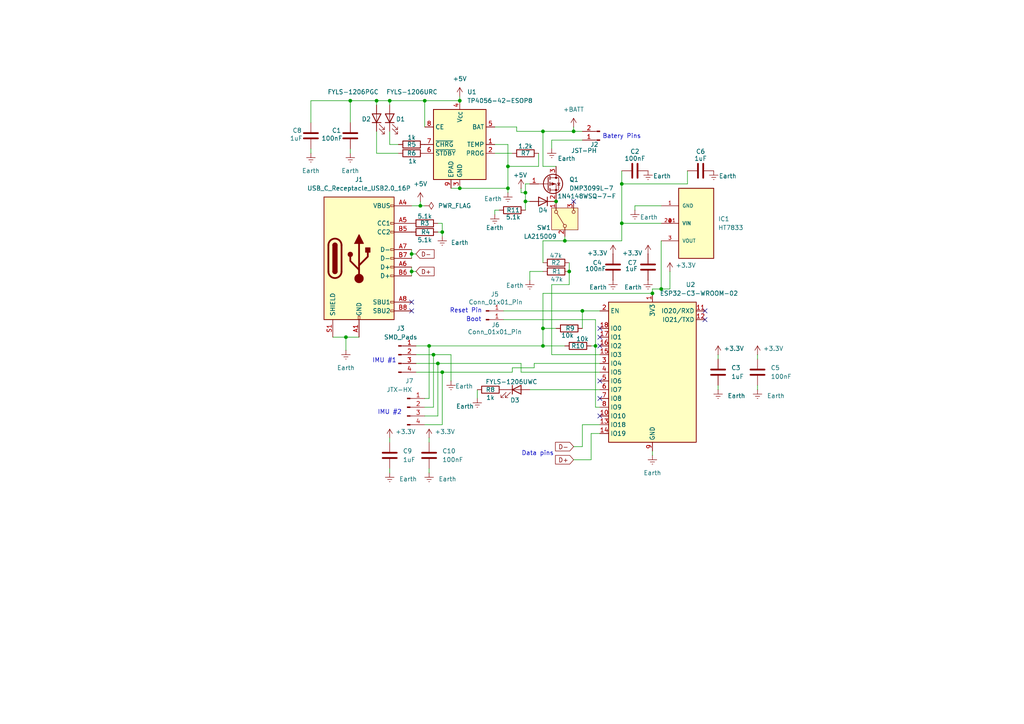
<source format=kicad_sch>
(kicad_sch
	(version 20250114)
	(generator "eeschema")
	(generator_version "9.0")
	(uuid "4fc0e859-ef40-49f5-9f3f-2a1779edfe8f")
	(paper "A4")
	(lib_symbols
		(symbol "Battery_Management:TP4056-42-ESOP8"
			(exclude_from_sim no)
			(in_bom yes)
			(on_board yes)
			(property "Reference" "U"
				(at -6.604 11.684 0)
				(effects
					(font
						(size 1.27 1.27)
					)
				)
			)
			(property "Value" "TP4056-42-ESOP8"
				(at 10.16 11.684 0)
				(effects
					(font
						(size 1.27 1.27)
					)
				)
			)
			(property "Footprint" "Package_SO:SOIC-8-1EP_3.9x4.9mm_P1.27mm_EP2.41x3.3mm_ThermalVias"
				(at 0.508 -22.86 0)
				(effects
					(font
						(size 1.27 1.27)
					)
					(hide yes)
				)
			)
			(property "Datasheet" "https://www.lcsc.com/datasheet/lcsc_datasheet_2410121619_TOPPOWER-Nanjing-Extension-Microelectronics-TP4056-42-ESOP8_C16581.pdf"
				(at 0 -25.4 0)
				(effects
					(font
						(size 1.27 1.27)
					)
					(hide yes)
				)
			)
			(property "Description" "1A Standalone Linear Li-ion/LiPo single-cell battery charger, 4.2V ±1% charge voltage, VCC = 4.0..8.0V, SOIC-8 (SOP-8)"
				(at 0.508 -20.32 0)
				(effects
					(font
						(size 1.27 1.27)
					)
					(hide yes)
				)
			)
			(property "ki_keywords" "lithium-ion lithium-polymer Li-Poly"
				(at 0 0 0)
				(effects
					(font
						(size 1.27 1.27)
					)
					(hide yes)
				)
			)
			(property "ki_fp_filters" "*SO*3.9x4.*P1.27mm*EP2.4*x3.3*mm*"
				(at 0 0 0)
				(effects
					(font
						(size 1.27 1.27)
					)
					(hide yes)
				)
			)
			(symbol "TP4056-42-ESOP8_1_0"
				(pin input line
					(at -10.16 5.08 0)
					(length 2.54)
					(name "CE"
						(effects
							(font
								(size 1.27 1.27)
							)
						)
					)
					(number "8"
						(effects
							(font
								(size 1.27 1.27)
							)
						)
					)
				)
				(pin open_collector line
					(at -10.16 0 0)
					(length 2.54)
					(name "~{CHRG}"
						(effects
							(font
								(size 1.27 1.27)
							)
						)
					)
					(number "7"
						(effects
							(font
								(size 1.27 1.27)
							)
						)
					)
				)
				(pin open_collector line
					(at -10.16 -2.54 0)
					(length 2.54)
					(name "~{STDBY}"
						(effects
							(font
								(size 1.27 1.27)
							)
						)
					)
					(number "6"
						(effects
							(font
								(size 1.27 1.27)
							)
						)
					)
				)
				(pin passive line
					(at -2.54 -12.7 90)
					(length 2.54)
					(name "EPAD"
						(effects
							(font
								(size 1.27 1.27)
							)
						)
					)
					(number "9"
						(effects
							(font
								(size 1.27 1.27)
							)
						)
					)
				)
				(pin power_in line
					(at 0 12.7 270)
					(length 2.54)
					(name "V_{CC}"
						(effects
							(font
								(size 1.27 1.27)
							)
						)
					)
					(number "4"
						(effects
							(font
								(size 1.27 1.27)
							)
						)
					)
				)
				(pin power_in line
					(at 0 -12.7 90)
					(length 2.54)
					(name "GND"
						(effects
							(font
								(size 1.27 1.27)
							)
						)
					)
					(number "3"
						(effects
							(font
								(size 1.27 1.27)
							)
						)
					)
				)
				(pin power_out line
					(at 10.16 5.08 180)
					(length 2.54)
					(name "BAT"
						(effects
							(font
								(size 1.27 1.27)
							)
						)
					)
					(number "5"
						(effects
							(font
								(size 1.27 1.27)
							)
						)
					)
				)
				(pin input line
					(at 10.16 0 180)
					(length 2.54)
					(name "TEMP"
						(effects
							(font
								(size 1.27 1.27)
							)
						)
					)
					(number "1"
						(effects
							(font
								(size 1.27 1.27)
							)
						)
					)
				)
				(pin passive line
					(at 10.16 -2.54 180)
					(length 2.54)
					(name "PROG"
						(effects
							(font
								(size 1.27 1.27)
							)
						)
					)
					(number "2"
						(effects
							(font
								(size 1.27 1.27)
							)
						)
					)
				)
			)
			(symbol "TP4056-42-ESOP8_1_1"
				(rectangle
					(start -7.62 10.16)
					(end 7.62 -10.16)
					(stroke
						(width 0.254)
						(type default)
					)
					(fill
						(type background)
					)
				)
			)
			(embedded_fonts no)
		)
		(symbol "Connector:Conn_01x01_Pin"
			(pin_names
				(offset 1.016)
				(hide yes)
			)
			(exclude_from_sim no)
			(in_bom yes)
			(on_board yes)
			(property "Reference" "J"
				(at 0 2.54 0)
				(effects
					(font
						(size 1.27 1.27)
					)
				)
			)
			(property "Value" "Conn_01x01_Pin"
				(at 0 -2.54 0)
				(effects
					(font
						(size 1.27 1.27)
					)
				)
			)
			(property "Footprint" ""
				(at 0 0 0)
				(effects
					(font
						(size 1.27 1.27)
					)
					(hide yes)
				)
			)
			(property "Datasheet" "~"
				(at 0 0 0)
				(effects
					(font
						(size 1.27 1.27)
					)
					(hide yes)
				)
			)
			(property "Description" "Generic connector, single row, 01x01, script generated"
				(at 0 0 0)
				(effects
					(font
						(size 1.27 1.27)
					)
					(hide yes)
				)
			)
			(property "ki_locked" ""
				(at 0 0 0)
				(effects
					(font
						(size 1.27 1.27)
					)
				)
			)
			(property "ki_keywords" "connector"
				(at 0 0 0)
				(effects
					(font
						(size 1.27 1.27)
					)
					(hide yes)
				)
			)
			(property "ki_fp_filters" "Connector*:*_1x??_*"
				(at 0 0 0)
				(effects
					(font
						(size 1.27 1.27)
					)
					(hide yes)
				)
			)
			(symbol "Conn_01x01_Pin_1_1"
				(rectangle
					(start 0.8636 0.127)
					(end 0 -0.127)
					(stroke
						(width 0.1524)
						(type default)
					)
					(fill
						(type outline)
					)
				)
				(polyline
					(pts
						(xy 1.27 0) (xy 0.8636 0)
					)
					(stroke
						(width 0.1524)
						(type default)
					)
					(fill
						(type none)
					)
				)
				(pin passive line
					(at 5.08 0 180)
					(length 3.81)
					(name "Pin_1"
						(effects
							(font
								(size 1.27 1.27)
							)
						)
					)
					(number "1"
						(effects
							(font
								(size 1.27 1.27)
							)
						)
					)
				)
			)
			(embedded_fonts no)
		)
		(symbol "Connector:Conn_01x02_Pin"
			(pin_names
				(offset 1.016)
				(hide yes)
			)
			(exclude_from_sim no)
			(in_bom yes)
			(on_board yes)
			(property "Reference" "J"
				(at 0 2.54 0)
				(effects
					(font
						(size 1.27 1.27)
					)
				)
			)
			(property "Value" "Conn_01x02_Pin"
				(at 0 -5.08 0)
				(effects
					(font
						(size 1.27 1.27)
					)
				)
			)
			(property "Footprint" ""
				(at 0 0 0)
				(effects
					(font
						(size 1.27 1.27)
					)
					(hide yes)
				)
			)
			(property "Datasheet" "~"
				(at 0 0 0)
				(effects
					(font
						(size 1.27 1.27)
					)
					(hide yes)
				)
			)
			(property "Description" "Generic connector, single row, 01x02, script generated"
				(at 0 0 0)
				(effects
					(font
						(size 1.27 1.27)
					)
					(hide yes)
				)
			)
			(property "ki_locked" ""
				(at 0 0 0)
				(effects
					(font
						(size 1.27 1.27)
					)
				)
			)
			(property "ki_keywords" "connector"
				(at 0 0 0)
				(effects
					(font
						(size 1.27 1.27)
					)
					(hide yes)
				)
			)
			(property "ki_fp_filters" "Connector*:*_1x??_*"
				(at 0 0 0)
				(effects
					(font
						(size 1.27 1.27)
					)
					(hide yes)
				)
			)
			(symbol "Conn_01x02_Pin_1_1"
				(rectangle
					(start 0.8636 0.127)
					(end 0 -0.127)
					(stroke
						(width 0.1524)
						(type default)
					)
					(fill
						(type outline)
					)
				)
				(rectangle
					(start 0.8636 -2.413)
					(end 0 -2.667)
					(stroke
						(width 0.1524)
						(type default)
					)
					(fill
						(type outline)
					)
				)
				(polyline
					(pts
						(xy 1.27 0) (xy 0.8636 0)
					)
					(stroke
						(width 0.1524)
						(type default)
					)
					(fill
						(type none)
					)
				)
				(polyline
					(pts
						(xy 1.27 -2.54) (xy 0.8636 -2.54)
					)
					(stroke
						(width 0.1524)
						(type default)
					)
					(fill
						(type none)
					)
				)
				(pin passive line
					(at 5.08 0 180)
					(length 3.81)
					(name "Pin_1"
						(effects
							(font
								(size 1.27 1.27)
							)
						)
					)
					(number "1"
						(effects
							(font
								(size 1.27 1.27)
							)
						)
					)
				)
				(pin passive line
					(at 5.08 -2.54 180)
					(length 3.81)
					(name "Pin_2"
						(effects
							(font
								(size 1.27 1.27)
							)
						)
					)
					(number "2"
						(effects
							(font
								(size 1.27 1.27)
							)
						)
					)
				)
			)
			(embedded_fonts no)
		)
		(symbol "Connector:Conn_01x04_Pin"
			(pin_names
				(offset 1.016)
				(hide yes)
			)
			(exclude_from_sim no)
			(in_bom yes)
			(on_board yes)
			(property "Reference" "J"
				(at 0 5.08 0)
				(effects
					(font
						(size 1.27 1.27)
					)
				)
			)
			(property "Value" "Conn_01x04_Pin"
				(at 0 -7.62 0)
				(effects
					(font
						(size 1.27 1.27)
					)
				)
			)
			(property "Footprint" ""
				(at 0 0 0)
				(effects
					(font
						(size 1.27 1.27)
					)
					(hide yes)
				)
			)
			(property "Datasheet" "~"
				(at 0 0 0)
				(effects
					(font
						(size 1.27 1.27)
					)
					(hide yes)
				)
			)
			(property "Description" "Generic connector, single row, 01x04, script generated"
				(at 0 0 0)
				(effects
					(font
						(size 1.27 1.27)
					)
					(hide yes)
				)
			)
			(property "ki_locked" ""
				(at 0 0 0)
				(effects
					(font
						(size 1.27 1.27)
					)
				)
			)
			(property "ki_keywords" "connector"
				(at 0 0 0)
				(effects
					(font
						(size 1.27 1.27)
					)
					(hide yes)
				)
			)
			(property "ki_fp_filters" "Connector*:*_1x??_*"
				(at 0 0 0)
				(effects
					(font
						(size 1.27 1.27)
					)
					(hide yes)
				)
			)
			(symbol "Conn_01x04_Pin_1_1"
				(rectangle
					(start 0.8636 2.667)
					(end 0 2.413)
					(stroke
						(width 0.1524)
						(type default)
					)
					(fill
						(type outline)
					)
				)
				(rectangle
					(start 0.8636 0.127)
					(end 0 -0.127)
					(stroke
						(width 0.1524)
						(type default)
					)
					(fill
						(type outline)
					)
				)
				(rectangle
					(start 0.8636 -2.413)
					(end 0 -2.667)
					(stroke
						(width 0.1524)
						(type default)
					)
					(fill
						(type outline)
					)
				)
				(rectangle
					(start 0.8636 -4.953)
					(end 0 -5.207)
					(stroke
						(width 0.1524)
						(type default)
					)
					(fill
						(type outline)
					)
				)
				(polyline
					(pts
						(xy 1.27 2.54) (xy 0.8636 2.54)
					)
					(stroke
						(width 0.1524)
						(type default)
					)
					(fill
						(type none)
					)
				)
				(polyline
					(pts
						(xy 1.27 0) (xy 0.8636 0)
					)
					(stroke
						(width 0.1524)
						(type default)
					)
					(fill
						(type none)
					)
				)
				(polyline
					(pts
						(xy 1.27 -2.54) (xy 0.8636 -2.54)
					)
					(stroke
						(width 0.1524)
						(type default)
					)
					(fill
						(type none)
					)
				)
				(polyline
					(pts
						(xy 1.27 -5.08) (xy 0.8636 -5.08)
					)
					(stroke
						(width 0.1524)
						(type default)
					)
					(fill
						(type none)
					)
				)
				(pin passive line
					(at 5.08 2.54 180)
					(length 3.81)
					(name "Pin_1"
						(effects
							(font
								(size 1.27 1.27)
							)
						)
					)
					(number "1"
						(effects
							(font
								(size 1.27 1.27)
							)
						)
					)
				)
				(pin passive line
					(at 5.08 0 180)
					(length 3.81)
					(name "Pin_2"
						(effects
							(font
								(size 1.27 1.27)
							)
						)
					)
					(number "2"
						(effects
							(font
								(size 1.27 1.27)
							)
						)
					)
				)
				(pin passive line
					(at 5.08 -2.54 180)
					(length 3.81)
					(name "Pin_3"
						(effects
							(font
								(size 1.27 1.27)
							)
						)
					)
					(number "3"
						(effects
							(font
								(size 1.27 1.27)
							)
						)
					)
				)
				(pin passive line
					(at 5.08 -5.08 180)
					(length 3.81)
					(name "Pin_4"
						(effects
							(font
								(size 1.27 1.27)
							)
						)
					)
					(number "4"
						(effects
							(font
								(size 1.27 1.27)
							)
						)
					)
				)
			)
			(embedded_fonts no)
		)
		(symbol "Connector:USB_C_Receptacle_USB2.0_16P"
			(pin_names
				(offset 1.016)
			)
			(exclude_from_sim no)
			(in_bom yes)
			(on_board yes)
			(property "Reference" "J"
				(at 0 22.225 0)
				(effects
					(font
						(size 1.27 1.27)
					)
				)
			)
			(property "Value" "USB_C_Receptacle_USB2.0_16P"
				(at 0 19.685 0)
				(effects
					(font
						(size 1.27 1.27)
					)
				)
			)
			(property "Footprint" ""
				(at 3.81 0 0)
				(effects
					(font
						(size 1.27 1.27)
					)
					(hide yes)
				)
			)
			(property "Datasheet" "https://www.usb.org/sites/default/files/documents/usb_type-c.zip"
				(at 3.81 0 0)
				(effects
					(font
						(size 1.27 1.27)
					)
					(hide yes)
				)
			)
			(property "Description" "USB 2.0-only 16P Type-C Receptacle connector"
				(at 0 0 0)
				(effects
					(font
						(size 1.27 1.27)
					)
					(hide yes)
				)
			)
			(property "ki_keywords" "usb universal serial bus type-C USB2.0"
				(at 0 0 0)
				(effects
					(font
						(size 1.27 1.27)
					)
					(hide yes)
				)
			)
			(property "ki_fp_filters" "USB*C*Receptacle*"
				(at 0 0 0)
				(effects
					(font
						(size 1.27 1.27)
					)
					(hide yes)
				)
			)
			(symbol "USB_C_Receptacle_USB2.0_16P_0_0"
				(rectangle
					(start -0.254 -17.78)
					(end 0.254 -16.764)
					(stroke
						(width 0)
						(type default)
					)
					(fill
						(type none)
					)
				)
				(rectangle
					(start 10.16 15.494)
					(end 9.144 14.986)
					(stroke
						(width 0)
						(type default)
					)
					(fill
						(type none)
					)
				)
				(rectangle
					(start 10.16 10.414)
					(end 9.144 9.906)
					(stroke
						(width 0)
						(type default)
					)
					(fill
						(type none)
					)
				)
				(rectangle
					(start 10.16 7.874)
					(end 9.144 7.366)
					(stroke
						(width 0)
						(type default)
					)
					(fill
						(type none)
					)
				)
				(rectangle
					(start 10.16 2.794)
					(end 9.144 2.286)
					(stroke
						(width 0)
						(type default)
					)
					(fill
						(type none)
					)
				)
				(rectangle
					(start 10.16 0.254)
					(end 9.144 -0.254)
					(stroke
						(width 0)
						(type default)
					)
					(fill
						(type none)
					)
				)
				(rectangle
					(start 10.16 -2.286)
					(end 9.144 -2.794)
					(stroke
						(width 0)
						(type default)
					)
					(fill
						(type none)
					)
				)
				(rectangle
					(start 10.16 -4.826)
					(end 9.144 -5.334)
					(stroke
						(width 0)
						(type default)
					)
					(fill
						(type none)
					)
				)
				(rectangle
					(start 10.16 -12.446)
					(end 9.144 -12.954)
					(stroke
						(width 0)
						(type default)
					)
					(fill
						(type none)
					)
				)
				(rectangle
					(start 10.16 -14.986)
					(end 9.144 -15.494)
					(stroke
						(width 0)
						(type default)
					)
					(fill
						(type none)
					)
				)
			)
			(symbol "USB_C_Receptacle_USB2.0_16P_0_1"
				(rectangle
					(start -10.16 17.78)
					(end 10.16 -17.78)
					(stroke
						(width 0.254)
						(type default)
					)
					(fill
						(type background)
					)
				)
				(polyline
					(pts
						(xy -8.89 -3.81) (xy -8.89 3.81)
					)
					(stroke
						(width 0.508)
						(type default)
					)
					(fill
						(type none)
					)
				)
				(rectangle
					(start -7.62 -3.81)
					(end -6.35 3.81)
					(stroke
						(width 0.254)
						(type default)
					)
					(fill
						(type outline)
					)
				)
				(arc
					(start -7.62 3.81)
					(mid -6.985 4.4423)
					(end -6.35 3.81)
					(stroke
						(width 0.254)
						(type default)
					)
					(fill
						(type none)
					)
				)
				(arc
					(start -7.62 3.81)
					(mid -6.985 4.4423)
					(end -6.35 3.81)
					(stroke
						(width 0.254)
						(type default)
					)
					(fill
						(type outline)
					)
				)
				(arc
					(start -8.89 3.81)
					(mid -6.985 5.7067)
					(end -5.08 3.81)
					(stroke
						(width 0.508)
						(type default)
					)
					(fill
						(type none)
					)
				)
				(arc
					(start -5.08 -3.81)
					(mid -6.985 -5.7067)
					(end -8.89 -3.81)
					(stroke
						(width 0.508)
						(type default)
					)
					(fill
						(type none)
					)
				)
				(arc
					(start -6.35 -3.81)
					(mid -6.985 -4.4423)
					(end -7.62 -3.81)
					(stroke
						(width 0.254)
						(type default)
					)
					(fill
						(type none)
					)
				)
				(arc
					(start -6.35 -3.81)
					(mid -6.985 -4.4423)
					(end -7.62 -3.81)
					(stroke
						(width 0.254)
						(type default)
					)
					(fill
						(type outline)
					)
				)
				(polyline
					(pts
						(xy -5.08 3.81) (xy -5.08 -3.81)
					)
					(stroke
						(width 0.508)
						(type default)
					)
					(fill
						(type none)
					)
				)
				(circle
					(center -2.54 1.143)
					(radius 0.635)
					(stroke
						(width 0.254)
						(type default)
					)
					(fill
						(type outline)
					)
				)
				(polyline
					(pts
						(xy -1.27 4.318) (xy 0 6.858) (xy 1.27 4.318) (xy -1.27 4.318)
					)
					(stroke
						(width 0.254)
						(type default)
					)
					(fill
						(type outline)
					)
				)
				(polyline
					(pts
						(xy 0 -2.032) (xy 2.54 0.508) (xy 2.54 1.778)
					)
					(stroke
						(width 0.508)
						(type default)
					)
					(fill
						(type none)
					)
				)
				(polyline
					(pts
						(xy 0 -3.302) (xy -2.54 -0.762) (xy -2.54 0.508)
					)
					(stroke
						(width 0.508)
						(type default)
					)
					(fill
						(type none)
					)
				)
				(polyline
					(pts
						(xy 0 -5.842) (xy 0 4.318)
					)
					(stroke
						(width 0.508)
						(type default)
					)
					(fill
						(type none)
					)
				)
				(circle
					(center 0 -5.842)
					(radius 1.27)
					(stroke
						(width 0)
						(type default)
					)
					(fill
						(type outline)
					)
				)
				(rectangle
					(start 1.905 1.778)
					(end 3.175 3.048)
					(stroke
						(width 0.254)
						(type default)
					)
					(fill
						(type outline)
					)
				)
			)
			(symbol "USB_C_Receptacle_USB2.0_16P_1_1"
				(pin passive line
					(at -7.62 -22.86 90)
					(length 5.08)
					(name "SHIELD"
						(effects
							(font
								(size 1.27 1.27)
							)
						)
					)
					(number "S1"
						(effects
							(font
								(size 1.27 1.27)
							)
						)
					)
				)
				(pin passive line
					(at 0 -22.86 90)
					(length 5.08)
					(name "GND"
						(effects
							(font
								(size 1.27 1.27)
							)
						)
					)
					(number "A1"
						(effects
							(font
								(size 1.27 1.27)
							)
						)
					)
				)
				(pin passive line
					(at 0 -22.86 90)
					(length 5.08)
					(hide yes)
					(name "GND"
						(effects
							(font
								(size 1.27 1.27)
							)
						)
					)
					(number "A12"
						(effects
							(font
								(size 1.27 1.27)
							)
						)
					)
				)
				(pin passive line
					(at 0 -22.86 90)
					(length 5.08)
					(hide yes)
					(name "GND"
						(effects
							(font
								(size 1.27 1.27)
							)
						)
					)
					(number "B1"
						(effects
							(font
								(size 1.27 1.27)
							)
						)
					)
				)
				(pin passive line
					(at 0 -22.86 90)
					(length 5.08)
					(hide yes)
					(name "GND"
						(effects
							(font
								(size 1.27 1.27)
							)
						)
					)
					(number "B12"
						(effects
							(font
								(size 1.27 1.27)
							)
						)
					)
				)
				(pin passive line
					(at 15.24 15.24 180)
					(length 5.08)
					(name "VBUS"
						(effects
							(font
								(size 1.27 1.27)
							)
						)
					)
					(number "A4"
						(effects
							(font
								(size 1.27 1.27)
							)
						)
					)
				)
				(pin passive line
					(at 15.24 15.24 180)
					(length 5.08)
					(hide yes)
					(name "VBUS"
						(effects
							(font
								(size 1.27 1.27)
							)
						)
					)
					(number "A9"
						(effects
							(font
								(size 1.27 1.27)
							)
						)
					)
				)
				(pin passive line
					(at 15.24 15.24 180)
					(length 5.08)
					(hide yes)
					(name "VBUS"
						(effects
							(font
								(size 1.27 1.27)
							)
						)
					)
					(number "B4"
						(effects
							(font
								(size 1.27 1.27)
							)
						)
					)
				)
				(pin passive line
					(at 15.24 15.24 180)
					(length 5.08)
					(hide yes)
					(name "VBUS"
						(effects
							(font
								(size 1.27 1.27)
							)
						)
					)
					(number "B9"
						(effects
							(font
								(size 1.27 1.27)
							)
						)
					)
				)
				(pin bidirectional line
					(at 15.24 10.16 180)
					(length 5.08)
					(name "CC1"
						(effects
							(font
								(size 1.27 1.27)
							)
						)
					)
					(number "A5"
						(effects
							(font
								(size 1.27 1.27)
							)
						)
					)
				)
				(pin bidirectional line
					(at 15.24 7.62 180)
					(length 5.08)
					(name "CC2"
						(effects
							(font
								(size 1.27 1.27)
							)
						)
					)
					(number "B5"
						(effects
							(font
								(size 1.27 1.27)
							)
						)
					)
				)
				(pin bidirectional line
					(at 15.24 2.54 180)
					(length 5.08)
					(name "D-"
						(effects
							(font
								(size 1.27 1.27)
							)
						)
					)
					(number "A7"
						(effects
							(font
								(size 1.27 1.27)
							)
						)
					)
				)
				(pin bidirectional line
					(at 15.24 0 180)
					(length 5.08)
					(name "D-"
						(effects
							(font
								(size 1.27 1.27)
							)
						)
					)
					(number "B7"
						(effects
							(font
								(size 1.27 1.27)
							)
						)
					)
				)
				(pin bidirectional line
					(at 15.24 -2.54 180)
					(length 5.08)
					(name "D+"
						(effects
							(font
								(size 1.27 1.27)
							)
						)
					)
					(number "A6"
						(effects
							(font
								(size 1.27 1.27)
							)
						)
					)
				)
				(pin bidirectional line
					(at 15.24 -5.08 180)
					(length 5.08)
					(name "D+"
						(effects
							(font
								(size 1.27 1.27)
							)
						)
					)
					(number "B6"
						(effects
							(font
								(size 1.27 1.27)
							)
						)
					)
				)
				(pin bidirectional line
					(at 15.24 -12.7 180)
					(length 5.08)
					(name "SBU1"
						(effects
							(font
								(size 1.27 1.27)
							)
						)
					)
					(number "A8"
						(effects
							(font
								(size 1.27 1.27)
							)
						)
					)
				)
				(pin bidirectional line
					(at 15.24 -15.24 180)
					(length 5.08)
					(name "SBU2"
						(effects
							(font
								(size 1.27 1.27)
							)
						)
					)
					(number "B8"
						(effects
							(font
								(size 1.27 1.27)
							)
						)
					)
				)
			)
			(embedded_fonts no)
		)
		(symbol "Device:C"
			(pin_numbers
				(hide yes)
			)
			(pin_names
				(offset 0.254)
			)
			(exclude_from_sim no)
			(in_bom yes)
			(on_board yes)
			(property "Reference" "C"
				(at 0.635 2.54 0)
				(effects
					(font
						(size 1.27 1.27)
					)
					(justify left)
				)
			)
			(property "Value" "C"
				(at 0.635 -2.54 0)
				(effects
					(font
						(size 1.27 1.27)
					)
					(justify left)
				)
			)
			(property "Footprint" ""
				(at 0.9652 -3.81 0)
				(effects
					(font
						(size 1.27 1.27)
					)
					(hide yes)
				)
			)
			(property "Datasheet" "~"
				(at 0 0 0)
				(effects
					(font
						(size 1.27 1.27)
					)
					(hide yes)
				)
			)
			(property "Description" "Unpolarized capacitor"
				(at 0 0 0)
				(effects
					(font
						(size 1.27 1.27)
					)
					(hide yes)
				)
			)
			(property "ki_keywords" "cap capacitor"
				(at 0 0 0)
				(effects
					(font
						(size 1.27 1.27)
					)
					(hide yes)
				)
			)
			(property "ki_fp_filters" "C_*"
				(at 0 0 0)
				(effects
					(font
						(size 1.27 1.27)
					)
					(hide yes)
				)
			)
			(symbol "C_0_1"
				(polyline
					(pts
						(xy -2.032 0.762) (xy 2.032 0.762)
					)
					(stroke
						(width 0.508)
						(type default)
					)
					(fill
						(type none)
					)
				)
				(polyline
					(pts
						(xy -2.032 -0.762) (xy 2.032 -0.762)
					)
					(stroke
						(width 0.508)
						(type default)
					)
					(fill
						(type none)
					)
				)
			)
			(symbol "C_1_1"
				(pin passive line
					(at 0 3.81 270)
					(length 2.794)
					(name "~"
						(effects
							(font
								(size 1.27 1.27)
							)
						)
					)
					(number "1"
						(effects
							(font
								(size 1.27 1.27)
							)
						)
					)
				)
				(pin passive line
					(at 0 -3.81 90)
					(length 2.794)
					(name "~"
						(effects
							(font
								(size 1.27 1.27)
							)
						)
					)
					(number "2"
						(effects
							(font
								(size 1.27 1.27)
							)
						)
					)
				)
			)
			(embedded_fonts no)
		)
		(symbol "Device:D"
			(pin_numbers
				(hide yes)
			)
			(pin_names
				(offset 1.016)
				(hide yes)
			)
			(exclude_from_sim no)
			(in_bom yes)
			(on_board yes)
			(property "Reference" "D"
				(at 0 2.54 0)
				(effects
					(font
						(size 1.27 1.27)
					)
				)
			)
			(property "Value" "D"
				(at 0 -2.54 0)
				(effects
					(font
						(size 1.27 1.27)
					)
				)
			)
			(property "Footprint" ""
				(at 0 0 0)
				(effects
					(font
						(size 1.27 1.27)
					)
					(hide yes)
				)
			)
			(property "Datasheet" "~"
				(at 0 0 0)
				(effects
					(font
						(size 1.27 1.27)
					)
					(hide yes)
				)
			)
			(property "Description" "Diode"
				(at 0 0 0)
				(effects
					(font
						(size 1.27 1.27)
					)
					(hide yes)
				)
			)
			(property "Sim.Device" "D"
				(at 0 0 0)
				(effects
					(font
						(size 1.27 1.27)
					)
					(hide yes)
				)
			)
			(property "Sim.Pins" "1=K 2=A"
				(at 0 0 0)
				(effects
					(font
						(size 1.27 1.27)
					)
					(hide yes)
				)
			)
			(property "ki_keywords" "diode"
				(at 0 0 0)
				(effects
					(font
						(size 1.27 1.27)
					)
					(hide yes)
				)
			)
			(property "ki_fp_filters" "TO-???* *_Diode_* *SingleDiode* D_*"
				(at 0 0 0)
				(effects
					(font
						(size 1.27 1.27)
					)
					(hide yes)
				)
			)
			(symbol "D_0_1"
				(polyline
					(pts
						(xy -1.27 1.27) (xy -1.27 -1.27)
					)
					(stroke
						(width 0.254)
						(type default)
					)
					(fill
						(type none)
					)
				)
				(polyline
					(pts
						(xy 1.27 1.27) (xy 1.27 -1.27) (xy -1.27 0) (xy 1.27 1.27)
					)
					(stroke
						(width 0.254)
						(type default)
					)
					(fill
						(type none)
					)
				)
				(polyline
					(pts
						(xy 1.27 0) (xy -1.27 0)
					)
					(stroke
						(width 0)
						(type default)
					)
					(fill
						(type none)
					)
				)
			)
			(symbol "D_1_1"
				(pin passive line
					(at -3.81 0 0)
					(length 2.54)
					(name "K"
						(effects
							(font
								(size 1.27 1.27)
							)
						)
					)
					(number "1"
						(effects
							(font
								(size 1.27 1.27)
							)
						)
					)
				)
				(pin passive line
					(at 3.81 0 180)
					(length 2.54)
					(name "A"
						(effects
							(font
								(size 1.27 1.27)
							)
						)
					)
					(number "2"
						(effects
							(font
								(size 1.27 1.27)
							)
						)
					)
				)
			)
			(embedded_fonts no)
		)
		(symbol "Device:LED"
			(pin_numbers
				(hide yes)
			)
			(pin_names
				(offset 1.016)
				(hide yes)
			)
			(exclude_from_sim no)
			(in_bom yes)
			(on_board yes)
			(property "Reference" "D"
				(at 0 2.54 0)
				(effects
					(font
						(size 1.27 1.27)
					)
				)
			)
			(property "Value" "LED"
				(at 0 -2.54 0)
				(effects
					(font
						(size 1.27 1.27)
					)
				)
			)
			(property "Footprint" ""
				(at 0 0 0)
				(effects
					(font
						(size 1.27 1.27)
					)
					(hide yes)
				)
			)
			(property "Datasheet" "~"
				(at 0 0 0)
				(effects
					(font
						(size 1.27 1.27)
					)
					(hide yes)
				)
			)
			(property "Description" "Light emitting diode"
				(at 0 0 0)
				(effects
					(font
						(size 1.27 1.27)
					)
					(hide yes)
				)
			)
			(property "Sim.Pins" "1=K 2=A"
				(at 0 0 0)
				(effects
					(font
						(size 1.27 1.27)
					)
					(hide yes)
				)
			)
			(property "ki_keywords" "LED diode"
				(at 0 0 0)
				(effects
					(font
						(size 1.27 1.27)
					)
					(hide yes)
				)
			)
			(property "ki_fp_filters" "LED* LED_SMD:* LED_THT:*"
				(at 0 0 0)
				(effects
					(font
						(size 1.27 1.27)
					)
					(hide yes)
				)
			)
			(symbol "LED_0_1"
				(polyline
					(pts
						(xy -3.048 -0.762) (xy -4.572 -2.286) (xy -3.81 -2.286) (xy -4.572 -2.286) (xy -4.572 -1.524)
					)
					(stroke
						(width 0)
						(type default)
					)
					(fill
						(type none)
					)
				)
				(polyline
					(pts
						(xy -1.778 -0.762) (xy -3.302 -2.286) (xy -2.54 -2.286) (xy -3.302 -2.286) (xy -3.302 -1.524)
					)
					(stroke
						(width 0)
						(type default)
					)
					(fill
						(type none)
					)
				)
				(polyline
					(pts
						(xy -1.27 0) (xy 1.27 0)
					)
					(stroke
						(width 0)
						(type default)
					)
					(fill
						(type none)
					)
				)
				(polyline
					(pts
						(xy -1.27 -1.27) (xy -1.27 1.27)
					)
					(stroke
						(width 0.254)
						(type default)
					)
					(fill
						(type none)
					)
				)
				(polyline
					(pts
						(xy 1.27 -1.27) (xy 1.27 1.27) (xy -1.27 0) (xy 1.27 -1.27)
					)
					(stroke
						(width 0.254)
						(type default)
					)
					(fill
						(type none)
					)
				)
			)
			(symbol "LED_1_1"
				(pin passive line
					(at -3.81 0 0)
					(length 2.54)
					(name "K"
						(effects
							(font
								(size 1.27 1.27)
							)
						)
					)
					(number "1"
						(effects
							(font
								(size 1.27 1.27)
							)
						)
					)
				)
				(pin passive line
					(at 3.81 0 180)
					(length 2.54)
					(name "A"
						(effects
							(font
								(size 1.27 1.27)
							)
						)
					)
					(number "2"
						(effects
							(font
								(size 1.27 1.27)
							)
						)
					)
				)
			)
			(embedded_fonts no)
		)
		(symbol "Device:R"
			(pin_numbers
				(hide yes)
			)
			(pin_names
				(offset 0)
			)
			(exclude_from_sim no)
			(in_bom yes)
			(on_board yes)
			(property "Reference" "R"
				(at 2.032 0 90)
				(effects
					(font
						(size 1.27 1.27)
					)
				)
			)
			(property "Value" "R"
				(at 0 0 90)
				(effects
					(font
						(size 1.27 1.27)
					)
				)
			)
			(property "Footprint" ""
				(at -1.778 0 90)
				(effects
					(font
						(size 1.27 1.27)
					)
					(hide yes)
				)
			)
			(property "Datasheet" "~"
				(at 0 0 0)
				(effects
					(font
						(size 1.27 1.27)
					)
					(hide yes)
				)
			)
			(property "Description" "Resistor"
				(at 0 0 0)
				(effects
					(font
						(size 1.27 1.27)
					)
					(hide yes)
				)
			)
			(property "ki_keywords" "R res resistor"
				(at 0 0 0)
				(effects
					(font
						(size 1.27 1.27)
					)
					(hide yes)
				)
			)
			(property "ki_fp_filters" "R_*"
				(at 0 0 0)
				(effects
					(font
						(size 1.27 1.27)
					)
					(hide yes)
				)
			)
			(symbol "R_0_1"
				(rectangle
					(start -1.016 -2.54)
					(end 1.016 2.54)
					(stroke
						(width 0.254)
						(type default)
					)
					(fill
						(type none)
					)
				)
			)
			(symbol "R_1_1"
				(pin passive line
					(at 0 3.81 270)
					(length 1.27)
					(name "~"
						(effects
							(font
								(size 1.27 1.27)
							)
						)
					)
					(number "1"
						(effects
							(font
								(size 1.27 1.27)
							)
						)
					)
				)
				(pin passive line
					(at 0 -3.81 90)
					(length 1.27)
					(name "~"
						(effects
							(font
								(size 1.27 1.27)
							)
						)
					)
					(number "2"
						(effects
							(font
								(size 1.27 1.27)
							)
						)
					)
				)
			)
			(embedded_fonts no)
		)
		(symbol "HT7833:HT7833"
			(pin_names
				(offset 1.016)
			)
			(exclude_from_sim no)
			(in_bom yes)
			(on_board yes)
			(property "Reference" "IC"
				(at -10.16 10.668 0)
				(effects
					(font
						(size 1.27 1.27)
					)
					(justify left bottom)
				)
			)
			(property "Value" "HT7833"
				(at -0.762 10.668 0)
				(effects
					(font
						(size 1.27 1.27)
					)
					(justify left bottom)
				)
			)
			(property "Footprint" "HT7833:SOT89"
				(at 0 0 0)
				(effects
					(font
						(size 1.27 1.27)
					)
					(justify bottom)
					(hide yes)
				)
			)
			(property "Datasheet" ""
				(at 0 0 0)
				(effects
					(font
						(size 1.27 1.27)
					)
					(hide yes)
				)
			)
			(property "Description" ""
				(at 0 0 0)
				(effects
					(font
						(size 1.27 1.27)
					)
					(hide yes)
				)
			)
			(property "MF" "ht7833"
				(at 0 0 0)
				(effects
					(font
						(size 1.27 1.27)
					)
					(justify bottom)
					(hide yes)
				)
			)
			(property "Description_1" ""
				(at 0 0 0)
				(effects
					(font
						(size 1.27 1.27)
					)
					(justify bottom)
					(hide yes)
				)
			)
			(property "Package" "None"
				(at 0 0 0)
				(effects
					(font
						(size 1.27 1.27)
					)
					(justify bottom)
					(hide yes)
				)
			)
			(property "Price" "None"
				(at 0 0 0)
				(effects
					(font
						(size 1.27 1.27)
					)
					(justify bottom)
					(hide yes)
				)
			)
			(property "SnapEDA_Link" "https://www.snapeda.com/parts/HT7833/ht7833/view-part/?ref=snap"
				(at 0 0 0)
				(effects
					(font
						(size 1.27 1.27)
					)
					(justify bottom)
					(hide yes)
				)
			)
			(property "MP" "HT7833"
				(at 0 0 0)
				(effects
					(font
						(size 1.27 1.27)
					)
					(justify bottom)
					(hide yes)
				)
			)
			(property "Availability" "Not in stock"
				(at 0 0 0)
				(effects
					(font
						(size 1.27 1.27)
					)
					(justify bottom)
					(hide yes)
				)
			)
			(property "Check_prices" "https://www.snapeda.com/parts/HT7833/ht7833/view-part/?ref=eda"
				(at 0 0 0)
				(effects
					(font
						(size 1.27 1.27)
					)
					(justify bottom)
					(hide yes)
				)
			)
			(symbol "HT7833_0_0"
				(rectangle
					(start -10.16 0)
					(end 10.16 10.16)
					(stroke
						(width 0.254)
						(type default)
					)
					(fill
						(type background)
					)
				)
				(pin bidirectional line
					(at -5.08 -5.08 90)
					(length 5.08)
					(name "GND"
						(effects
							(font
								(size 1.016 1.016)
							)
						)
					)
					(number "1"
						(effects
							(font
								(size 1.016 1.016)
							)
						)
					)
				)
				(pin bidirectional line
					(at 0 -5.08 90)
					(length 5.08)
					(name "VIN"
						(effects
							(font
								(size 1.016 1.016)
							)
						)
					)
					(number "2"
						(effects
							(font
								(size 1.016 1.016)
							)
						)
					)
				)
				(pin bidirectional line
					(at 0 -5.08 90)
					(length 5.08)
					(name "VIN"
						(effects
							(font
								(size 1.016 1.016)
							)
						)
					)
					(number "2@1"
						(effects
							(font
								(size 1.016 1.016)
							)
						)
					)
				)
				(pin bidirectional line
					(at 5.08 -5.08 90)
					(length 5.08)
					(name "VOUT"
						(effects
							(font
								(size 1.016 1.016)
							)
						)
					)
					(number "3"
						(effects
							(font
								(size 1.016 1.016)
							)
						)
					)
				)
			)
			(embedded_fonts no)
		)
		(symbol "RF_Module:ESP32-C3-WROOM-02"
			(exclude_from_sim no)
			(in_bom yes)
			(on_board yes)
			(property "Reference" "U"
				(at -12.192 21.336 0)
				(effects
					(font
						(size 1.27 1.27)
					)
				)
			)
			(property "Value" "ESP32-C3-WROOM-02"
				(at 12.192 21.336 0)
				(effects
					(font
						(size 1.27 1.27)
					)
				)
			)
			(property "Footprint" "RF_Module:ESP32-C3-WROOM-02"
				(at 0 0.635 0)
				(effects
					(font
						(size 1.27 1.27)
					)
					(hide yes)
				)
			)
			(property "Datasheet" "https://www.espressif.com/sites/default/files/documentation/esp32-c3-wroom-02_datasheet_en.pdf"
				(at 0 0.635 0)
				(effects
					(font
						(size 1.27 1.27)
					)
					(hide yes)
				)
			)
			(property "Description" "802.11 b/g/n Wi­Fi and Bluetooth 5 module, ESP32­C3 SoC, RISC­V microprocessor, On-board antenna"
				(at 0 0.635 0)
				(effects
					(font
						(size 1.27 1.27)
					)
					(hide yes)
				)
			)
			(property "ki_keywords" "esp32 espressif WiFi Bluetooth LE"
				(at 0 0 0)
				(effects
					(font
						(size 1.27 1.27)
					)
					(hide yes)
				)
			)
			(property "ki_fp_filters" "ESP32?C3*WROOM?02*"
				(at 0 0 0)
				(effects
					(font
						(size 1.27 1.27)
					)
					(hide yes)
				)
			)
			(symbol "ESP32-C3-WROOM-02_1_1"
				(rectangle
					(start -12.7 20.32)
					(end 12.7 -20.32)
					(stroke
						(width 0.254)
						(type default)
					)
					(fill
						(type background)
					)
				)
				(pin input line
					(at -15.24 17.78 0)
					(length 2.54)
					(name "EN"
						(effects
							(font
								(size 1.27 1.27)
							)
						)
					)
					(number "2"
						(effects
							(font
								(size 1.27 1.27)
							)
						)
					)
				)
				(pin bidirectional line
					(at -15.24 12.7 0)
					(length 2.54)
					(name "IO0"
						(effects
							(font
								(size 1.27 1.27)
							)
						)
					)
					(number "18"
						(effects
							(font
								(size 1.27 1.27)
							)
						)
					)
				)
				(pin bidirectional line
					(at -15.24 10.16 0)
					(length 2.54)
					(name "IO1"
						(effects
							(font
								(size 1.27 1.27)
							)
						)
					)
					(number "17"
						(effects
							(font
								(size 1.27 1.27)
							)
						)
					)
				)
				(pin bidirectional line
					(at -15.24 7.62 0)
					(length 2.54)
					(name "IO2"
						(effects
							(font
								(size 1.27 1.27)
							)
						)
					)
					(number "16"
						(effects
							(font
								(size 1.27 1.27)
							)
						)
					)
				)
				(pin bidirectional line
					(at -15.24 5.08 0)
					(length 2.54)
					(name "IO3"
						(effects
							(font
								(size 1.27 1.27)
							)
						)
					)
					(number "15"
						(effects
							(font
								(size 1.27 1.27)
							)
						)
					)
				)
				(pin bidirectional line
					(at -15.24 2.54 0)
					(length 2.54)
					(name "IO4"
						(effects
							(font
								(size 1.27 1.27)
							)
						)
					)
					(number "3"
						(effects
							(font
								(size 1.27 1.27)
							)
						)
					)
				)
				(pin bidirectional line
					(at -15.24 0 0)
					(length 2.54)
					(name "IO5"
						(effects
							(font
								(size 1.27 1.27)
							)
						)
					)
					(number "4"
						(effects
							(font
								(size 1.27 1.27)
							)
						)
					)
				)
				(pin bidirectional line
					(at -15.24 -2.54 0)
					(length 2.54)
					(name "IO6"
						(effects
							(font
								(size 1.27 1.27)
							)
						)
					)
					(number "5"
						(effects
							(font
								(size 1.27 1.27)
							)
						)
					)
				)
				(pin bidirectional line
					(at -15.24 -5.08 0)
					(length 2.54)
					(name "IO7"
						(effects
							(font
								(size 1.27 1.27)
							)
						)
					)
					(number "6"
						(effects
							(font
								(size 1.27 1.27)
							)
						)
					)
				)
				(pin bidirectional line
					(at -15.24 -7.62 0)
					(length 2.54)
					(name "IO8"
						(effects
							(font
								(size 1.27 1.27)
							)
						)
					)
					(number "7"
						(effects
							(font
								(size 1.27 1.27)
							)
						)
					)
				)
				(pin bidirectional line
					(at -15.24 -10.16 0)
					(length 2.54)
					(name "IO9"
						(effects
							(font
								(size 1.27 1.27)
							)
						)
					)
					(number "8"
						(effects
							(font
								(size 1.27 1.27)
							)
						)
					)
				)
				(pin bidirectional line
					(at -15.24 -12.7 0)
					(length 2.54)
					(name "IO10"
						(effects
							(font
								(size 1.27 1.27)
							)
						)
					)
					(number "10"
						(effects
							(font
								(size 1.27 1.27)
							)
						)
					)
				)
				(pin bidirectional line
					(at -15.24 -15.24 0)
					(length 2.54)
					(name "IO18"
						(effects
							(font
								(size 1.27 1.27)
							)
						)
					)
					(number "13"
						(effects
							(font
								(size 1.27 1.27)
							)
						)
					)
				)
				(pin bidirectional line
					(at -15.24 -17.78 0)
					(length 2.54)
					(name "IO19"
						(effects
							(font
								(size 1.27 1.27)
							)
						)
					)
					(number "14"
						(effects
							(font
								(size 1.27 1.27)
							)
						)
					)
				)
				(pin power_in line
					(at 0 22.86 270)
					(length 2.54)
					(name "3V3"
						(effects
							(font
								(size 1.27 1.27)
							)
						)
					)
					(number "1"
						(effects
							(font
								(size 1.27 1.27)
							)
						)
					)
				)
				(pin passive line
					(at 0 -22.86 90)
					(length 2.54)
					(hide yes)
					(name "GND"
						(effects
							(font
								(size 1.27 1.27)
							)
						)
					)
					(number "19"
						(effects
							(font
								(size 1.27 1.27)
							)
						)
					)
				)
				(pin power_in line
					(at 0 -22.86 90)
					(length 2.54)
					(name "GND"
						(effects
							(font
								(size 1.27 1.27)
							)
						)
					)
					(number "9"
						(effects
							(font
								(size 1.27 1.27)
							)
						)
					)
				)
				(pin bidirectional line
					(at 15.24 17.78 180)
					(length 2.54)
					(name "IO20/RXD"
						(effects
							(font
								(size 1.27 1.27)
							)
						)
					)
					(number "11"
						(effects
							(font
								(size 1.27 1.27)
							)
						)
					)
				)
				(pin bidirectional line
					(at 15.24 15.24 180)
					(length 2.54)
					(name "IO21/TXD"
						(effects
							(font
								(size 1.27 1.27)
							)
						)
					)
					(number "12"
						(effects
							(font
								(size 1.27 1.27)
							)
						)
					)
				)
			)
			(embedded_fonts no)
		)
		(symbol "Switch:SW_SPDT"
			(pin_names
				(offset 0)
				(hide yes)
			)
			(exclude_from_sim no)
			(in_bom yes)
			(on_board yes)
			(property "Reference" "SW"
				(at 0 5.08 0)
				(effects
					(font
						(size 1.27 1.27)
					)
				)
			)
			(property "Value" "SW_SPDT"
				(at 0 -5.08 0)
				(effects
					(font
						(size 1.27 1.27)
					)
				)
			)
			(property "Footprint" ""
				(at 0 0 0)
				(effects
					(font
						(size 1.27 1.27)
					)
					(hide yes)
				)
			)
			(property "Datasheet" "~"
				(at 0 -7.62 0)
				(effects
					(font
						(size 1.27 1.27)
					)
					(hide yes)
				)
			)
			(property "Description" "Switch, single pole double throw"
				(at 0 0 0)
				(effects
					(font
						(size 1.27 1.27)
					)
					(hide yes)
				)
			)
			(property "ki_keywords" "switch single-pole double-throw spdt ON-ON"
				(at 0 0 0)
				(effects
					(font
						(size 1.27 1.27)
					)
					(hide yes)
				)
			)
			(symbol "SW_SPDT_0_1"
				(circle
					(center -2.032 0)
					(radius 0.4572)
					(stroke
						(width 0)
						(type default)
					)
					(fill
						(type none)
					)
				)
				(polyline
					(pts
						(xy -1.651 0.254) (xy 1.651 2.286)
					)
					(stroke
						(width 0)
						(type default)
					)
					(fill
						(type none)
					)
				)
				(circle
					(center 2.032 2.54)
					(radius 0.4572)
					(stroke
						(width 0)
						(type default)
					)
					(fill
						(type none)
					)
				)
				(circle
					(center 2.032 -2.54)
					(radius 0.4572)
					(stroke
						(width 0)
						(type default)
					)
					(fill
						(type none)
					)
				)
			)
			(symbol "SW_SPDT_1_1"
				(rectangle
					(start -3.175 3.81)
					(end 3.175 -3.81)
					(stroke
						(width 0)
						(type default)
					)
					(fill
						(type background)
					)
				)
				(pin passive line
					(at -5.08 0 0)
					(length 2.54)
					(name "B"
						(effects
							(font
								(size 1.27 1.27)
							)
						)
					)
					(number "2"
						(effects
							(font
								(size 1.27 1.27)
							)
						)
					)
				)
				(pin passive line
					(at 5.08 2.54 180)
					(length 2.54)
					(name "A"
						(effects
							(font
								(size 1.27 1.27)
							)
						)
					)
					(number "1"
						(effects
							(font
								(size 1.27 1.27)
							)
						)
					)
				)
				(pin passive line
					(at 5.08 -2.54 180)
					(length 2.54)
					(name "C"
						(effects
							(font
								(size 1.27 1.27)
							)
						)
					)
					(number "3"
						(effects
							(font
								(size 1.27 1.27)
							)
						)
					)
				)
			)
			(embedded_fonts no)
		)
		(symbol "Transistor_FET:DMP3099L"
			(pin_names
				(offset 0)
				(hide yes)
			)
			(exclude_from_sim no)
			(in_bom yes)
			(on_board yes)
			(property "Reference" "Q"
				(at 5.08 1.905 0)
				(effects
					(font
						(size 1.27 1.27)
					)
					(justify left)
				)
			)
			(property "Value" "DMP3099L"
				(at 5.08 0 0)
				(effects
					(font
						(size 1.27 1.27)
					)
					(justify left)
				)
			)
			(property "Footprint" "Package_TO_SOT_SMD:SOT-23"
				(at 5.08 -1.905 0)
				(effects
					(font
						(size 1.27 1.27)
						(italic yes)
					)
					(justify left)
					(hide yes)
				)
			)
			(property "Datasheet" "https://www.diodes.com/assets/Datasheets/DMP3099L.pdf"
				(at 5.08 -3.81 0)
				(effects
					(font
						(size 1.27 1.27)
					)
					(justify left)
					(hide yes)
				)
			)
			(property "Description" "-3.8A Id, -30V Vds, P-Channel MOSFET, SOT-23"
				(at 0 0 0)
				(effects
					(font
						(size 1.27 1.27)
					)
					(hide yes)
				)
			)
			(property "ki_keywords" "P-Channel MOSFET"
				(at 0 0 0)
				(effects
					(font
						(size 1.27 1.27)
					)
					(hide yes)
				)
			)
			(property "ki_fp_filters" "SOT?23*"
				(at 0 0 0)
				(effects
					(font
						(size 1.27 1.27)
					)
					(hide yes)
				)
			)
			(symbol "DMP3099L_0_1"
				(polyline
					(pts
						(xy 0.254 1.905) (xy 0.254 -1.905)
					)
					(stroke
						(width 0.254)
						(type default)
					)
					(fill
						(type none)
					)
				)
				(polyline
					(pts
						(xy 0.254 0) (xy -2.54 0)
					)
					(stroke
						(width 0)
						(type default)
					)
					(fill
						(type none)
					)
				)
				(polyline
					(pts
						(xy 0.762 2.286) (xy 0.762 1.27)
					)
					(stroke
						(width 0.254)
						(type default)
					)
					(fill
						(type none)
					)
				)
				(polyline
					(pts
						(xy 0.762 1.778) (xy 3.302 1.778) (xy 3.302 -1.778) (xy 0.762 -1.778)
					)
					(stroke
						(width 0)
						(type default)
					)
					(fill
						(type none)
					)
				)
				(polyline
					(pts
						(xy 0.762 0.508) (xy 0.762 -0.508)
					)
					(stroke
						(width 0.254)
						(type default)
					)
					(fill
						(type none)
					)
				)
				(polyline
					(pts
						(xy 0.762 -1.27) (xy 0.762 -2.286)
					)
					(stroke
						(width 0.254)
						(type default)
					)
					(fill
						(type none)
					)
				)
				(circle
					(center 1.651 0)
					(radius 2.794)
					(stroke
						(width 0.254)
						(type default)
					)
					(fill
						(type none)
					)
				)
				(polyline
					(pts
						(xy 2.286 0) (xy 1.27 0.381) (xy 1.27 -0.381) (xy 2.286 0)
					)
					(stroke
						(width 0)
						(type default)
					)
					(fill
						(type outline)
					)
				)
				(polyline
					(pts
						(xy 2.54 2.54) (xy 2.54 1.778)
					)
					(stroke
						(width 0)
						(type default)
					)
					(fill
						(type none)
					)
				)
				(circle
					(center 2.54 1.778)
					(radius 0.254)
					(stroke
						(width 0)
						(type default)
					)
					(fill
						(type outline)
					)
				)
				(circle
					(center 2.54 -1.778)
					(radius 0.254)
					(stroke
						(width 0)
						(type default)
					)
					(fill
						(type outline)
					)
				)
				(polyline
					(pts
						(xy 2.54 -2.54) (xy 2.54 0) (xy 0.762 0)
					)
					(stroke
						(width 0)
						(type default)
					)
					(fill
						(type none)
					)
				)
				(polyline
					(pts
						(xy 2.921 -0.381) (xy 3.683 -0.381)
					)
					(stroke
						(width 0)
						(type default)
					)
					(fill
						(type none)
					)
				)
				(polyline
					(pts
						(xy 3.302 -0.381) (xy 2.921 0.254) (xy 3.683 0.254) (xy 3.302 -0.381)
					)
					(stroke
						(width 0)
						(type default)
					)
					(fill
						(type none)
					)
				)
			)
			(symbol "DMP3099L_1_1"
				(pin input line
					(at -5.08 0 0)
					(length 2.54)
					(name "G"
						(effects
							(font
								(size 1.27 1.27)
							)
						)
					)
					(number "1"
						(effects
							(font
								(size 1.27 1.27)
							)
						)
					)
				)
				(pin passive line
					(at 2.54 5.08 270)
					(length 2.54)
					(name "D"
						(effects
							(font
								(size 1.27 1.27)
							)
						)
					)
					(number "3"
						(effects
							(font
								(size 1.27 1.27)
							)
						)
					)
				)
				(pin passive line
					(at 2.54 -5.08 90)
					(length 2.54)
					(name "S"
						(effects
							(font
								(size 1.27 1.27)
							)
						)
					)
					(number "2"
						(effects
							(font
								(size 1.27 1.27)
							)
						)
					)
				)
			)
			(embedded_fonts no)
		)
		(symbol "power:+3.3V"
			(power)
			(pin_numbers
				(hide yes)
			)
			(pin_names
				(offset 0)
				(hide yes)
			)
			(exclude_from_sim no)
			(in_bom yes)
			(on_board yes)
			(property "Reference" "#PWR"
				(at 0 -3.81 0)
				(effects
					(font
						(size 1.27 1.27)
					)
					(hide yes)
				)
			)
			(property "Value" "+3.3V"
				(at 0 3.556 0)
				(effects
					(font
						(size 1.27 1.27)
					)
				)
			)
			(property "Footprint" ""
				(at 0 0 0)
				(effects
					(font
						(size 1.27 1.27)
					)
					(hide yes)
				)
			)
			(property "Datasheet" ""
				(at 0 0 0)
				(effects
					(font
						(size 1.27 1.27)
					)
					(hide yes)
				)
			)
			(property "Description" "Power symbol creates a global label with name \"+3.3V\""
				(at 0 0 0)
				(effects
					(font
						(size 1.27 1.27)
					)
					(hide yes)
				)
			)
			(property "ki_keywords" "global power"
				(at 0 0 0)
				(effects
					(font
						(size 1.27 1.27)
					)
					(hide yes)
				)
			)
			(symbol "+3.3V_0_1"
				(polyline
					(pts
						(xy -0.762 1.27) (xy 0 2.54)
					)
					(stroke
						(width 0)
						(type default)
					)
					(fill
						(type none)
					)
				)
				(polyline
					(pts
						(xy 0 2.54) (xy 0.762 1.27)
					)
					(stroke
						(width 0)
						(type default)
					)
					(fill
						(type none)
					)
				)
				(polyline
					(pts
						(xy 0 0) (xy 0 2.54)
					)
					(stroke
						(width 0)
						(type default)
					)
					(fill
						(type none)
					)
				)
			)
			(symbol "+3.3V_1_1"
				(pin power_in line
					(at 0 0 90)
					(length 0)
					(name "~"
						(effects
							(font
								(size 1.27 1.27)
							)
						)
					)
					(number "1"
						(effects
							(font
								(size 1.27 1.27)
							)
						)
					)
				)
			)
			(embedded_fonts no)
		)
		(symbol "power:+5V"
			(power)
			(pin_numbers
				(hide yes)
			)
			(pin_names
				(offset 0)
				(hide yes)
			)
			(exclude_from_sim no)
			(in_bom yes)
			(on_board yes)
			(property "Reference" "#PWR"
				(at 0 -3.81 0)
				(effects
					(font
						(size 1.27 1.27)
					)
					(hide yes)
				)
			)
			(property "Value" "+5V"
				(at 0 3.556 0)
				(effects
					(font
						(size 1.27 1.27)
					)
				)
			)
			(property "Footprint" ""
				(at 0 0 0)
				(effects
					(font
						(size 1.27 1.27)
					)
					(hide yes)
				)
			)
			(property "Datasheet" ""
				(at 0 0 0)
				(effects
					(font
						(size 1.27 1.27)
					)
					(hide yes)
				)
			)
			(property "Description" "Power symbol creates a global label with name \"+5V\""
				(at 0 0 0)
				(effects
					(font
						(size 1.27 1.27)
					)
					(hide yes)
				)
			)
			(property "ki_keywords" "global power"
				(at 0 0 0)
				(effects
					(font
						(size 1.27 1.27)
					)
					(hide yes)
				)
			)
			(symbol "+5V_0_1"
				(polyline
					(pts
						(xy -0.762 1.27) (xy 0 2.54)
					)
					(stroke
						(width 0)
						(type default)
					)
					(fill
						(type none)
					)
				)
				(polyline
					(pts
						(xy 0 2.54) (xy 0.762 1.27)
					)
					(stroke
						(width 0)
						(type default)
					)
					(fill
						(type none)
					)
				)
				(polyline
					(pts
						(xy 0 0) (xy 0 2.54)
					)
					(stroke
						(width 0)
						(type default)
					)
					(fill
						(type none)
					)
				)
			)
			(symbol "+5V_1_1"
				(pin power_in line
					(at 0 0 90)
					(length 0)
					(name "~"
						(effects
							(font
								(size 1.27 1.27)
							)
						)
					)
					(number "1"
						(effects
							(font
								(size 1.27 1.27)
							)
						)
					)
				)
			)
			(embedded_fonts no)
		)
		(symbol "power:+BATT"
			(power)
			(pin_numbers
				(hide yes)
			)
			(pin_names
				(offset 0)
				(hide yes)
			)
			(exclude_from_sim no)
			(in_bom yes)
			(on_board yes)
			(property "Reference" "#PWR"
				(at 0 -3.81 0)
				(effects
					(font
						(size 1.27 1.27)
					)
					(hide yes)
				)
			)
			(property "Value" "+BATT"
				(at 0 3.556 0)
				(effects
					(font
						(size 1.27 1.27)
					)
				)
			)
			(property "Footprint" ""
				(at 0 0 0)
				(effects
					(font
						(size 1.27 1.27)
					)
					(hide yes)
				)
			)
			(property "Datasheet" ""
				(at 0 0 0)
				(effects
					(font
						(size 1.27 1.27)
					)
					(hide yes)
				)
			)
			(property "Description" "Power symbol creates a global label with name \"+BATT\""
				(at 0 0 0)
				(effects
					(font
						(size 1.27 1.27)
					)
					(hide yes)
				)
			)
			(property "ki_keywords" "global power battery"
				(at 0 0 0)
				(effects
					(font
						(size 1.27 1.27)
					)
					(hide yes)
				)
			)
			(symbol "+BATT_0_1"
				(polyline
					(pts
						(xy -0.762 1.27) (xy 0 2.54)
					)
					(stroke
						(width 0)
						(type default)
					)
					(fill
						(type none)
					)
				)
				(polyline
					(pts
						(xy 0 2.54) (xy 0.762 1.27)
					)
					(stroke
						(width 0)
						(type default)
					)
					(fill
						(type none)
					)
				)
				(polyline
					(pts
						(xy 0 0) (xy 0 2.54)
					)
					(stroke
						(width 0)
						(type default)
					)
					(fill
						(type none)
					)
				)
			)
			(symbol "+BATT_1_1"
				(pin power_in line
					(at 0 0 90)
					(length 0)
					(name "~"
						(effects
							(font
								(size 1.27 1.27)
							)
						)
					)
					(number "1"
						(effects
							(font
								(size 1.27 1.27)
							)
						)
					)
				)
			)
			(embedded_fonts no)
		)
		(symbol "power:Earth"
			(power)
			(pin_numbers
				(hide yes)
			)
			(pin_names
				(offset 0)
				(hide yes)
			)
			(exclude_from_sim no)
			(in_bom yes)
			(on_board yes)
			(property "Reference" "#PWR"
				(at 0 -6.35 0)
				(effects
					(font
						(size 1.27 1.27)
					)
					(hide yes)
				)
			)
			(property "Value" "Earth"
				(at 0 -3.81 0)
				(effects
					(font
						(size 1.27 1.27)
					)
				)
			)
			(property "Footprint" ""
				(at 0 0 0)
				(effects
					(font
						(size 1.27 1.27)
					)
					(hide yes)
				)
			)
			(property "Datasheet" "~"
				(at 0 0 0)
				(effects
					(font
						(size 1.27 1.27)
					)
					(hide yes)
				)
			)
			(property "Description" "Power symbol creates a global label with name \"Earth\""
				(at 0 0 0)
				(effects
					(font
						(size 1.27 1.27)
					)
					(hide yes)
				)
			)
			(property "ki_keywords" "global ground gnd"
				(at 0 0 0)
				(effects
					(font
						(size 1.27 1.27)
					)
					(hide yes)
				)
			)
			(symbol "Earth_0_1"
				(polyline
					(pts
						(xy -0.635 -1.905) (xy 0.635 -1.905)
					)
					(stroke
						(width 0)
						(type default)
					)
					(fill
						(type none)
					)
				)
				(polyline
					(pts
						(xy -0.127 -2.54) (xy 0.127 -2.54)
					)
					(stroke
						(width 0)
						(type default)
					)
					(fill
						(type none)
					)
				)
				(polyline
					(pts
						(xy 0 -1.27) (xy 0 0)
					)
					(stroke
						(width 0)
						(type default)
					)
					(fill
						(type none)
					)
				)
				(polyline
					(pts
						(xy 1.27 -1.27) (xy -1.27 -1.27)
					)
					(stroke
						(width 0)
						(type default)
					)
					(fill
						(type none)
					)
				)
			)
			(symbol "Earth_1_1"
				(pin power_in line
					(at 0 0 270)
					(length 0)
					(name "~"
						(effects
							(font
								(size 1.27 1.27)
							)
						)
					)
					(number "1"
						(effects
							(font
								(size 1.27 1.27)
							)
						)
					)
				)
			)
			(embedded_fonts no)
		)
		(symbol "power:PWR_FLAG"
			(power)
			(pin_numbers
				(hide yes)
			)
			(pin_names
				(offset 0)
				(hide yes)
			)
			(exclude_from_sim no)
			(in_bom yes)
			(on_board yes)
			(property "Reference" "#FLG"
				(at 0 1.905 0)
				(effects
					(font
						(size 1.27 1.27)
					)
					(hide yes)
				)
			)
			(property "Value" "PWR_FLAG"
				(at 0 3.81 0)
				(effects
					(font
						(size 1.27 1.27)
					)
				)
			)
			(property "Footprint" ""
				(at 0 0 0)
				(effects
					(font
						(size 1.27 1.27)
					)
					(hide yes)
				)
			)
			(property "Datasheet" "~"
				(at 0 0 0)
				(effects
					(font
						(size 1.27 1.27)
					)
					(hide yes)
				)
			)
			(property "Description" "Special symbol for telling ERC where power comes from"
				(at 0 0 0)
				(effects
					(font
						(size 1.27 1.27)
					)
					(hide yes)
				)
			)
			(property "ki_keywords" "flag power"
				(at 0 0 0)
				(effects
					(font
						(size 1.27 1.27)
					)
					(hide yes)
				)
			)
			(symbol "PWR_FLAG_0_0"
				(pin power_out line
					(at 0 0 90)
					(length 0)
					(name "~"
						(effects
							(font
								(size 1.27 1.27)
							)
						)
					)
					(number "1"
						(effects
							(font
								(size 1.27 1.27)
							)
						)
					)
				)
			)
			(symbol "PWR_FLAG_0_1"
				(polyline
					(pts
						(xy 0 0) (xy 0 1.27) (xy -1.016 1.905) (xy 0 2.54) (xy 1.016 1.905) (xy 0 1.27)
					)
					(stroke
						(width 0)
						(type default)
					)
					(fill
						(type none)
					)
				)
			)
			(embedded_fonts no)
		)
	)
	(text "Reset Pin\n"
		(exclude_from_sim no)
		(at 135.128 90.17 0)
		(effects
			(font
				(size 1.27 1.27)
			)
		)
		(uuid "16bf33d8-c762-42de-b853-cfbdba00b998")
	)
	(text "Data pins\n"
		(exclude_from_sim no)
		(at 155.956 131.572 0)
		(effects
			(font
				(size 1.27 1.27)
			)
		)
		(uuid "347149df-33d9-4f71-ba34-763e551b0331")
	)
	(text "Batery Pins\n"
		(exclude_from_sim no)
		(at 180.34 39.624 0)
		(effects
			(font
				(size 1.27 1.27)
			)
		)
		(uuid "503ce0d1-1474-4d87-983f-4346fa9c1cf3")
	)
	(text "IMU #1\n"
		(exclude_from_sim no)
		(at 111.506 104.648 0)
		(effects
			(font
				(size 1.27 1.27)
			)
		)
		(uuid "64dfe9bf-e85c-4beb-b5c9-0c53408463db")
	)
	(text "Boot\n"
		(exclude_from_sim no)
		(at 137.414 92.71 0)
		(effects
			(font
				(size 1.27 1.27)
			)
		)
		(uuid "b61d69af-dbb0-44ab-ae9f-4c7bf207c2ab")
	)
	(text "IMU #2\n"
		(exclude_from_sim no)
		(at 113.03 119.634 0)
		(effects
			(font
				(size 1.27 1.27)
			)
		)
		(uuid "ec0c7cd4-f70e-4edf-9200-81a808ccf026")
	)
	(junction
		(at 109.22 29.21)
		(diameter 0)
		(color 0 0 0 0)
		(uuid "027dcd13-8048-4bed-9354-b679541537cc")
	)
	(junction
		(at 100.33 97.79)
		(diameter 0)
		(color 0 0 0 0)
		(uuid "033477e8-46fd-49c6-85ee-1cd93d8ff766")
	)
	(junction
		(at 119.38 78.74)
		(diameter 0)
		(color 0 0 0 0)
		(uuid "0a7e4789-c78d-4990-b3ae-1eae568c1106")
	)
	(junction
		(at 152.4 58.42)
		(diameter 0)
		(color 0 0 0 0)
		(uuid "149761b0-1f69-4a81-87d9-b3b9e4f0f6f9")
	)
	(junction
		(at 127 105.41)
		(diameter 0)
		(color 0 0 0 0)
		(uuid "168576aa-fc37-4bf4-80e7-2e9935bfbb16")
	)
	(junction
		(at 180.34 64.77)
		(diameter 0)
		(color 0 0 0 0)
		(uuid "1a67ac35-ee79-4030-aff4-d718dec33433")
	)
	(junction
		(at 161.29 58.42)
		(diameter 0)
		(color 0 0 0 0)
		(uuid "1f18f4c1-0717-459c-9c70-f29eafb5169c")
	)
	(junction
		(at 128.27 67.31)
		(diameter 0)
		(color 0 0 0 0)
		(uuid "28a95f35-dae9-407f-93fe-d2f5a33091a5")
	)
	(junction
		(at 121.92 59.69)
		(diameter 0)
		(color 0 0 0 0)
		(uuid "3363ebf1-d321-47fe-ac9b-9590050838bd")
	)
	(junction
		(at 165.1 78.74)
		(diameter 0)
		(color 0 0 0 0)
		(uuid "4662d6fb-c811-4583-af7e-b461157b3865")
	)
	(junction
		(at 101.6 29.21)
		(diameter 0)
		(color 0 0 0 0)
		(uuid "525ea442-8971-40a8-b147-f0d1e96e5e14")
	)
	(junction
		(at 133.35 29.21)
		(diameter 0)
		(color 0 0 0 0)
		(uuid "576f09c9-032e-42f1-9fb5-1e65b881bacd")
	)
	(junction
		(at 147.32 54.61)
		(diameter 0)
		(color 0 0 0 0)
		(uuid "69625483-1a20-4403-bda7-7603e8a82f82")
	)
	(junction
		(at 157.48 38.1)
		(diameter 0)
		(color 0 0 0 0)
		(uuid "7b2d756a-4c26-4463-a542-e2dc383eeff9")
	)
	(junction
		(at 191.77 83.82)
		(diameter 0)
		(color 0 0 0 0)
		(uuid "7b9dd952-01ec-4dc1-9a68-5aadaab90dab")
	)
	(junction
		(at 125.73 102.87)
		(diameter 0)
		(color 0 0 0 0)
		(uuid "847cb840-946a-4f29-8430-bccd3a54cb00")
	)
	(junction
		(at 124.46 100.33)
		(diameter 0)
		(color 0 0 0 0)
		(uuid "8919720b-a9cd-4515-a041-a9ee17f16faa")
	)
	(junction
		(at 180.34 53.34)
		(diameter 0)
		(color 0 0 0 0)
		(uuid "8b9f07ea-fe45-4d60-bed6-7b9f73395a50")
	)
	(junction
		(at 189.23 85.09)
		(diameter 0)
		(color 0 0 0 0)
		(uuid "8ddca132-a78d-4589-aa0b-d18cee2d2f1a")
	)
	(junction
		(at 123.19 29.21)
		(diameter 0)
		(color 0 0 0 0)
		(uuid "9fb92448-cf73-4c9c-8429-4a254757c218")
	)
	(junction
		(at 113.03 29.21)
		(diameter 0)
		(color 0 0 0 0)
		(uuid "a44f4916-cc46-44f9-b244-cdf67b8cd8c6")
	)
	(junction
		(at 147.32 48.26)
		(diameter 0)
		(color 0 0 0 0)
		(uuid "a7a5dd62-b387-4754-a6f0-07b5a45aaadd")
	)
	(junction
		(at 157.48 95.25)
		(diameter 0)
		(color 0 0 0 0)
		(uuid "b32c39d3-2a2f-4469-80c4-51863dafce0a")
	)
	(junction
		(at 133.35 54.61)
		(diameter 0)
		(color 0 0 0 0)
		(uuid "b62d520d-53fa-452b-a57c-a29260e78337")
	)
	(junction
		(at 163.83 69.85)
		(diameter 0)
		(color 0 0 0 0)
		(uuid "bd646f4c-166e-479e-a846-219f2af12206")
	)
	(junction
		(at 152.4 55.88)
		(diameter 0)
		(color 0 0 0 0)
		(uuid "cfe92125-5782-4f1c-b0ba-b1aff5a939c1")
	)
	(junction
		(at 166.37 38.1)
		(diameter 0)
		(color 0 0 0 0)
		(uuid "d1dc06d7-1180-4424-bcf4-6db838b6a816")
	)
	(junction
		(at 172.72 100.33)
		(diameter 0)
		(color 0 0 0 0)
		(uuid "d450f2a1-333e-46fa-a96e-92b741dbbea7")
	)
	(junction
		(at 168.91 90.17)
		(diameter 0)
		(color 0 0 0 0)
		(uuid "d903743e-5cb0-4d6a-b9e8-ed13b8fbddfd")
	)
	(junction
		(at 119.38 73.66)
		(diameter 0)
		(color 0 0 0 0)
		(uuid "e2756fae-7762-45ae-8fcd-7204caa093b1")
	)
	(junction
		(at 157.48 100.33)
		(diameter 0)
		(color 0 0 0 0)
		(uuid "e6bf604b-f6ee-45f8-8d66-ce0a8fc02e38")
	)
	(junction
		(at 128.27 107.95)
		(diameter 0)
		(color 0 0 0 0)
		(uuid "fb30013e-828a-49d2-93f4-1badfb75e82d")
	)
	(no_connect
		(at 173.99 120.65)
		(uuid "35c9ab46-ce0b-4713-881d-b12ab57a7e77")
	)
	(no_connect
		(at 173.99 100.33)
		(uuid "60f6dca4-5926-4eee-baaf-3debabb79cc0")
	)
	(no_connect
		(at 173.99 110.49)
		(uuid "7d876be0-f88a-47eb-af8e-79bbff8c66b5")
	)
	(no_connect
		(at 173.99 97.79)
		(uuid "9103e2ff-118e-4594-8163-3028094c807d")
	)
	(no_connect
		(at 204.47 90.17)
		(uuid "ae834626-90b4-4a79-8d3f-74f5e31595ac")
	)
	(no_connect
		(at 119.38 90.17)
		(uuid "b1d7b50b-ba4b-4d4c-98ec-6fe95ce184ba")
	)
	(no_connect
		(at 173.99 115.57)
		(uuid "b3c8f5f5-252a-4796-9da6-c1aa3ea6ff4b")
	)
	(no_connect
		(at 173.99 95.25)
		(uuid "b7bb4250-f2f1-4666-9b63-634fda67b41a")
	)
	(no_connect
		(at 204.47 92.71)
		(uuid "bd5e9d35-2c08-4bdd-87cc-8dafa4004483")
	)
	(no_connect
		(at 166.37 58.42)
		(uuid "c4581d66-3803-47f8-96b7-aef07a708fa0")
	)
	(no_connect
		(at 119.38 87.63)
		(uuid "ee19e73d-4927-4594-ac79-a7857ff44f1a")
	)
	(wire
		(pts
			(xy 119.38 77.47) (xy 119.38 78.74)
		)
		(stroke
			(width 0)
			(type default)
		)
		(uuid "0120f397-f159-4c7a-b7af-be640f06c4cf")
	)
	(wire
		(pts
			(xy 156.21 44.45) (xy 156.21 48.26)
		)
		(stroke
			(width 0)
			(type default)
		)
		(uuid "022f14e2-b3ef-4d4a-b16b-e1482d0452ca")
	)
	(wire
		(pts
			(xy 180.34 69.85) (xy 180.34 64.77)
		)
		(stroke
			(width 0)
			(type default)
		)
		(uuid "03d1128f-364c-4cdf-b6cf-0669297d0960")
	)
	(wire
		(pts
			(xy 133.35 54.61) (xy 147.32 54.61)
		)
		(stroke
			(width 0)
			(type default)
		)
		(uuid "07f33165-8be5-4500-9fd3-9a499a1a4c98")
	)
	(wire
		(pts
			(xy 113.03 127) (xy 113.03 128.27)
		)
		(stroke
			(width 0)
			(type default)
		)
		(uuid "08a17b93-6673-4b2f-b5dc-82dcc6924d9a")
	)
	(wire
		(pts
			(xy 120.65 107.95) (xy 128.27 107.95)
		)
		(stroke
			(width 0)
			(type default)
		)
		(uuid "0bb2e225-c8c9-4c71-b13b-6a7a4aa91c88")
	)
	(wire
		(pts
			(xy 120.65 100.33) (xy 124.46 100.33)
		)
		(stroke
			(width 0)
			(type default)
		)
		(uuid "0c2c35b2-91f7-4ea3-b183-c3c6fbaf022d")
	)
	(wire
		(pts
			(xy 149.86 38.1) (xy 157.48 38.1)
		)
		(stroke
			(width 0)
			(type default)
		)
		(uuid "0cea3d44-e53d-426e-ae12-836f64a516a3")
	)
	(wire
		(pts
			(xy 166.37 133.35) (xy 171.45 133.35)
		)
		(stroke
			(width 0)
			(type default)
		)
		(uuid "0f78c56d-4da7-429e-ad16-45a492fb3319")
	)
	(wire
		(pts
			(xy 128.27 107.95) (xy 148.59 107.95)
		)
		(stroke
			(width 0)
			(type default)
		)
		(uuid "1198d257-cb49-432b-93e8-ad4af2f77ded")
	)
	(wire
		(pts
			(xy 153.67 81.28) (xy 153.67 78.74)
		)
		(stroke
			(width 0)
			(type default)
		)
		(uuid "169a8baf-e8dd-4e05-bf23-4675bebce1c8")
	)
	(wire
		(pts
			(xy 166.37 36.83) (xy 166.37 38.1)
		)
		(stroke
			(width 0)
			(type default)
		)
		(uuid "1704e4a7-94cc-4bc8-bc94-16d4f78f271c")
	)
	(wire
		(pts
			(xy 194.31 78.74) (xy 194.31 83.82)
		)
		(stroke
			(width 0)
			(type default)
		)
		(uuid "174a3d03-1416-4033-bccf-9c02efee0f97")
	)
	(wire
		(pts
			(xy 130.81 54.61) (xy 133.35 54.61)
		)
		(stroke
			(width 0)
			(type default)
		)
		(uuid "19eeeeb4-972d-4921-8432-9f2cbc177cdc")
	)
	(wire
		(pts
			(xy 124.46 100.33) (xy 157.48 100.33)
		)
		(stroke
			(width 0)
			(type default)
		)
		(uuid "1b29de02-2855-4603-b98d-86b5e81dd64c")
	)
	(wire
		(pts
			(xy 124.46 127) (xy 124.46 128.27)
		)
		(stroke
			(width 0)
			(type default)
		)
		(uuid "1dce461d-f17f-4198-aad8-7a4a06a95cd0")
	)
	(wire
		(pts
			(xy 208.28 111.76) (xy 208.28 113.03)
		)
		(stroke
			(width 0)
			(type default)
		)
		(uuid "23e5a404-e46a-4827-b20b-97fed913274c")
	)
	(wire
		(pts
			(xy 123.19 118.11) (xy 125.73 118.11)
		)
		(stroke
			(width 0)
			(type default)
		)
		(uuid "24a28f1a-b88a-41a8-a5ec-32884783ff37")
	)
	(wire
		(pts
			(xy 168.91 40.64) (xy 160.02 40.64)
		)
		(stroke
			(width 0)
			(type default)
		)
		(uuid "250eaffd-6608-4b03-9c3c-66365b15adc1")
	)
	(wire
		(pts
			(xy 157.48 48.26) (xy 157.48 38.1)
		)
		(stroke
			(width 0)
			(type default)
		)
		(uuid "25e26474-8613-4a4b-b9ad-31cc2c1af024")
	)
	(wire
		(pts
			(xy 119.38 72.39) (xy 119.38 73.66)
		)
		(stroke
			(width 0)
			(type default)
		)
		(uuid "265a5def-4509-44e6-87ea-ea64d9560745")
	)
	(wire
		(pts
			(xy 146.05 90.17) (xy 168.91 90.17)
		)
		(stroke
			(width 0)
			(type default)
		)
		(uuid "267874c6-6c38-4a20-805e-555744b747bf")
	)
	(wire
		(pts
			(xy 119.38 73.66) (xy 120.65 73.66)
		)
		(stroke
			(width 0)
			(type default)
		)
		(uuid "2b745dad-cb88-4593-825f-7d39f090e66f")
	)
	(wire
		(pts
			(xy 113.03 30.48) (xy 113.03 29.21)
		)
		(stroke
			(width 0)
			(type default)
		)
		(uuid "2fc93fbe-c179-4d6c-8fae-f5b1ea3f952c")
	)
	(wire
		(pts
			(xy 96.52 97.79) (xy 100.33 97.79)
		)
		(stroke
			(width 0)
			(type default)
		)
		(uuid "327b9272-62d4-4537-afc9-188ff6e79408")
	)
	(wire
		(pts
			(xy 189.23 83.82) (xy 189.23 85.09)
		)
		(stroke
			(width 0)
			(type default)
		)
		(uuid "32e5da4b-1083-4b8f-ac40-500bbddb7382")
	)
	(wire
		(pts
			(xy 123.19 29.21) (xy 123.19 36.83)
		)
		(stroke
			(width 0)
			(type default)
		)
		(uuid "33f48018-6555-43c2-9576-683c33e1b634")
	)
	(wire
		(pts
			(xy 152.4 55.88) (xy 152.4 58.42)
		)
		(stroke
			(width 0)
			(type default)
		)
		(uuid "34816fc9-7c22-4449-9d4c-d1e86dbf3900")
	)
	(wire
		(pts
			(xy 152.4 53.34) (xy 152.4 55.88)
		)
		(stroke
			(width 0)
			(type default)
		)
		(uuid "37f865fc-cae6-4646-a4b4-41eab73c94a9")
	)
	(wire
		(pts
			(xy 160.02 82.55) (xy 165.1 82.55)
		)
		(stroke
			(width 0)
			(type default)
		)
		(uuid "38922f3d-172b-4ced-9d55-52cc68125436")
	)
	(wire
		(pts
			(xy 130.81 102.87) (xy 130.81 110.49)
		)
		(stroke
			(width 0)
			(type default)
		)
		(uuid "39570cd8-277f-4308-829e-d38e5727fbaf")
	)
	(wire
		(pts
			(xy 199.39 53.34) (xy 180.34 53.34)
		)
		(stroke
			(width 0)
			(type default)
		)
		(uuid "3c475702-3b15-466b-bcba-ec065394d65c")
	)
	(wire
		(pts
			(xy 120.65 102.87) (xy 125.73 102.87)
		)
		(stroke
			(width 0)
			(type default)
		)
		(uuid "3d7537df-29e4-4bdc-9e7f-e797ee9cd568")
	)
	(wire
		(pts
			(xy 160.02 82.55) (xy 160.02 102.87)
		)
		(stroke
			(width 0)
			(type default)
		)
		(uuid "3e1329e9-0a7f-46ba-a8ab-46a77c613f0e")
	)
	(wire
		(pts
			(xy 123.19 115.57) (xy 124.46 115.57)
		)
		(stroke
			(width 0)
			(type default)
		)
		(uuid "434b10b2-0849-45a5-b29a-96ceb8710608")
	)
	(wire
		(pts
			(xy 189.23 132.08) (xy 189.23 130.81)
		)
		(stroke
			(width 0)
			(type default)
		)
		(uuid "45cc2e7a-02b9-45b8-8591-a729d9d89ecc")
	)
	(wire
		(pts
			(xy 143.51 36.83) (xy 149.86 36.83)
		)
		(stroke
			(width 0)
			(type default)
		)
		(uuid "4f9388e0-7756-4377-baf6-f7a0e5247ab7")
	)
	(wire
		(pts
			(xy 100.33 97.79) (xy 104.14 97.79)
		)
		(stroke
			(width 0)
			(type default)
		)
		(uuid "4fb5bdb3-c432-4341-ae48-a56db31c6934")
	)
	(wire
		(pts
			(xy 128.27 64.77) (xy 127 64.77)
		)
		(stroke
			(width 0)
			(type default)
		)
		(uuid "5026470a-2a45-4f9c-99cc-23210dd0b03a")
	)
	(wire
		(pts
			(xy 156.21 48.26) (xy 147.32 48.26)
		)
		(stroke
			(width 0)
			(type default)
		)
		(uuid "5171d5f9-7285-45ca-bddc-4f3ec4c8e53b")
	)
	(wire
		(pts
			(xy 166.37 38.1) (xy 168.91 38.1)
		)
		(stroke
			(width 0)
			(type default)
		)
		(uuid "5459a53b-8322-42e7-850a-4b6096a5685b")
	)
	(wire
		(pts
			(xy 119.38 73.66) (xy 119.38 74.93)
		)
		(stroke
			(width 0)
			(type default)
		)
		(uuid "549f94fb-d559-4df1-bf7a-7a5d9b0ee9de")
	)
	(wire
		(pts
			(xy 120.65 105.41) (xy 127 105.41)
		)
		(stroke
			(width 0)
			(type default)
		)
		(uuid "56bbccff-ba9a-4246-a801-b46324446950")
	)
	(wire
		(pts
			(xy 168.91 129.54) (xy 168.91 123.19)
		)
		(stroke
			(width 0)
			(type default)
		)
		(uuid "5b3638e2-003c-43b2-aa23-4e91cb44aa33")
	)
	(wire
		(pts
			(xy 113.03 41.91) (xy 115.57 41.91)
		)
		(stroke
			(width 0)
			(type default)
		)
		(uuid "5d2ee70c-00ea-4dee-91eb-740a7c1c758f")
	)
	(wire
		(pts
			(xy 151.13 105.41) (xy 151.13 107.95)
		)
		(stroke
			(width 0)
			(type default)
		)
		(uuid "5eb6f4e3-b284-4b9e-9db6-46689fa0f6ab")
	)
	(wire
		(pts
			(xy 163.83 69.85) (xy 180.34 69.85)
		)
		(stroke
			(width 0)
			(type default)
		)
		(uuid "5eea0423-3d43-432d-a9ea-87d8573b0845")
	)
	(wire
		(pts
			(xy 128.27 68.58) (xy 128.27 67.31)
		)
		(stroke
			(width 0)
			(type default)
		)
		(uuid "5f1868f1-347f-4b25-bbe2-f3866f45a6ef")
	)
	(wire
		(pts
			(xy 165.1 82.55) (xy 165.1 78.74)
		)
		(stroke
			(width 0)
			(type default)
		)
		(uuid "5f70efc5-d457-46b6-9e07-ab5f8d12fdd0")
	)
	(wire
		(pts
			(xy 113.03 29.21) (xy 123.19 29.21)
		)
		(stroke
			(width 0)
			(type default)
		)
		(uuid "6079165b-fa79-47b1-9721-1c891c0d77c2")
	)
	(wire
		(pts
			(xy 123.19 123.19) (xy 128.27 123.19)
		)
		(stroke
			(width 0)
			(type default)
		)
		(uuid "610426b8-dff7-49c2-a190-dca539e33be2")
	)
	(wire
		(pts
			(xy 157.48 85.09) (xy 189.23 85.09)
		)
		(stroke
			(width 0)
			(type default)
		)
		(uuid "647d82ad-eda7-45e2-8d13-4f8fa0b06c1a")
	)
	(wire
		(pts
			(xy 109.22 44.45) (xy 115.57 44.45)
		)
		(stroke
			(width 0)
			(type default)
		)
		(uuid "653bcdb8-8022-4df8-b42c-b503c53661f3")
	)
	(wire
		(pts
			(xy 143.51 41.91) (xy 147.32 41.91)
		)
		(stroke
			(width 0)
			(type default)
		)
		(uuid "67d78e50-7de4-4073-9cba-29ba1305e5ef")
	)
	(wire
		(pts
			(xy 127 105.41) (xy 151.13 105.41)
		)
		(stroke
			(width 0)
			(type default)
		)
		(uuid "68432aaf-a82a-4bab-8391-2f974cb69b20")
	)
	(wire
		(pts
			(xy 154.94 105.41) (xy 154.94 106.68)
		)
		(stroke
			(width 0)
			(type default)
		)
		(uuid "6a1b0b65-3560-4e6f-bfbe-a27a568ca234")
	)
	(wire
		(pts
			(xy 125.73 102.87) (xy 130.81 102.87)
		)
		(stroke
			(width 0)
			(type default)
		)
		(uuid "6b671493-96be-4ab8-96f4-9f688de1ac23")
	)
	(wire
		(pts
			(xy 160.02 40.64) (xy 160.02 43.18)
		)
		(stroke
			(width 0)
			(type default)
		)
		(uuid "6bcfa81b-0607-4641-aa34-8edb6e85e569")
	)
	(wire
		(pts
			(xy 191.77 59.69) (xy 184.15 59.69)
		)
		(stroke
			(width 0)
			(type default)
		)
		(uuid "6bfb4446-dfc7-4992-baa8-904ad86cb73b")
	)
	(wire
		(pts
			(xy 119.38 78.74) (xy 120.65 78.74)
		)
		(stroke
			(width 0)
			(type default)
		)
		(uuid "74566f0a-6cac-4748-bb3d-4806f39cd860")
	)
	(wire
		(pts
			(xy 219.71 111.76) (xy 219.71 113.03)
		)
		(stroke
			(width 0)
			(type default)
		)
		(uuid "74f8ba09-ed18-469a-b3fd-76f7af2a3c5c")
	)
	(wire
		(pts
			(xy 119.38 78.74) (xy 119.38 80.01)
		)
		(stroke
			(width 0)
			(type default)
		)
		(uuid "79749c93-2485-42a2-9b36-c58329a9df3e")
	)
	(wire
		(pts
			(xy 153.67 53.34) (xy 152.4 53.34)
		)
		(stroke
			(width 0)
			(type default)
		)
		(uuid "7aef197c-8169-4356-bf89-2c5634741b41")
	)
	(wire
		(pts
			(xy 113.03 135.89) (xy 113.03 137.16)
		)
		(stroke
			(width 0)
			(type default)
		)
		(uuid "7cecd739-8c0a-4c27-a851-3a8ab82d54a6")
	)
	(wire
		(pts
			(xy 124.46 135.89) (xy 124.46 137.16)
		)
		(stroke
			(width 0)
			(type default)
		)
		(uuid "807b7e92-b381-4ad8-bd25-70a3ed466947")
	)
	(wire
		(pts
			(xy 101.6 43.18) (xy 101.6 44.45)
		)
		(stroke
			(width 0)
			(type default)
		)
		(uuid "83a37e65-e372-4292-9d40-e9a2a280662b")
	)
	(wire
		(pts
			(xy 157.48 38.1) (xy 166.37 38.1)
		)
		(stroke
			(width 0)
			(type default)
		)
		(uuid "84aeb471-4d91-42fa-9558-d8cb15b88977")
	)
	(wire
		(pts
			(xy 101.6 35.56) (xy 101.6 29.21)
		)
		(stroke
			(width 0)
			(type default)
		)
		(uuid "857d2759-a546-4c2b-a838-9c8326cf9d30")
	)
	(wire
		(pts
			(xy 153.67 113.03) (xy 173.99 113.03)
		)
		(stroke
			(width 0)
			(type default)
		)
		(uuid "872c3ac1-e2a2-49db-a5f0-b3eafa0f1282")
	)
	(wire
		(pts
			(xy 180.34 53.34) (xy 180.34 64.77)
		)
		(stroke
			(width 0)
			(type default)
		)
		(uuid "88b343d1-c02e-4f27-9090-7e021f3b44e0")
	)
	(wire
		(pts
			(xy 157.48 95.25) (xy 157.48 100.33)
		)
		(stroke
			(width 0)
			(type default)
		)
		(uuid "8b943480-c5f0-46e3-894f-006597d49df9")
	)
	(wire
		(pts
			(xy 168.91 123.19) (xy 173.99 123.19)
		)
		(stroke
			(width 0)
			(type default)
		)
		(uuid "8c6ba87a-d2e6-4ba0-a97d-e41435b671b8")
	)
	(wire
		(pts
			(xy 143.51 44.45) (xy 148.59 44.45)
		)
		(stroke
			(width 0)
			(type default)
		)
		(uuid "8fad9464-c7e4-4d16-a138-6c506c4f94b0")
	)
	(wire
		(pts
			(xy 151.13 54.61) (xy 151.13 55.88)
		)
		(stroke
			(width 0)
			(type default)
		)
		(uuid "904dcdf6-263c-4729-885a-e497cebffc7f")
	)
	(wire
		(pts
			(xy 180.34 49.53) (xy 180.34 53.34)
		)
		(stroke
			(width 0)
			(type default)
		)
		(uuid "96e44679-26db-4604-9c43-6bd1c0667585")
	)
	(wire
		(pts
			(xy 113.03 38.1) (xy 113.03 41.91)
		)
		(stroke
			(width 0)
			(type default)
		)
		(uuid "9c38e40a-8484-4f15-98b5-077511ae7d97")
	)
	(wire
		(pts
			(xy 127 67.31) (xy 128.27 67.31)
		)
		(stroke
			(width 0)
			(type default)
		)
		(uuid "9f2d918b-b7ee-4305-bfd6-02d8cf7ebbb8")
	)
	(wire
		(pts
			(xy 90.17 35.56) (xy 90.17 29.21)
		)
		(stroke
			(width 0)
			(type default)
		)
		(uuid "a094defb-47e8-4805-8a00-6c0880032f8a")
	)
	(wire
		(pts
			(xy 133.35 27.94) (xy 133.35 29.21)
		)
		(stroke
			(width 0)
			(type default)
		)
		(uuid "a19bd370-3bb8-49e0-a476-cd618fe440ab")
	)
	(wire
		(pts
			(xy 157.48 100.33) (xy 163.83 100.33)
		)
		(stroke
			(width 0)
			(type default)
		)
		(uuid "a2b792e7-50d8-4537-93c4-8b5a8c170110")
	)
	(wire
		(pts
			(xy 109.22 29.21) (xy 113.03 29.21)
		)
		(stroke
			(width 0)
			(type default)
		)
		(uuid "a38e4a55-7362-40ab-b180-43c252ebc662")
	)
	(wire
		(pts
			(xy 147.32 55.88) (xy 147.32 54.61)
		)
		(stroke
			(width 0)
			(type default)
		)
		(uuid "a595328b-55ef-48ef-9cd9-ccb4547afc00")
	)
	(wire
		(pts
			(xy 171.45 100.33) (xy 172.72 100.33)
		)
		(stroke
			(width 0)
			(type default)
		)
		(uuid "a64d77bf-386d-48a9-8339-5c0380b0a100")
	)
	(wire
		(pts
			(xy 90.17 29.21) (xy 101.6 29.21)
		)
		(stroke
			(width 0)
			(type default)
		)
		(uuid "a8ba0ffb-cd48-4895-a3c4-0457977111d0")
	)
	(wire
		(pts
			(xy 125.73 118.11) (xy 125.73 102.87)
		)
		(stroke
			(width 0)
			(type default)
		)
		(uuid "a91d6f33-e8a7-4296-b2c4-8527adb1e92a")
	)
	(wire
		(pts
			(xy 157.48 69.85) (xy 157.48 76.2)
		)
		(stroke
			(width 0)
			(type default)
		)
		(uuid "a9ce8979-efe7-4f09-a577-e09f4fbe8b32")
	)
	(wire
		(pts
			(xy 152.4 58.42) (xy 153.67 58.42)
		)
		(stroke
			(width 0)
			(type default)
		)
		(uuid "aace3083-3237-481a-a3d7-cec9b30e7e6b")
	)
	(wire
		(pts
			(xy 154.94 106.68) (xy 148.59 106.68)
		)
		(stroke
			(width 0)
			(type default)
		)
		(uuid "adb2bcb3-a718-4d46-95aa-83eb120cc3ac")
	)
	(wire
		(pts
			(xy 138.43 113.03) (xy 138.43 115.57)
		)
		(stroke
			(width 0)
			(type default)
		)
		(uuid "af13547d-c5fc-4c97-b395-ec51ce9f8b5a")
	)
	(wire
		(pts
			(xy 168.91 90.17) (xy 168.91 95.25)
		)
		(stroke
			(width 0)
			(type default)
		)
		(uuid "b1bc8028-f269-4044-b6cb-fa4bd425e71d")
	)
	(wire
		(pts
			(xy 173.99 125.73) (xy 171.45 125.73)
		)
		(stroke
			(width 0)
			(type default)
		)
		(uuid "b28ddd95-ceab-4a8f-b42e-934467e7805f")
	)
	(wire
		(pts
			(xy 143.51 62.23) (xy 143.51 60.96)
		)
		(stroke
			(width 0)
			(type default)
		)
		(uuid "b2a8b91d-d2ce-4e80-ba35-074dbf0f4525")
	)
	(wire
		(pts
			(xy 173.99 105.41) (xy 154.94 105.41)
		)
		(stroke
			(width 0)
			(type default)
		)
		(uuid "b4f0b113-b998-4f4e-938b-16fb47cfdba3")
	)
	(wire
		(pts
			(xy 133.35 29.21) (xy 123.19 29.21)
		)
		(stroke
			(width 0)
			(type default)
		)
		(uuid "b5690a4a-2290-4c57-9d98-c221f81d348e")
	)
	(wire
		(pts
			(xy 121.92 58.42) (xy 121.92 59.69)
		)
		(stroke
			(width 0)
			(type default)
		)
		(uuid "b64914e9-bcba-46b9-ac91-cde5a208c9a8")
	)
	(wire
		(pts
			(xy 171.45 125.73) (xy 171.45 133.35)
		)
		(stroke
			(width 0)
			(type default)
		)
		(uuid "b6d9e2f9-470f-4c7f-a4f6-503689cd5cfa")
	)
	(wire
		(pts
			(xy 100.33 97.79) (xy 100.33 101.6)
		)
		(stroke
			(width 0)
			(type default)
		)
		(uuid "b9a9c68e-1aed-48f0-b975-942efceeca04")
	)
	(wire
		(pts
			(xy 128.27 67.31) (xy 128.27 64.77)
		)
		(stroke
			(width 0)
			(type default)
		)
		(uuid "b9bd22d0-9e92-45ae-b88d-800df57a9710")
	)
	(wire
		(pts
			(xy 161.29 48.26) (xy 157.48 48.26)
		)
		(stroke
			(width 0)
			(type default)
		)
		(uuid "bbcfd01d-d8f8-40f3-a137-4a7e665edc5a")
	)
	(wire
		(pts
			(xy 163.83 68.58) (xy 163.83 69.85)
		)
		(stroke
			(width 0)
			(type default)
		)
		(uuid "bc03a548-fd33-4b37-bb3d-007503c3db4f")
	)
	(wire
		(pts
			(xy 157.48 69.85) (xy 163.83 69.85)
		)
		(stroke
			(width 0)
			(type default)
		)
		(uuid "c07a6add-cee4-46b4-94dd-40cd36cf3653")
	)
	(wire
		(pts
			(xy 165.1 78.74) (xy 165.1 76.2)
		)
		(stroke
			(width 0)
			(type default)
		)
		(uuid "c40febaf-d210-4398-8f92-1fe4efcf3100")
	)
	(wire
		(pts
			(xy 194.31 83.82) (xy 191.77 83.82)
		)
		(stroke
			(width 0)
			(type default)
		)
		(uuid "c5ebb5df-f36e-4a55-bd99-431e4553064b")
	)
	(wire
		(pts
			(xy 128.27 123.19) (xy 128.27 107.95)
		)
		(stroke
			(width 0)
			(type default)
		)
		(uuid "c72500b5-ca87-49be-a4d1-1703bf74cea0")
	)
	(wire
		(pts
			(xy 173.99 118.11) (xy 172.72 118.11)
		)
		(stroke
			(width 0)
			(type default)
		)
		(uuid "cb3451c6-94e0-496c-abaa-ab6cd3eca044")
	)
	(wire
		(pts
			(xy 148.59 106.68) (xy 148.59 107.95)
		)
		(stroke
			(width 0)
			(type default)
		)
		(uuid "cfdddb15-15ad-4659-8e87-fb242aa47d84")
	)
	(wire
		(pts
			(xy 153.67 78.74) (xy 157.48 78.74)
		)
		(stroke
			(width 0)
			(type default)
		)
		(uuid "d369fbe7-2323-48b4-8009-cf3c0fa9b0f3")
	)
	(wire
		(pts
			(xy 208.28 102.87) (xy 208.28 104.14)
		)
		(stroke
			(width 0)
			(type default)
		)
		(uuid "d41cb237-b0dd-487d-8b51-c8fda32ad149")
	)
	(wire
		(pts
			(xy 109.22 38.1) (xy 109.22 44.45)
		)
		(stroke
			(width 0)
			(type default)
		)
		(uuid "d7384182-04e9-4fb8-b496-83b97d061b18")
	)
	(wire
		(pts
			(xy 147.32 41.91) (xy 147.32 48.26)
		)
		(stroke
			(width 0)
			(type default)
		)
		(uuid "d7c82692-b5d9-4e0b-9ee0-9a56260624d9")
	)
	(wire
		(pts
			(xy 90.17 43.18) (xy 90.17 44.45)
		)
		(stroke
			(width 0)
			(type default)
		)
		(uuid "d8daa936-b921-4360-8ff8-afa16a35cf20")
	)
	(wire
		(pts
			(xy 147.32 48.26) (xy 147.32 54.61)
		)
		(stroke
			(width 0)
			(type default)
		)
		(uuid "d9f9d84e-c069-4d78-a3e8-66997c5b02c1")
	)
	(wire
		(pts
			(xy 172.72 118.11) (xy 172.72 100.33)
		)
		(stroke
			(width 0)
			(type default)
		)
		(uuid "dca59d7d-ac1c-407f-a522-67f87f7638e8")
	)
	(wire
		(pts
			(xy 166.37 129.54) (xy 168.91 129.54)
		)
		(stroke
			(width 0)
			(type default)
		)
		(uuid "dccc22a7-d271-4ece-b5ce-444350424346")
	)
	(wire
		(pts
			(xy 191.77 83.82) (xy 191.77 69.85)
		)
		(stroke
			(width 0)
			(type default)
		)
		(uuid "e0566faf-0ce6-4322-9195-eb072de94c17")
	)
	(wire
		(pts
			(xy 151.13 55.88) (xy 152.4 55.88)
		)
		(stroke
			(width 0)
			(type default)
		)
		(uuid "e23fb3a1-cc84-4574-aaae-7c6bb2482cf8")
	)
	(wire
		(pts
			(xy 189.23 83.82) (xy 191.77 83.82)
		)
		(stroke
			(width 0)
			(type default)
		)
		(uuid "e2a0c6ae-9f02-48ab-a572-99603af173d6")
	)
	(wire
		(pts
			(xy 146.05 92.71) (xy 172.72 92.71)
		)
		(stroke
			(width 0)
			(type default)
		)
		(uuid "e2b486cb-de07-4087-adf8-2861d398f582")
	)
	(wire
		(pts
			(xy 109.22 30.48) (xy 109.22 29.21)
		)
		(stroke
			(width 0)
			(type default)
		)
		(uuid "e615605f-f63b-4a9e-8caf-c3c82c4e9dff")
	)
	(wire
		(pts
			(xy 180.34 64.77) (xy 191.77 64.77)
		)
		(stroke
			(width 0)
			(type default)
		)
		(uuid "e74fcfc2-4dd7-4124-b33a-b2978dfe753b")
	)
	(wire
		(pts
			(xy 149.86 36.83) (xy 149.86 38.1)
		)
		(stroke
			(width 0)
			(type default)
		)
		(uuid "ea023f4f-fafc-42f9-a1cb-dc31d2cdf11b")
	)
	(wire
		(pts
			(xy 123.19 120.65) (xy 127 120.65)
		)
		(stroke
			(width 0)
			(type default)
		)
		(uuid "ea478796-5ae6-45d8-b089-43b44de43c37")
	)
	(wire
		(pts
			(xy 184.15 59.69) (xy 184.15 60.96)
		)
		(stroke
			(width 0)
			(type default)
		)
		(uuid "ebcea43a-aa36-475d-83ed-925f168dc27a")
	)
	(wire
		(pts
			(xy 160.02 102.87) (xy 173.99 102.87)
		)
		(stroke
			(width 0)
			(type default)
		)
		(uuid "eedab5dd-5551-4622-8011-b009b8241e06")
	)
	(wire
		(pts
			(xy 199.39 49.53) (xy 199.39 53.34)
		)
		(stroke
			(width 0)
			(type default)
		)
		(uuid "efd00181-7c70-433b-879a-de98398f4209")
	)
	(wire
		(pts
			(xy 143.51 60.96) (xy 144.78 60.96)
		)
		(stroke
			(width 0)
			(type default)
		)
		(uuid "f14c0595-28ba-4526-a7e2-9368473dcf43")
	)
	(wire
		(pts
			(xy 172.72 100.33) (xy 172.72 92.71)
		)
		(stroke
			(width 0)
			(type default)
		)
		(uuid "f1dd31e5-e658-4401-9a70-79b1a3aa5d7e")
	)
	(wire
		(pts
			(xy 151.13 107.95) (xy 173.99 107.95)
		)
		(stroke
			(width 0)
			(type default)
		)
		(uuid "f2b0638f-0b5c-4e7b-ba6b-5fa3de89680c")
	)
	(wire
		(pts
			(xy 168.91 90.17) (xy 173.99 90.17)
		)
		(stroke
			(width 0)
			(type default)
		)
		(uuid "f390c2f2-2e8c-4258-a94b-ec781fdaa79e")
	)
	(wire
		(pts
			(xy 123.19 59.69) (xy 121.92 59.69)
		)
		(stroke
			(width 0)
			(type default)
		)
		(uuid "f92f2e47-060d-4840-95cd-652ee6eaa014")
	)
	(wire
		(pts
			(xy 219.71 102.87) (xy 219.71 104.14)
		)
		(stroke
			(width 0)
			(type default)
		)
		(uuid "f93e8743-b51f-4569-8337-95bfe4bbd4c1")
	)
	(wire
		(pts
			(xy 157.48 95.25) (xy 161.29 95.25)
		)
		(stroke
			(width 0)
			(type default)
		)
		(uuid "f993c52b-d34f-477b-a5a9-67254d6fb3b5")
	)
	(wire
		(pts
			(xy 127 120.65) (xy 127 105.41)
		)
		(stroke
			(width 0)
			(type default)
		)
		(uuid "f9bcf369-8eaf-4e08-a031-e8572a66337f")
	)
	(wire
		(pts
			(xy 124.46 115.57) (xy 124.46 100.33)
		)
		(stroke
			(width 0)
			(type default)
		)
		(uuid "faa272cc-c5b9-4c9b-b8bc-798e306e19ef")
	)
	(wire
		(pts
			(xy 121.92 59.69) (xy 119.38 59.69)
		)
		(stroke
			(width 0)
			(type default)
		)
		(uuid "fd19497e-ff94-48f6-896d-6ffc96b4c5cc")
	)
	(wire
		(pts
			(xy 157.48 85.09) (xy 157.48 95.25)
		)
		(stroke
			(width 0)
			(type default)
		)
		(uuid "fe98a7d2-3050-480d-841b-58f100beab9e")
	)
	(wire
		(pts
			(xy 152.4 58.42) (xy 152.4 60.96)
		)
		(stroke
			(width 0)
			(type default)
		)
		(uuid "ffe47f7c-bed7-4fab-ae9a-272acef3f70e")
	)
	(wire
		(pts
			(xy 101.6 29.21) (xy 109.22 29.21)
		)
		(stroke
			(width 0)
			(type default)
		)
		(uuid "fffdb1f9-b78d-4cde-8109-5adeb33785d2")
	)
	(global_label "D-"
		(shape input)
		(at 120.65 73.66 0)
		(fields_autoplaced yes)
		(effects
			(font
				(size 1.27 1.27)
			)
			(justify left)
		)
		(uuid "4e258774-b9f2-4b58-9dd2-e2f33a352cac")
		(property "Intersheetrefs" "${INTERSHEET_REFS}"
			(at 126.4776 73.66 0)
			(effects
				(font
					(size 1.27 1.27)
				)
				(justify left)
				(hide yes)
			)
		)
	)
	(global_label "D+"
		(shape input)
		(at 166.37 133.35 180)
		(fields_autoplaced yes)
		(effects
			(font
				(size 1.27 1.27)
			)
			(justify right)
		)
		(uuid "7bc2d4f5-35bc-4af0-9540-672cf90a4207")
		(property "Intersheetrefs" "${INTERSHEET_REFS}"
			(at 160.5424 133.35 0)
			(effects
				(font
					(size 1.27 1.27)
				)
				(justify right)
				(hide yes)
			)
		)
	)
	(global_label "D-"
		(shape input)
		(at 166.37 129.54 180)
		(fields_autoplaced yes)
		(effects
			(font
				(size 1.27 1.27)
			)
			(justify right)
		)
		(uuid "a357d3b3-1d7f-4121-b75d-f69390212897")
		(property "Intersheetrefs" "${INTERSHEET_REFS}"
			(at 160.5424 129.54 0)
			(effects
				(font
					(size 1.27 1.27)
				)
				(justify right)
				(hide yes)
			)
		)
	)
	(global_label "D+"
		(shape input)
		(at 120.65 78.74 0)
		(fields_autoplaced yes)
		(effects
			(font
				(size 1.27 1.27)
			)
			(justify left)
		)
		(uuid "abf5270d-c6c2-4c5c-bc37-3a1f6192e71a")
		(property "Intersheetrefs" "${INTERSHEET_REFS}"
			(at 126.4776 78.74 0)
			(effects
				(font
					(size 1.27 1.27)
				)
				(justify left)
				(hide yes)
			)
		)
	)
	(symbol
		(lib_id "power:Earth")
		(at 143.51 62.23 0)
		(unit 1)
		(exclude_from_sim no)
		(in_bom yes)
		(on_board yes)
		(dnp no)
		(uuid "01f48649-5718-43ea-a827-a345ed88cbcf")
		(property "Reference" "#PWR021"
			(at 143.51 68.58 0)
			(effects
				(font
					(size 1.27 1.27)
				)
				(hide yes)
			)
		)
		(property "Value" "Earth"
			(at 143.51 66.04 0)
			(effects
				(font
					(size 1.27 1.27)
				)
			)
		)
		(property "Footprint" ""
			(at 143.51 62.23 0)
			(effects
				(font
					(size 1.27 1.27)
				)
				(hide yes)
			)
		)
		(property "Datasheet" "~"
			(at 143.51 62.23 0)
			(effects
				(font
					(size 1.27 1.27)
				)
				(hide yes)
			)
		)
		(property "Description" "Power symbol creates a global label with name \"Earth\""
			(at 143.51 62.23 0)
			(effects
				(font
					(size 1.27 1.27)
				)
				(hide yes)
			)
		)
		(pin "1"
			(uuid "fd9d44f8-aa61-4468-8c5c-ee18944ec9c8")
		)
		(instances
			(project ""
				(path "/4fc0e859-ef40-49f5-9f3f-2a1779edfe8f"
					(reference "#PWR021")
					(unit 1)
				)
			)
		)
	)
	(symbol
		(lib_id "Device:C")
		(at 208.28 107.95 0)
		(unit 1)
		(exclude_from_sim no)
		(in_bom yes)
		(on_board yes)
		(dnp no)
		(fields_autoplaced yes)
		(uuid "0254af72-fcbd-44c8-8c01-6cbfd53d1501")
		(property "Reference" "C3"
			(at 212.09 106.6799 0)
			(effects
				(font
					(size 1.27 1.27)
				)
				(justify left)
			)
		)
		(property "Value" "1uF"
			(at 212.09 109.2199 0)
			(effects
				(font
					(size 1.27 1.27)
				)
				(justify left)
			)
		)
		(property "Footprint" "Capacitor_SMD:C_0603_1608Metric_Pad1.08x0.95mm_HandSolder"
			(at 209.2452 111.76 0)
			(effects
				(font
					(size 1.27 1.27)
				)
				(hide yes)
			)
		)
		(property "Datasheet" "~"
			(at 208.28 107.95 0)
			(effects
				(font
					(size 1.27 1.27)
				)
				(hide yes)
			)
		)
		(property "Description" "Unpolarized capacitor"
			(at 208.28 107.95 0)
			(effects
				(font
					(size 1.27 1.27)
				)
				(hide yes)
			)
		)
		(property "Source" "https://www.tme.eu/cz/details/0201zd105mat2a/kondenzatory-mlcc-smd/kyocera-avx/"
			(at 208.28 107.95 0)
			(effects
				(font
					(size 1.27 1.27)
				)
				(hide yes)
			)
		)
		(pin "1"
			(uuid "aa9dd1bd-feda-4673-a245-ddb74030801f")
		)
		(pin "2"
			(uuid "812db6cc-670f-458d-8dfb-224e4e54d6cf")
		)
		(instances
			(project ""
				(path "/4fc0e859-ef40-49f5-9f3f-2a1779edfe8f"
					(reference "C3")
					(unit 1)
				)
			)
		)
	)
	(symbol
		(lib_id "Device:R")
		(at 161.29 76.2 90)
		(unit 1)
		(exclude_from_sim no)
		(in_bom yes)
		(on_board yes)
		(dnp no)
		(uuid "0355be1a-2094-4b3f-96fe-7138440575e7")
		(property "Reference" "R2"
			(at 162.56 76.2 90)
			(effects
				(font
					(size 1.27 1.27)
				)
				(justify left)
			)
		)
		(property "Value" "47k"
			(at 163.068 74.168 90)
			(effects
				(font
					(size 1.27 1.27)
				)
				(justify left)
			)
		)
		(property "Footprint" "Resistor_SMD:R_0805_2012Metric_Pad1.20x1.40mm_HandSolder"
			(at 161.29 77.978 90)
			(effects
				(font
					(size 1.27 1.27)
				)
				(hide yes)
			)
		)
		(property "Datasheet" "~"
			(at 161.29 76.2 0)
			(effects
				(font
					(size 1.27 1.27)
				)
				(hide yes)
			)
		)
		(property "Description" "Resistor"
			(at 161.29 76.2 0)
			(effects
				(font
					(size 1.27 1.27)
				)
				(hide yes)
			)
		)
		(property "Source" "https://www.tme.eu/cz/details/0805s8f4702t5e/rezistory-smd/royalohm/"
			(at 161.29 76.2 90)
			(effects
				(font
					(size 1.27 1.27)
				)
				(hide yes)
			)
		)
		(pin "2"
			(uuid "6e7ce515-5d27-49f8-babc-22e616c0ef83")
		)
		(pin "1"
			(uuid "19189933-6abf-4c5c-ad81-79508e698194")
		)
		(instances
			(project ""
				(path "/4fc0e859-ef40-49f5-9f3f-2a1779edfe8f"
					(reference "R2")
					(unit 1)
				)
			)
		)
	)
	(symbol
		(lib_id "Device:D")
		(at 157.48 58.42 180)
		(unit 1)
		(exclude_from_sim no)
		(in_bom yes)
		(on_board yes)
		(dnp no)
		(uuid "04394dc7-3bb0-446f-ad6d-023df7f03fbf")
		(property "Reference" "D4"
			(at 157.48 60.96 0)
			(effects
				(font
					(size 1.27 1.27)
				)
			)
		)
		(property "Value" "1N4148WSQ-7-F"
			(at 170.18 56.896 0)
			(effects
				(font
					(size 1.27 1.27)
				)
			)
		)
		(property "Footprint" "Diode_SMD:D_SOD-323"
			(at 157.48 58.42 0)
			(effects
				(font
					(size 1.27 1.27)
				)
				(hide yes)
			)
		)
		(property "Datasheet" "~"
			(at 157.48 58.42 0)
			(effects
				(font
					(size 1.27 1.27)
				)
				(hide yes)
			)
		)
		(property "Description" "Diode"
			(at 157.48 58.42 0)
			(effects
				(font
					(size 1.27 1.27)
				)
				(hide yes)
			)
		)
		(property "Sim.Device" "D"
			(at 157.48 58.42 0)
			(effects
				(font
					(size 1.27 1.27)
				)
				(hide yes)
			)
		)
		(property "Sim.Pins" "1=K 2=A"
			(at 157.48 58.42 0)
			(effects
				(font
					(size 1.27 1.27)
				)
				(hide yes)
			)
		)
		(property "Source" "https://www.tme.eu/cz/details/1n4148wsq-7-f/univerzalni-diody-smd/diodes-incorporated/"
			(at 157.48 58.42 0)
			(effects
				(font
					(size 1.27 1.27)
				)
				(hide yes)
			)
		)
		(pin "2"
			(uuid "33e9f3f5-0194-4230-89b3-4303580ac90e")
		)
		(pin "1"
			(uuid "009f8d45-1cde-4714-9cf2-8292b1f93724")
		)
		(instances
			(project ""
				(path "/4fc0e859-ef40-49f5-9f3f-2a1779edfe8f"
					(reference "D4")
					(unit 1)
				)
			)
		)
	)
	(symbol
		(lib_id "power:+3.3V")
		(at 219.71 102.87 0)
		(unit 1)
		(exclude_from_sim no)
		(in_bom yes)
		(on_board yes)
		(dnp no)
		(uuid "1729f675-ad52-477e-8476-ffdaa6c4b773")
		(property "Reference" "#PWR022"
			(at 219.71 106.68 0)
			(effects
				(font
					(size 1.27 1.27)
				)
				(hide yes)
			)
		)
		(property "Value" "+3.3V"
			(at 224.282 101.092 0)
			(effects
				(font
					(size 1.27 1.27)
				)
			)
		)
		(property "Footprint" ""
			(at 219.71 102.87 0)
			(effects
				(font
					(size 1.27 1.27)
				)
				(hide yes)
			)
		)
		(property "Datasheet" ""
			(at 219.71 102.87 0)
			(effects
				(font
					(size 1.27 1.27)
				)
				(hide yes)
			)
		)
		(property "Description" "Power symbol creates a global label with name \"+3.3V\""
			(at 219.71 102.87 0)
			(effects
				(font
					(size 1.27 1.27)
				)
				(hide yes)
			)
		)
		(pin "1"
			(uuid "ead8818f-6aac-424d-a86b-9e8c7479c6db")
		)
		(instances
			(project "SlimeVR_board"
				(path "/4fc0e859-ef40-49f5-9f3f-2a1779edfe8f"
					(reference "#PWR022")
					(unit 1)
				)
			)
		)
	)
	(symbol
		(lib_id "power:Earth")
		(at 153.67 81.28 0)
		(unit 1)
		(exclude_from_sim no)
		(in_bom yes)
		(on_board yes)
		(dnp no)
		(uuid "19fb8c74-68f8-42c0-9aa7-35119925f356")
		(property "Reference" "#PWR013"
			(at 153.67 87.63 0)
			(effects
				(font
					(size 1.27 1.27)
				)
				(hide yes)
			)
		)
		(property "Value" "Earth"
			(at 149.352 82.804 0)
			(effects
				(font
					(size 1.27 1.27)
				)
			)
		)
		(property "Footprint" ""
			(at 153.67 81.28 0)
			(effects
				(font
					(size 1.27 1.27)
				)
				(hide yes)
			)
		)
		(property "Datasheet" "~"
			(at 153.67 81.28 0)
			(effects
				(font
					(size 1.27 1.27)
				)
				(hide yes)
			)
		)
		(property "Description" "Power symbol creates a global label with name \"Earth\""
			(at 153.67 81.28 0)
			(effects
				(font
					(size 1.27 1.27)
				)
				(hide yes)
			)
		)
		(pin "1"
			(uuid "29cf2996-c56f-4974-9566-28fb17376b31")
		)
		(instances
			(project ""
				(path "/4fc0e859-ef40-49f5-9f3f-2a1779edfe8f"
					(reference "#PWR013")
					(unit 1)
				)
			)
		)
	)
	(symbol
		(lib_id "Connector:Conn_01x04_Pin")
		(at 115.57 102.87 0)
		(unit 1)
		(exclude_from_sim no)
		(in_bom yes)
		(on_board yes)
		(dnp no)
		(fields_autoplaced yes)
		(uuid "2862b9e2-11f9-442d-b650-0eaef982a320")
		(property "Reference" "J3"
			(at 116.205 95.25 0)
			(effects
				(font
					(size 1.27 1.27)
				)
			)
		)
		(property "Value" "SMD_Pads"
			(at 116.205 97.79 0)
			(effects
				(font
					(size 1.27 1.27)
				)
			)
		)
		(property "Footprint" "Custom:Pin_1x04_SMD_P2.54mm"
			(at 115.57 102.87 0)
			(effects
				(font
					(size 1.27 1.27)
				)
				(hide yes)
			)
		)
		(property "Datasheet" "~"
			(at 115.57 102.87 0)
			(effects
				(font
					(size 1.27 1.27)
				)
				(hide yes)
			)
		)
		(property "Description" "Generic connector, single row, 01x04, script generated"
			(at 115.57 102.87 0)
			(effects
				(font
					(size 1.27 1.27)
				)
				(hide yes)
			)
		)
		(pin "2"
			(uuid "cd262266-17dc-4307-b68e-f29f6e3d9c19")
		)
		(pin "1"
			(uuid "e4a4770b-5a02-4959-847f-fd9f808ced32")
		)
		(pin "3"
			(uuid "a2aa8496-ba5e-4748-844e-badaf2582a41")
		)
		(pin "4"
			(uuid "a25b7dc8-e00e-45cf-89b1-78f1b12be0f7")
		)
		(instances
			(project ""
				(path "/4fc0e859-ef40-49f5-9f3f-2a1779edfe8f"
					(reference "J3")
					(unit 1)
				)
			)
		)
	)
	(symbol
		(lib_id "Transistor_FET:DMP3099L")
		(at 158.75 53.34 0)
		(unit 1)
		(exclude_from_sim no)
		(in_bom yes)
		(on_board yes)
		(dnp no)
		(fields_autoplaced yes)
		(uuid "2aa1b49a-5767-44d2-a09f-b0ef44564a4e")
		(property "Reference" "Q1"
			(at 165.1 52.0699 0)
			(effects
				(font
					(size 1.27 1.27)
				)
				(justify left)
			)
		)
		(property "Value" "DMP3099L-7"
			(at 165.1 54.6099 0)
			(effects
				(font
					(size 1.27 1.27)
				)
				(justify left)
			)
		)
		(property "Footprint" "Package_TO_SOT_SMD:SOT-23"
			(at 163.83 55.245 0)
			(effects
				(font
					(size 1.27 1.27)
					(italic yes)
				)
				(justify left)
				(hide yes)
			)
		)
		(property "Datasheet" "https://www.diodes.com/assets/Datasheets/DMP3099L.pdf"
			(at 163.83 57.15 0)
			(effects
				(font
					(size 1.27 1.27)
				)
				(justify left)
				(hide yes)
			)
		)
		(property "Description" "-3.8A Id, -30V Vds, P-Channel MOSFET, SOT-23"
			(at 158.75 53.34 0)
			(effects
				(font
					(size 1.27 1.27)
				)
				(hide yes)
			)
		)
		(property "Source" "https://www.tme.eu/cz/details/dmp3099l-7/tranzistory-s-kanalem-p-smd/diodes-incorporated/"
			(at 158.75 53.34 0)
			(effects
				(font
					(size 1.27 1.27)
				)
				(hide yes)
			)
		)
		(pin "3"
			(uuid "af3abf9a-a368-48a5-bc0f-a53b40d7c5cf")
		)
		(pin "2"
			(uuid "f9e86321-9bdb-473f-b0ef-28bbc9a44fcf")
		)
		(pin "1"
			(uuid "6dadf9e8-4efa-4c43-ada8-a578217a17f9")
		)
		(instances
			(project ""
				(path "/4fc0e859-ef40-49f5-9f3f-2a1779edfe8f"
					(reference "Q1")
					(unit 1)
				)
			)
		)
	)
	(symbol
		(lib_id "power:Earth")
		(at 128.27 68.58 0)
		(unit 1)
		(exclude_from_sim no)
		(in_bom yes)
		(on_board yes)
		(dnp no)
		(uuid "2cfd22b7-ec5c-4388-a204-b696789730d0")
		(property "Reference" "#PWR01"
			(at 128.27 74.93 0)
			(effects
				(font
					(size 1.27 1.27)
				)
				(hide yes)
			)
		)
		(property "Value" "Earth"
			(at 133.35 70.358 0)
			(effects
				(font
					(size 1.27 1.27)
				)
			)
		)
		(property "Footprint" ""
			(at 128.27 68.58 0)
			(effects
				(font
					(size 1.27 1.27)
				)
				(hide yes)
			)
		)
		(property "Datasheet" "~"
			(at 128.27 68.58 0)
			(effects
				(font
					(size 1.27 1.27)
				)
				(hide yes)
			)
		)
		(property "Description" "Power symbol creates a global label with name \"Earth\""
			(at 128.27 68.58 0)
			(effects
				(font
					(size 1.27 1.27)
				)
				(hide yes)
			)
		)
		(pin "1"
			(uuid "d7476343-b675-4f9d-bac1-c340b712eed5")
		)
		(instances
			(project ""
				(path "/4fc0e859-ef40-49f5-9f3f-2a1779edfe8f"
					(reference "#PWR01")
					(unit 1)
				)
			)
		)
	)
	(symbol
		(lib_id "power:+BATT")
		(at 166.37 36.83 0)
		(unit 1)
		(exclude_from_sim no)
		(in_bom yes)
		(on_board yes)
		(dnp no)
		(fields_autoplaced yes)
		(uuid "393900ef-ebaf-4479-b647-99f05d0bfe9d")
		(property "Reference" "#PWR08"
			(at 166.37 40.64 0)
			(effects
				(font
					(size 1.27 1.27)
				)
				(hide yes)
			)
		)
		(property "Value" "+BATT"
			(at 166.37 31.75 0)
			(effects
				(font
					(size 1.27 1.27)
				)
			)
		)
		(property "Footprint" ""
			(at 166.37 36.83 0)
			(effects
				(font
					(size 1.27 1.27)
				)
				(hide yes)
			)
		)
		(property "Datasheet" ""
			(at 166.37 36.83 0)
			(effects
				(font
					(size 1.27 1.27)
				)
				(hide yes)
			)
		)
		(property "Description" "Power symbol creates a global label with name \"+BATT\""
			(at 166.37 36.83 0)
			(effects
				(font
					(size 1.27 1.27)
				)
				(hide yes)
			)
		)
		(pin "1"
			(uuid "a12e506f-c8cb-4d95-b46c-a10dd748654b")
		)
		(instances
			(project ""
				(path "/4fc0e859-ef40-49f5-9f3f-2a1779edfe8f"
					(reference "#PWR08")
					(unit 1)
				)
			)
		)
	)
	(symbol
		(lib_id "Device:C")
		(at 184.15 49.53 90)
		(unit 1)
		(exclude_from_sim no)
		(in_bom yes)
		(on_board yes)
		(dnp no)
		(uuid "3bc51a4e-ee96-47c3-a4dc-759b04582525")
		(property "Reference" "C2"
			(at 184.15 43.942 90)
			(effects
				(font
					(size 1.27 1.27)
				)
			)
		)
		(property "Value" "100nF"
			(at 184.15 45.974 90)
			(effects
				(font
					(size 1.27 1.27)
				)
			)
		)
		(property "Footprint" "Capacitor_SMD:C_0603_1608Metric_Pad1.08x0.95mm_HandSolder"
			(at 187.96 48.5648 0)
			(effects
				(font
					(size 1.27 1.27)
				)
				(hide yes)
			)
		)
		(property "Datasheet" "~"
			(at 184.15 49.53 0)
			(effects
				(font
					(size 1.27 1.27)
				)
				(hide yes)
			)
		)
		(property "Description" "Unpolarized capacitor"
			(at 184.15 49.53 0)
			(effects
				(font
					(size 1.27 1.27)
				)
				(hide yes)
			)
		)
		(property "Source" "https://www.tme.eu/cz/details/0603b104k500ct/kondenzatory-mlcc-smd/walsin/"
			(at 184.15 49.53 90)
			(effects
				(font
					(size 1.27 1.27)
				)
				(hide yes)
			)
		)
		(pin "1"
			(uuid "63027914-1bd3-4c37-a94c-dcdf05c6393b")
		)
		(pin "2"
			(uuid "454032a5-34b5-45f1-a3ba-08dbbc74ff6b")
		)
		(instances
			(project ""
				(path "/4fc0e859-ef40-49f5-9f3f-2a1779edfe8f"
					(reference "C2")
					(unit 1)
				)
			)
		)
	)
	(symbol
		(lib_id "power:Earth")
		(at 189.23 132.08 0)
		(unit 1)
		(exclude_from_sim no)
		(in_bom yes)
		(on_board yes)
		(dnp no)
		(fields_autoplaced yes)
		(uuid "3e575efa-6fea-4471-a2e4-d93629c7582e")
		(property "Reference" "#PWR010"
			(at 189.23 138.43 0)
			(effects
				(font
					(size 1.27 1.27)
				)
				(hide yes)
			)
		)
		(property "Value" "Earth"
			(at 189.23 137.16 0)
			(effects
				(font
					(size 1.27 1.27)
				)
			)
		)
		(property "Footprint" ""
			(at 189.23 132.08 0)
			(effects
				(font
					(size 1.27 1.27)
				)
				(hide yes)
			)
		)
		(property "Datasheet" "~"
			(at 189.23 132.08 0)
			(effects
				(font
					(size 1.27 1.27)
				)
				(hide yes)
			)
		)
		(property "Description" "Power symbol creates a global label with name \"Earth\""
			(at 189.23 132.08 0)
			(effects
				(font
					(size 1.27 1.27)
				)
				(hide yes)
			)
		)
		(pin "1"
			(uuid "4b3aff0f-a83c-4cc3-b865-15001d3521ce")
		)
		(instances
			(project ""
				(path "/4fc0e859-ef40-49f5-9f3f-2a1779edfe8f"
					(reference "#PWR010")
					(unit 1)
				)
			)
		)
	)
	(symbol
		(lib_id "power:Earth")
		(at 147.32 55.88 0)
		(unit 1)
		(exclude_from_sim no)
		(in_bom yes)
		(on_board yes)
		(dnp no)
		(uuid "3fee2fb2-4132-49fa-a630-7041cfe41e79")
		(property "Reference" "#PWR05"
			(at 147.32 62.23 0)
			(effects
				(font
					(size 1.27 1.27)
				)
				(hide yes)
			)
		)
		(property "Value" "Earth"
			(at 143.002 57.658 0)
			(effects
				(font
					(size 1.27 1.27)
				)
			)
		)
		(property "Footprint" ""
			(at 147.32 55.88 0)
			(effects
				(font
					(size 1.27 1.27)
				)
				(hide yes)
			)
		)
		(property "Datasheet" "~"
			(at 147.32 55.88 0)
			(effects
				(font
					(size 1.27 1.27)
				)
				(hide yes)
			)
		)
		(property "Description" "Power symbol creates a global label with name \"Earth\""
			(at 147.32 55.88 0)
			(effects
				(font
					(size 1.27 1.27)
				)
				(hide yes)
			)
		)
		(pin "1"
			(uuid "2a3902e6-e833-42f3-801f-f62aaa408a90")
		)
		(instances
			(project ""
				(path "/4fc0e859-ef40-49f5-9f3f-2a1779edfe8f"
					(reference "#PWR05")
					(unit 1)
				)
			)
		)
	)
	(symbol
		(lib_id "power:+5V")
		(at 133.35 27.94 0)
		(unit 1)
		(exclude_from_sim no)
		(in_bom yes)
		(on_board yes)
		(dnp no)
		(fields_autoplaced yes)
		(uuid "477baa6c-93b9-43db-8bc2-b20484a9f16d")
		(property "Reference" "#PWR04"
			(at 133.35 31.75 0)
			(effects
				(font
					(size 1.27 1.27)
				)
				(hide yes)
			)
		)
		(property "Value" "+5V"
			(at 133.35 22.86 0)
			(effects
				(font
					(size 1.27 1.27)
				)
			)
		)
		(property "Footprint" ""
			(at 133.35 27.94 0)
			(effects
				(font
					(size 1.27 1.27)
				)
				(hide yes)
			)
		)
		(property "Datasheet" ""
			(at 133.35 27.94 0)
			(effects
				(font
					(size 1.27 1.27)
				)
				(hide yes)
			)
		)
		(property "Description" "Power symbol creates a global label with name \"+5V\""
			(at 133.35 27.94 0)
			(effects
				(font
					(size 1.27 1.27)
				)
				(hide yes)
			)
		)
		(pin "1"
			(uuid "17fb9ebe-8169-4a15-9bb0-4b8f1687ace4")
		)
		(instances
			(project ""
				(path "/4fc0e859-ef40-49f5-9f3f-2a1779edfe8f"
					(reference "#PWR04")
					(unit 1)
				)
			)
		)
	)
	(symbol
		(lib_id "Device:C")
		(at 124.46 132.08 0)
		(unit 1)
		(exclude_from_sim no)
		(in_bom yes)
		(on_board yes)
		(dnp no)
		(fields_autoplaced yes)
		(uuid "4b270f0b-9a34-47dc-a1fd-7ee3e80b7112")
		(property "Reference" "C10"
			(at 128.27 130.8099 0)
			(effects
				(font
					(size 1.27 1.27)
				)
				(justify left)
			)
		)
		(property "Value" "100nF"
			(at 128.27 133.3499 0)
			(effects
				(font
					(size 1.27 1.27)
				)
				(justify left)
			)
		)
		(property "Footprint" "Capacitor_SMD:C_0603_1608Metric_Pad1.08x0.95mm_HandSolder"
			(at 125.4252 135.89 0)
			(effects
				(font
					(size 1.27 1.27)
				)
				(hide yes)
			)
		)
		(property "Datasheet" "~"
			(at 124.46 132.08 0)
			(effects
				(font
					(size 1.27 1.27)
				)
				(hide yes)
			)
		)
		(property "Description" "Unpolarized capacitor"
			(at 124.46 132.08 0)
			(effects
				(font
					(size 1.27 1.27)
				)
				(hide yes)
			)
		)
		(property "Source" "https://www.tme.eu/cz/details/0603b104k500ct/kondenzatory-mlcc-smd/walsin/"
			(at 124.46 132.08 0)
			(effects
				(font
					(size 1.27 1.27)
				)
				(hide yes)
			)
		)
		(pin "1"
			(uuid "7b825d49-cf5c-4a18-b4f5-fb0ddbb7ead8")
		)
		(pin "2"
			(uuid "9449cb59-ffb4-4004-a102-fceb9c010541")
		)
		(instances
			(project "SlimeVR_board"
				(path "/4fc0e859-ef40-49f5-9f3f-2a1779edfe8f"
					(reference "C10")
					(unit 1)
				)
			)
		)
	)
	(symbol
		(lib_id "Device:R")
		(at 142.24 113.03 90)
		(unit 1)
		(exclude_from_sim no)
		(in_bom yes)
		(on_board yes)
		(dnp no)
		(uuid "4d3554a0-1b16-408d-ba41-38c16649fbf3")
		(property "Reference" "R8"
			(at 142.24 113.03 90)
			(effects
				(font
					(size 1.27 1.27)
				)
			)
		)
		(property "Value" "1k"
			(at 142.24 115.316 90)
			(effects
				(font
					(size 1.27 1.27)
				)
			)
		)
		(property "Footprint" "Resistor_SMD:R_0805_2012Metric_Pad1.20x1.40mm_HandSolder"
			(at 142.24 114.808 90)
			(effects
				(font
					(size 1.27 1.27)
				)
				(hide yes)
			)
		)
		(property "Datasheet" "~"
			(at 142.24 113.03 0)
			(effects
				(font
					(size 1.27 1.27)
				)
				(hide yes)
			)
		)
		(property "Description" "Resistor"
			(at 142.24 113.03 0)
			(effects
				(font
					(size 1.27 1.27)
				)
				(hide yes)
			)
		)
		(property "Source" "https://www.tme.eu/cz/details/smd0805-1k-1%25/rezistory-smd/royalohm/0805s8f1001t5e/"
			(at 142.24 113.03 90)
			(effects
				(font
					(size 1.27 1.27)
				)
				(hide yes)
			)
		)
		(pin "1"
			(uuid "f1ded4ec-5589-42f3-9886-fe7b19f09e54")
		)
		(pin "2"
			(uuid "3f7a1398-5eb6-4b32-a144-fcdedb6bb00d")
		)
		(instances
			(project ""
				(path "/4fc0e859-ef40-49f5-9f3f-2a1779edfe8f"
					(reference "R8")
					(unit 1)
				)
			)
		)
	)
	(symbol
		(lib_id "Device:R")
		(at 119.38 41.91 90)
		(unit 1)
		(exclude_from_sim no)
		(in_bom yes)
		(on_board yes)
		(dnp no)
		(uuid "509530df-92aa-4141-8c75-181667241c9e")
		(property "Reference" "R5"
			(at 119.38 41.91 90)
			(effects
				(font
					(size 1.27 1.27)
				)
			)
		)
		(property "Value" "1k"
			(at 119.38 39.878 90)
			(effects
				(font
					(size 1.27 1.27)
				)
			)
		)
		(property "Footprint" "Resistor_SMD:R_0805_2012Metric_Pad1.20x1.40mm_HandSolder"
			(at 119.38 43.688 90)
			(effects
				(font
					(size 1.27 1.27)
				)
				(hide yes)
			)
		)
		(property "Datasheet" "~"
			(at 119.38 41.91 0)
			(effects
				(font
					(size 1.27 1.27)
				)
				(hide yes)
			)
		)
		(property "Description" "Resistor"
			(at 119.38 41.91 0)
			(effects
				(font
					(size 1.27 1.27)
				)
				(hide yes)
			)
		)
		(property "Source" "https://www.tme.eu/cz/details/smd0805-1k-1%25/rezistory-smd/royalohm/0805s8f1001t5e/"
			(at 119.38 41.91 90)
			(effects
				(font
					(size 1.27 1.27)
				)
				(hide yes)
			)
		)
		(pin "1"
			(uuid "80f2cfe4-a36c-41db-8502-f17217ce9e26")
		)
		(pin "2"
			(uuid "151420b3-6b2b-4ea0-a15c-db83975bb414")
		)
		(instances
			(project ""
				(path "/4fc0e859-ef40-49f5-9f3f-2a1779edfe8f"
					(reference "R5")
					(unit 1)
				)
			)
		)
	)
	(symbol
		(lib_id "Device:C")
		(at 101.6 39.37 0)
		(unit 1)
		(exclude_from_sim no)
		(in_bom yes)
		(on_board yes)
		(dnp no)
		(uuid "586ecc56-e218-41a9-b44b-93e3b1ed86f6")
		(property "Reference" "C1"
			(at 96.266 37.846 0)
			(effects
				(font
					(size 1.27 1.27)
				)
				(justify left)
			)
		)
		(property "Value" "100nF"
			(at 93.218 40.132 0)
			(effects
				(font
					(size 1.27 1.27)
				)
				(justify left)
			)
		)
		(property "Footprint" "Capacitor_SMD:C_0603_1608Metric_Pad1.08x0.95mm_HandSolder"
			(at 102.5652 43.18 0)
			(effects
				(font
					(size 1.27 1.27)
				)
				(hide yes)
			)
		)
		(property "Datasheet" "~"
			(at 101.6 39.37 0)
			(effects
				(font
					(size 1.27 1.27)
				)
				(hide yes)
			)
		)
		(property "Description" "Unpolarized capacitor"
			(at 101.6 39.37 0)
			(effects
				(font
					(size 1.27 1.27)
				)
				(hide yes)
			)
		)
		(property "Source" "https://www.tme.eu/cz/details/0603b104k500ct/kondenzatory-mlcc-smd/walsin/"
			(at 101.6 39.37 0)
			(effects
				(font
					(size 1.27 1.27)
				)
				(hide yes)
			)
		)
		(pin "2"
			(uuid "7dec9711-3714-47be-837f-572cde537fff")
		)
		(pin "1"
			(uuid "18156c20-2112-4089-b13d-e5e7dcc5a2ec")
		)
		(instances
			(project ""
				(path "/4fc0e859-ef40-49f5-9f3f-2a1779edfe8f"
					(reference "C1")
					(unit 1)
				)
			)
		)
	)
	(symbol
		(lib_id "power:Earth")
		(at 187.96 81.28 0)
		(unit 1)
		(exclude_from_sim no)
		(in_bom yes)
		(on_board yes)
		(dnp no)
		(uuid "5a3133f5-ead4-49f7-b87c-06444e62f87c")
		(property "Reference" "#PWR027"
			(at 187.96 87.63 0)
			(effects
				(font
					(size 1.27 1.27)
				)
				(hide yes)
			)
		)
		(property "Value" "Earth"
			(at 183.642 83.312 0)
			(effects
				(font
					(size 1.27 1.27)
				)
			)
		)
		(property "Footprint" ""
			(at 187.96 81.28 0)
			(effects
				(font
					(size 1.27 1.27)
				)
				(hide yes)
			)
		)
		(property "Datasheet" "~"
			(at 187.96 81.28 0)
			(effects
				(font
					(size 1.27 1.27)
				)
				(hide yes)
			)
		)
		(property "Description" "Power symbol creates a global label with name \"Earth\""
			(at 187.96 81.28 0)
			(effects
				(font
					(size 1.27 1.27)
				)
				(hide yes)
			)
		)
		(pin "1"
			(uuid "7fcff815-5ab6-4734-9bb8-0d5387dfbd8e")
		)
		(instances
			(project "SlimeVR_board"
				(path "/4fc0e859-ef40-49f5-9f3f-2a1779edfe8f"
					(reference "#PWR027")
					(unit 1)
				)
			)
		)
	)
	(symbol
		(lib_id "Device:LED")
		(at 109.22 34.29 90)
		(unit 1)
		(exclude_from_sim no)
		(in_bom yes)
		(on_board yes)
		(dnp no)
		(uuid "5c003544-9661-43c2-8be4-bacc83ea53ae")
		(property "Reference" "D2"
			(at 104.902 34.544 90)
			(effects
				(font
					(size 1.27 1.27)
				)
				(justify right)
			)
		)
		(property "Value" "FYLS-1206PGC"
			(at 94.996 26.67 90)
			(effects
				(font
					(size 1.27 1.27)
				)
				(justify right)
			)
		)
		(property "Footprint" "LED_SMD:LED_1206_3216Metric_Pad1.42x1.75mm_HandSolder"
			(at 109.22 34.29 0)
			(effects
				(font
					(size 1.27 1.27)
				)
				(hide yes)
			)
		)
		(property "Datasheet" "~"
			(at 109.22 34.29 0)
			(effects
				(font
					(size 1.27 1.27)
				)
				(hide yes)
			)
		)
		(property "Description" "Light emitting diode"
			(at 109.22 34.29 0)
			(effects
				(font
					(size 1.27 1.27)
				)
				(hide yes)
			)
		)
		(property "Sim.Pins" "1=K 2=A"
			(at 109.22 34.29 0)
			(effects
				(font
					(size 1.27 1.27)
				)
				(hide yes)
			)
		)
		(property "Source" "https://www.tme.eu/cz/details/fyls-1206pgc/diody-led-smd-barevne/foryard/ - "
			(at 109.22 34.29 90)
			(effects
				(font
					(size 1.27 1.27)
				)
				(hide yes)
			)
		)
		(pin "1"
			(uuid "e21517a6-7f8e-4523-acd5-ba98c4cdf642")
		)
		(pin "2"
			(uuid "34d077f1-f9ad-4735-b22e-44dbdcf1e038")
		)
		(instances
			(project ""
				(path "/4fc0e859-ef40-49f5-9f3f-2a1779edfe8f"
					(reference "D2")
					(unit 1)
				)
			)
		)
	)
	(symbol
		(lib_id "Device:R")
		(at 167.64 100.33 90)
		(unit 1)
		(exclude_from_sim no)
		(in_bom yes)
		(on_board yes)
		(dnp no)
		(uuid "5c95a415-29e8-4efd-8e38-f9e8ff8469e6")
		(property "Reference" "R10"
			(at 167.64 100.33 90)
			(effects
				(font
					(size 1.27 1.27)
				)
			)
		)
		(property "Value" "10k"
			(at 168.91 98.298 90)
			(effects
				(font
					(size 1.27 1.27)
				)
			)
		)
		(property "Footprint" "Resistor_SMD:R_0805_2012Metric_Pad1.20x1.40mm_HandSolder"
			(at 167.64 102.108 90)
			(effects
				(font
					(size 1.27 1.27)
				)
				(hide yes)
			)
		)
		(property "Datasheet" "~"
			(at 167.64 100.33 0)
			(effects
				(font
					(size 1.27 1.27)
				)
				(hide yes)
			)
		)
		(property "Description" "Resistor"
			(at 167.64 100.33 0)
			(effects
				(font
					(size 1.27 1.27)
				)
				(hide yes)
			)
		)
		(property "Source" "https://www.tme.eu/cz/details/smd0805-10k-1%25/rezistory-smd/royalohm/0805s8f1002t5e/"
			(at 167.64 100.33 90)
			(effects
				(font
					(size 1.27 1.27)
				)
				(hide yes)
			)
		)
		(pin "1"
			(uuid "0c4db4dc-8e29-43b4-90cd-cdccc81c1a9e")
		)
		(pin "2"
			(uuid "f2f5f517-f18b-43c5-8051-8435dbcf18b5")
		)
		(instances
			(project ""
				(path "/4fc0e859-ef40-49f5-9f3f-2a1779edfe8f"
					(reference "R10")
					(unit 1)
				)
			)
		)
	)
	(symbol
		(lib_id "Device:C")
		(at 219.71 107.95 0)
		(unit 1)
		(exclude_from_sim no)
		(in_bom yes)
		(on_board yes)
		(dnp no)
		(fields_autoplaced yes)
		(uuid "5e074f55-1c99-4fd4-b576-a8d260b476c6")
		(property "Reference" "C5"
			(at 223.52 106.6799 0)
			(effects
				(font
					(size 1.27 1.27)
				)
				(justify left)
			)
		)
		(property "Value" "100nF"
			(at 223.52 109.2199 0)
			(effects
				(font
					(size 1.27 1.27)
				)
				(justify left)
			)
		)
		(property "Footprint" "Capacitor_SMD:C_0603_1608Metric_Pad1.08x0.95mm_HandSolder"
			(at 220.6752 111.76 0)
			(effects
				(font
					(size 1.27 1.27)
				)
				(hide yes)
			)
		)
		(property "Datasheet" "~"
			(at 219.71 107.95 0)
			(effects
				(font
					(size 1.27 1.27)
				)
				(hide yes)
			)
		)
		(property "Description" "Unpolarized capacitor"
			(at 219.71 107.95 0)
			(effects
				(font
					(size 1.27 1.27)
				)
				(hide yes)
			)
		)
		(property "Source" "https://www.tme.eu/cz/details/0603b104k500ct/kondenzatory-mlcc-smd/walsin/"
			(at 219.71 107.95 0)
			(effects
				(font
					(size 1.27 1.27)
				)
				(hide yes)
			)
		)
		(pin "1"
			(uuid "8eadd074-e71b-4c05-b0a6-9e6323a05081")
		)
		(pin "2"
			(uuid "47af7de8-7218-45e4-96a3-99a543af373d")
		)
		(instances
			(project "SlimeVR_board"
				(path "/4fc0e859-ef40-49f5-9f3f-2a1779edfe8f"
					(reference "C5")
					(unit 1)
				)
			)
		)
	)
	(symbol
		(lib_id "Connector:Conn_01x04_Pin")
		(at 118.11 118.11 0)
		(unit 1)
		(exclude_from_sim no)
		(in_bom yes)
		(on_board yes)
		(dnp no)
		(uuid "60af04e3-e047-4785-978a-5c3bde515cdb")
		(property "Reference" "J7"
			(at 118.745 110.49 0)
			(effects
				(font
					(size 1.27 1.27)
				)
			)
		)
		(property "Value" "JTX-HX"
			(at 115.824 113.03 0)
			(effects
				(font
					(size 1.27 1.27)
				)
			)
		)
		(property "Footprint" "Connector_JST:JST_XH_S4B-XH-A_1x04_P2.50mm_Horizontal"
			(at 118.11 118.11 0)
			(effects
				(font
					(size 1.27 1.27)
				)
				(hide yes)
			)
		)
		(property "Datasheet" "~"
			(at 118.11 118.11 0)
			(effects
				(font
					(size 1.27 1.27)
				)
				(hide yes)
			)
		)
		(property "Description" "Generic connector, single row, 01x04, script generated"
			(at 118.11 118.11 0)
			(effects
				(font
					(size 1.27 1.27)
				)
				(hide yes)
			)
		)
		(property "Source" "https://www.tme.eu/cz/details/s4b-xh-a-1/signalove-konektory-raster-2-50mm/jst/s4b-xh-a-1-lf-sn/"
			(at 118.11 118.11 0)
			(effects
				(font
					(size 1.27 1.27)
				)
				(hide yes)
			)
		)
		(pin "2"
			(uuid "122c02f5-2d8d-48f6-8d06-ed23a608eef0")
		)
		(pin "1"
			(uuid "ef58e02b-e027-4b7c-a922-38b58a0cc5ed")
		)
		(pin "3"
			(uuid "9ea713f2-803c-47d8-9336-552a303adeb3")
		)
		(pin "4"
			(uuid "24579480-0def-4310-af07-1252355bdd66")
		)
		(instances
			(project "SlimeVR_board"
				(path "/4fc0e859-ef40-49f5-9f3f-2a1779edfe8f"
					(reference "J7")
					(unit 1)
				)
			)
		)
	)
	(symbol
		(lib_id "HT7833:HT7833")
		(at 196.85 64.77 270)
		(unit 1)
		(exclude_from_sim no)
		(in_bom yes)
		(on_board yes)
		(dnp no)
		(fields_autoplaced yes)
		(uuid "60c5fcf4-aaeb-424b-8eb7-a58e01bf34e9")
		(property "Reference" "IC1"
			(at 208.28 63.4999 90)
			(effects
				(font
					(size 1.27 1.27)
				)
				(justify left)
			)
		)
		(property "Value" "HT7833"
			(at 208.28 66.0399 90)
			(effects
				(font
					(size 1.27 1.27)
				)
				(justify left)
			)
		)
		(property "Footprint" "Package_TO_SOT_SMD:SOT-89-3_Handsoldering"
			(at 196.85 64.77 0)
			(effects
				(font
					(size 1.27 1.27)
				)
				(justify bottom)
				(hide yes)
			)
		)
		(property "Datasheet" ""
			(at 196.85 64.77 0)
			(effects
				(font
					(size 1.27 1.27)
				)
				(hide yes)
			)
		)
		(property "Description" ""
			(at 196.85 64.77 0)
			(effects
				(font
					(size 1.27 1.27)
				)
				(hide yes)
			)
		)
		(property "MF" "ht7833"
			(at 196.85 64.77 0)
			(effects
				(font
					(size 1.27 1.27)
				)
				(justify bottom)
				(hide yes)
			)
		)
		(property "Description_1" ""
			(at 196.85 64.77 0)
			(effects
				(font
					(size 1.27 1.27)
				)
				(justify bottom)
				(hide yes)
			)
		)
		(property "Package" "None"
			(at 196.85 64.77 0)
			(effects
				(font
					(size 1.27 1.27)
				)
				(justify bottom)
				(hide yes)
			)
		)
		(property "Price" "None"
			(at 196.85 64.77 0)
			(effects
				(font
					(size 1.27 1.27)
				)
				(justify bottom)
				(hide yes)
			)
		)
		(property "SnapEDA_Link" "https://www.snapeda.com/parts/HT7833/ht7833/view-part/?ref=snap"
			(at 196.85 64.77 0)
			(effects
				(font
					(size 1.27 1.27)
				)
				(justify bottom)
				(hide yes)
			)
		)
		(property "MP" "HT7833"
			(at 196.85 64.77 0)
			(effects
				(font
					(size 1.27 1.27)
				)
				(justify bottom)
				(hide yes)
			)
		)
		(property "Availability" "Not in stock"
			(at 196.85 64.77 0)
			(effects
				(font
					(size 1.27 1.27)
				)
				(justify bottom)
				(hide yes)
			)
		)
		(property "Check_prices" "https://www.snapeda.com/parts/HT7833/ht7833/view-part/?ref=eda"
			(at 196.85 64.77 0)
			(effects
				(font
					(size 1.27 1.27)
				)
				(justify bottom)
				(hide yes)
			)
		)
		(property "Source" "https://www.laskakit.cz/holtek-ht7833-3-3v-0-5a-stabilizator--sot-89/"
			(at 196.85 64.77 90)
			(effects
				(font
					(size 1.27 1.27)
				)
				(hide yes)
			)
		)
		(pin "3"
			(uuid "07645a01-c89d-48e1-8479-f592b8950fad")
		)
		(pin "2@1"
			(uuid "8205052b-f868-4592-9292-21ed776c93ae")
		)
		(pin "1"
			(uuid "01b37981-f502-40a3-9691-630a672548e0")
		)
		(pin "2"
			(uuid "7f6bdac5-c54b-4ce7-85a1-6501acba81cf")
		)
		(instances
			(project ""
				(path "/4fc0e859-ef40-49f5-9f3f-2a1779edfe8f"
					(reference "IC1")
					(unit 1)
				)
			)
		)
	)
	(symbol
		(lib_id "power:+5V")
		(at 121.92 58.42 0)
		(unit 1)
		(exclude_from_sim no)
		(in_bom yes)
		(on_board yes)
		(dnp no)
		(fields_autoplaced yes)
		(uuid "63fa0f31-869d-4250-9ead-a80295476a0f")
		(property "Reference" "#PWR03"
			(at 121.92 62.23 0)
			(effects
				(font
					(size 1.27 1.27)
				)
				(hide yes)
			)
		)
		(property "Value" "+5V"
			(at 121.92 53.34 0)
			(effects
				(font
					(size 1.27 1.27)
				)
			)
		)
		(property "Footprint" ""
			(at 121.92 58.42 0)
			(effects
				(font
					(size 1.27 1.27)
				)
				(hide yes)
			)
		)
		(property "Datasheet" ""
			(at 121.92 58.42 0)
			(effects
				(font
					(size 1.27 1.27)
				)
				(hide yes)
			)
		)
		(property "Description" "Power symbol creates a global label with name \"+5V\""
			(at 121.92 58.42 0)
			(effects
				(font
					(size 1.27 1.27)
				)
				(hide yes)
			)
		)
		(pin "1"
			(uuid "77ff1ba8-b381-40e0-8f19-4531fc445f90")
		)
		(instances
			(project ""
				(path "/4fc0e859-ef40-49f5-9f3f-2a1779edfe8f"
					(reference "#PWR03")
					(unit 1)
				)
			)
		)
	)
	(symbol
		(lib_id "Device:C")
		(at 113.03 132.08 0)
		(unit 1)
		(exclude_from_sim no)
		(in_bom yes)
		(on_board yes)
		(dnp no)
		(fields_autoplaced yes)
		(uuid "6809edad-2aed-4e9b-841a-5125674a18f9")
		(property "Reference" "C9"
			(at 116.84 130.8099 0)
			(effects
				(font
					(size 1.27 1.27)
				)
				(justify left)
			)
		)
		(property "Value" "1uF"
			(at 116.84 133.3499 0)
			(effects
				(font
					(size 1.27 1.27)
				)
				(justify left)
			)
		)
		(property "Footprint" "Capacitor_SMD:C_0603_1608Metric_Pad1.08x0.95mm_HandSolder"
			(at 113.9952 135.89 0)
			(effects
				(font
					(size 1.27 1.27)
				)
				(hide yes)
			)
		)
		(property "Datasheet" "~"
			(at 113.03 132.08 0)
			(effects
				(font
					(size 1.27 1.27)
				)
				(hide yes)
			)
		)
		(property "Description" "Unpolarized capacitor"
			(at 113.03 132.08 0)
			(effects
				(font
					(size 1.27 1.27)
				)
				(hide yes)
			)
		)
		(property "Source" "https://www.tme.eu/cz/details/0201zd105mat2a/kondenzatory-mlcc-smd/kyocera-avx/"
			(at 113.03 132.08 0)
			(effects
				(font
					(size 1.27 1.27)
				)
				(hide yes)
			)
		)
		(pin "1"
			(uuid "d566b881-6676-4990-9895-8a2c8e98c096")
		)
		(pin "2"
			(uuid "afce0b35-a8bf-4aab-af25-803075d16d9b")
		)
		(instances
			(project "SlimeVR_board"
				(path "/4fc0e859-ef40-49f5-9f3f-2a1779edfe8f"
					(reference "C9")
					(unit 1)
				)
			)
		)
	)
	(symbol
		(lib_id "power:Earth")
		(at 187.96 49.53 0)
		(unit 1)
		(exclude_from_sim no)
		(in_bom yes)
		(on_board yes)
		(dnp no)
		(uuid "68a3f66b-0e64-4381-a9ae-affcb33edfbe")
		(property "Reference" "#PWR014"
			(at 187.96 55.88 0)
			(effects
				(font
					(size 1.27 1.27)
				)
				(hide yes)
			)
		)
		(property "Value" "Earth"
			(at 192.024 51.054 0)
			(effects
				(font
					(size 1.27 1.27)
				)
			)
		)
		(property "Footprint" ""
			(at 187.96 49.53 0)
			(effects
				(font
					(size 1.27 1.27)
				)
				(hide yes)
			)
		)
		(property "Datasheet" "~"
			(at 187.96 49.53 0)
			(effects
				(font
					(size 1.27 1.27)
				)
				(hide yes)
			)
		)
		(property "Description" "Power symbol creates a global label with name \"Earth\""
			(at 187.96 49.53 0)
			(effects
				(font
					(size 1.27 1.27)
				)
				(hide yes)
			)
		)
		(pin "1"
			(uuid "cedafe6c-45c2-4f6f-8317-3d764e1e8325")
		)
		(instances
			(project ""
				(path "/4fc0e859-ef40-49f5-9f3f-2a1779edfe8f"
					(reference "#PWR014")
					(unit 1)
				)
			)
		)
	)
	(symbol
		(lib_id "power:Earth")
		(at 184.15 60.96 0)
		(unit 1)
		(exclude_from_sim no)
		(in_bom yes)
		(on_board yes)
		(dnp no)
		(uuid "6c7ecc66-69a7-494b-8542-9d859843b33a")
		(property "Reference" "#PWR09"
			(at 184.15 67.31 0)
			(effects
				(font
					(size 1.27 1.27)
				)
				(hide yes)
			)
		)
		(property "Value" "Earth"
			(at 188.214 62.992 0)
			(effects
				(font
					(size 1.27 1.27)
				)
			)
		)
		(property "Footprint" ""
			(at 184.15 60.96 0)
			(effects
				(font
					(size 1.27 1.27)
				)
				(hide yes)
			)
		)
		(property "Datasheet" "~"
			(at 184.15 60.96 0)
			(effects
				(font
					(size 1.27 1.27)
				)
				(hide yes)
			)
		)
		(property "Description" "Power symbol creates a global label with name \"Earth\""
			(at 184.15 60.96 0)
			(effects
				(font
					(size 1.27 1.27)
				)
				(hide yes)
			)
		)
		(pin "1"
			(uuid "887595c1-b530-4941-9d44-23b8b62e474a")
		)
		(instances
			(project ""
				(path "/4fc0e859-ef40-49f5-9f3f-2a1779edfe8f"
					(reference "#PWR09")
					(unit 1)
				)
			)
		)
	)
	(symbol
		(lib_id "power:Earth")
		(at 124.46 137.16 0)
		(unit 1)
		(exclude_from_sim no)
		(in_bom yes)
		(on_board yes)
		(dnp no)
		(uuid "7367e066-be65-4af4-b831-b517f715446a")
		(property "Reference" "#PWR032"
			(at 124.46 143.51 0)
			(effects
				(font
					(size 1.27 1.27)
				)
				(hide yes)
			)
		)
		(property "Value" "Earth"
			(at 129.794 138.938 0)
			(effects
				(font
					(size 1.27 1.27)
				)
			)
		)
		(property "Footprint" ""
			(at 124.46 137.16 0)
			(effects
				(font
					(size 1.27 1.27)
				)
				(hide yes)
			)
		)
		(property "Datasheet" "~"
			(at 124.46 137.16 0)
			(effects
				(font
					(size 1.27 1.27)
				)
				(hide yes)
			)
		)
		(property "Description" "Power symbol creates a global label with name \"Earth\""
			(at 124.46 137.16 0)
			(effects
				(font
					(size 1.27 1.27)
				)
				(hide yes)
			)
		)
		(pin "1"
			(uuid "d5335edc-ac39-4724-ba27-2b53af4fea29")
		)
		(instances
			(project "SlimeVR_board"
				(path "/4fc0e859-ef40-49f5-9f3f-2a1779edfe8f"
					(reference "#PWR032")
					(unit 1)
				)
			)
		)
	)
	(symbol
		(lib_id "power:+3.3V")
		(at 177.8 73.66 0)
		(unit 1)
		(exclude_from_sim no)
		(in_bom yes)
		(on_board yes)
		(dnp no)
		(uuid "7544ed47-3fef-4b76-9b26-15d87e170a1e")
		(property "Reference" "#PWR019"
			(at 177.8 77.47 0)
			(effects
				(font
					(size 1.27 1.27)
				)
				(hide yes)
			)
		)
		(property "Value" "+3.3V"
			(at 173.228 73.406 0)
			(effects
				(font
					(size 1.27 1.27)
				)
			)
		)
		(property "Footprint" ""
			(at 177.8 73.66 0)
			(effects
				(font
					(size 1.27 1.27)
				)
				(hide yes)
			)
		)
		(property "Datasheet" ""
			(at 177.8 73.66 0)
			(effects
				(font
					(size 1.27 1.27)
				)
				(hide yes)
			)
		)
		(property "Description" "Power symbol creates a global label with name \"+3.3V\""
			(at 177.8 73.66 0)
			(effects
				(font
					(size 1.27 1.27)
				)
				(hide yes)
			)
		)
		(pin "1"
			(uuid "5fb2fdb0-093c-44cf-aebf-15606866a56c")
		)
		(instances
			(project ""
				(path "/4fc0e859-ef40-49f5-9f3f-2a1779edfe8f"
					(reference "#PWR019")
					(unit 1)
				)
			)
		)
	)
	(symbol
		(lib_id "power:+3.3V")
		(at 124.46 127 0)
		(unit 1)
		(exclude_from_sim no)
		(in_bom yes)
		(on_board yes)
		(dnp no)
		(uuid "77720799-d6ff-42cf-bc32-5d3918c7c2e0")
		(property "Reference" "#PWR031"
			(at 124.46 130.81 0)
			(effects
				(font
					(size 1.27 1.27)
				)
				(hide yes)
			)
		)
		(property "Value" "+3.3V"
			(at 129.032 125.222 0)
			(effects
				(font
					(size 1.27 1.27)
				)
			)
		)
		(property "Footprint" ""
			(at 124.46 127 0)
			(effects
				(font
					(size 1.27 1.27)
				)
				(hide yes)
			)
		)
		(property "Datasheet" ""
			(at 124.46 127 0)
			(effects
				(font
					(size 1.27 1.27)
				)
				(hide yes)
			)
		)
		(property "Description" "Power symbol creates a global label with name \"+3.3V\""
			(at 124.46 127 0)
			(effects
				(font
					(size 1.27 1.27)
				)
				(hide yes)
			)
		)
		(pin "1"
			(uuid "b37957f1-31c1-4e3b-a65f-d9e9578cf1a1")
		)
		(instances
			(project "SlimeVR_board"
				(path "/4fc0e859-ef40-49f5-9f3f-2a1779edfe8f"
					(reference "#PWR031")
					(unit 1)
				)
			)
		)
	)
	(symbol
		(lib_id "Device:LED")
		(at 149.86 113.03 0)
		(unit 1)
		(exclude_from_sim no)
		(in_bom yes)
		(on_board yes)
		(dnp no)
		(uuid "79d625a2-d231-4cb2-b09e-578ffdda2eba")
		(property "Reference" "D3"
			(at 149.352 116.078 0)
			(effects
				(font
					(size 1.27 1.27)
				)
			)
		)
		(property "Value" "FYLS-1206UWC"
			(at 148.336 110.744 0)
			(effects
				(font
					(size 1.27 1.27)
				)
			)
		)
		(property "Footprint" "LED_SMD:LED_1206_3216Metric_Pad1.42x1.75mm_HandSolder"
			(at 149.86 113.03 0)
			(effects
				(font
					(size 1.27 1.27)
				)
				(hide yes)
			)
		)
		(property "Datasheet" "~"
			(at 149.86 113.03 0)
			(effects
				(font
					(size 1.27 1.27)
				)
				(hide yes)
			)
		)
		(property "Description" "Light emitting diode"
			(at 149.86 113.03 0)
			(effects
				(font
					(size 1.27 1.27)
				)
				(hide yes)
			)
		)
		(property "Sim.Pins" "1=K 2=A"
			(at 149.86 113.03 0)
			(effects
				(font
					(size 1.27 1.27)
				)
				(hide yes)
			)
		)
		(property "Source" "https://www.tme.eu/cz/details/fyls-1206uwc/diody-led-smd-bile/foryard/"
			(at 149.86 113.03 0)
			(effects
				(font
					(size 1.27 1.27)
				)
				(hide yes)
			)
		)
		(pin "1"
			(uuid "63e179f3-b79b-44ef-9ba9-b877e012cdea")
		)
		(pin "2"
			(uuid "efb6392e-e1c4-4674-ad4a-ce23f0c86a3e")
		)
		(instances
			(project ""
				(path "/4fc0e859-ef40-49f5-9f3f-2a1779edfe8f"
					(reference "D3")
					(unit 1)
				)
			)
		)
	)
	(symbol
		(lib_id "RF_Module:ESP32-C3-WROOM-02")
		(at 189.23 107.95 0)
		(unit 1)
		(exclude_from_sim no)
		(in_bom yes)
		(on_board yes)
		(dnp no)
		(uuid "7bbea7a2-4dc0-4adb-9845-a5a79e26f44e")
		(property "Reference" "U2"
			(at 201.676 82.55 0)
			(effects
				(font
					(size 1.27 1.27)
				)
				(justify right)
			)
		)
		(property "Value" "ESP32-C3-WROOM-02"
			(at 191.3733 85.09 0)
			(effects
				(font
					(size 1.27 1.27)
				)
				(justify left)
			)
		)
		(property "Footprint" "RF_Module:ESP32-C3-WROOM-02"
			(at 189.23 107.315 0)
			(effects
				(font
					(size 1.27 1.27)
				)
				(hide yes)
			)
		)
		(property "Datasheet" "https://www.espressif.com/sites/default/files/documentation/esp32-c3-wroom-02_datasheet_en.pdf"
			(at 189.23 107.315 0)
			(effects
				(font
					(size 1.27 1.27)
				)
				(hide yes)
			)
		)
		(property "Description" "802.11 b/g/n Wi­Fi and Bluetooth 5 module, ESP32­C3 SoC, RISC­V microprocessor, On-board antenna"
			(at 189.23 107.315 0)
			(effects
				(font
					(size 1.27 1.27)
				)
				(hide yes)
			)
		)
		(property "Source" "https://www.tme.eu/cz/details/esp32c3-wroom-02n4/moduly-iot-wifi-bluetooth/espressif/esp32-c3-wroom-02-n4/"
			(at 189.23 107.95 0)
			(effects
				(font
					(size 1.27 1.27)
				)
				(hide yes)
			)
		)
		(pin "7"
			(uuid "fabd21b9-abf0-4726-9ecd-6f107588b4d2")
		)
		(pin "6"
			(uuid "ffc127f6-72ce-4aaf-bd14-b49e88d6a61c")
		)
		(pin "11"
			(uuid "55542d5c-5f4c-4e4a-a81e-58629723d8e9")
		)
		(pin "17"
			(uuid "2da33d64-46f9-4f84-a0ad-20876c27c7b1")
		)
		(pin "8"
			(uuid "2472ed1e-fd83-468c-806b-e0c0423ed77e")
		)
		(pin "18"
			(uuid "929818ec-ab40-4133-8cbb-68792506d294")
		)
		(pin "10"
			(uuid "f4ef4083-2552-4318-aa5b-ee5454de98cc")
		)
		(pin "9"
			(uuid "8f56c64a-7a82-4ffc-8df1-f5c43b6b5877")
		)
		(pin "13"
			(uuid "2a7513eb-e8a7-4e55-b519-5ad4ba86aae4")
		)
		(pin "15"
			(uuid "14aba478-93cf-43bf-b207-18db0a42b005")
		)
		(pin "4"
			(uuid "2872a398-2455-4436-84da-18df00fa6e6e")
		)
		(pin "1"
			(uuid "05f879e6-c19f-4871-b7ce-173f2a157ba1")
		)
		(pin "14"
			(uuid "0f55ceac-8c2c-4412-b2fe-b4798675f416")
		)
		(pin "2"
			(uuid "7f478aac-236c-4219-8091-8d64f03719cd")
		)
		(pin "3"
			(uuid "b1de8979-6728-42b5-9a05-56340e4ad985")
		)
		(pin "5"
			(uuid "a883dfa0-e227-4d51-8215-db73311b3db6")
		)
		(pin "16"
			(uuid "5c9fea70-e5b7-4169-9d8a-a951f599e6f6")
		)
		(pin "19"
			(uuid "ab1cbc97-66a1-4762-ab41-981ce9fa60ec")
		)
		(pin "12"
			(uuid "e6ebda30-7d26-48c5-a68f-fa26df11b14e")
		)
		(instances
			(project ""
				(path "/4fc0e859-ef40-49f5-9f3f-2a1779edfe8f"
					(reference "U2")
					(unit 1)
				)
			)
		)
	)
	(symbol
		(lib_id "power:PWR_FLAG")
		(at 123.19 59.69 270)
		(unit 1)
		(exclude_from_sim no)
		(in_bom yes)
		(on_board yes)
		(dnp no)
		(fields_autoplaced yes)
		(uuid "81a951c4-8910-48e2-bbb6-8dc4d28d6134")
		(property "Reference" "#FLG01"
			(at 125.095 59.69 0)
			(effects
				(font
					(size 1.27 1.27)
				)
				(hide yes)
			)
		)
		(property "Value" "PWR_FLAG"
			(at 127 59.6899 90)
			(effects
				(font
					(size 1.27 1.27)
				)
				(justify left)
			)
		)
		(property "Footprint" ""
			(at 123.19 59.69 0)
			(effects
				(font
					(size 1.27 1.27)
				)
				(hide yes)
			)
		)
		(property "Datasheet" "~"
			(at 123.19 59.69 0)
			(effects
				(font
					(size 1.27 1.27)
				)
				(hide yes)
			)
		)
		(property "Description" "Special symbol for telling ERC where power comes from"
			(at 123.19 59.69 0)
			(effects
				(font
					(size 1.27 1.27)
				)
				(hide yes)
			)
		)
		(pin "1"
			(uuid "5c0ccce5-358b-47b9-9eb7-62c4c8b05dd2")
		)
		(instances
			(project ""
				(path "/4fc0e859-ef40-49f5-9f3f-2a1779edfe8f"
					(reference "#FLG01")
					(unit 1)
				)
			)
		)
	)
	(symbol
		(lib_id "Connector:Conn_01x02_Pin")
		(at 173.99 40.64 180)
		(unit 1)
		(exclude_from_sim no)
		(in_bom yes)
		(on_board yes)
		(dnp no)
		(uuid "826b7f44-81d3-406a-b95e-8609efefb171")
		(property "Reference" "J2"
			(at 171.196 41.91 0)
			(effects
				(font
					(size 1.27 1.27)
				)
				(justify right)
			)
		)
		(property "Value" "JST-PH"
			(at 165.608 43.688 0)
			(effects
				(font
					(size 1.27 1.27)
				)
				(justify right)
			)
		)
		(property "Footprint" "Connector_JST:JST_PH_S2B-PH-K_1x02_P2.00mm_Horizontal"
			(at 173.99 40.64 0)
			(effects
				(font
					(size 1.27 1.27)
				)
				(hide yes)
			)
		)
		(property "Datasheet" "~"
			(at 173.99 40.64 0)
			(effects
				(font
					(size 1.27 1.27)
				)
				(hide yes)
			)
		)
		(property "Description" "Generic connector, single row, 01x02, script generated"
			(at 173.99 40.64 0)
			(effects
				(font
					(size 1.27 1.27)
				)
				(hide yes)
			)
		)
		(property "Source" " https://www.tme.eu/cz/details/b2b-ph-sm4-tb/signalove-konektory-raster-2-00mm/jst/b2b-ph-sm4-tb-lf-sn/ "
			(at 173.99 40.64 0)
			(effects
				(font
					(size 1.27 1.27)
				)
				(hide yes)
			)
		)
		(pin "1"
			(uuid "a73d9a76-573a-4a9f-9543-a83290cf1c36")
		)
		(pin "2"
			(uuid "81b57939-afc7-437c-b82b-e4650d441993")
		)
		(instances
			(project ""
				(path "/4fc0e859-ef40-49f5-9f3f-2a1779edfe8f"
					(reference "J2")
					(unit 1)
				)
			)
		)
	)
	(symbol
		(lib_id "Device:LED")
		(at 113.03 34.29 90)
		(unit 1)
		(exclude_from_sim no)
		(in_bom yes)
		(on_board yes)
		(dnp no)
		(uuid "8b23a718-07e3-4359-be93-55a7a8f0e5da")
		(property "Reference" "D1"
			(at 114.808 34.544 90)
			(effects
				(font
					(size 1.27 1.27)
				)
				(justify right)
			)
		)
		(property "Value" "FYLS-1206URC"
			(at 112.014 26.67 90)
			(effects
				(font
					(size 1.27 1.27)
				)
				(justify right)
			)
		)
		(property "Footprint" "LED_SMD:LED_1206_3216Metric_Pad1.42x1.75mm_HandSolder"
			(at 113.03 34.29 0)
			(effects
				(font
					(size 1.27 1.27)
				)
				(hide yes)
			)
		)
		(property "Datasheet" "~"
			(at 113.03 34.29 0)
			(effects
				(font
					(size 1.27 1.27)
				)
				(hide yes)
			)
		)
		(property "Description" "Light emitting diode"
			(at 113.03 34.29 0)
			(effects
				(font
					(size 1.27 1.27)
				)
				(hide yes)
			)
		)
		(property "Sim.Pins" "1=K 2=A"
			(at 113.03 34.29 0)
			(effects
				(font
					(size 1.27 1.27)
				)
				(hide yes)
			)
		)
		(property "Source" "https://www.tme.eu/cz/details/fyls-1206urc/diody-led-smd-barevne/foryard/"
			(at 113.03 34.29 90)
			(effects
				(font
					(size 1.27 1.27)
				)
				(hide yes)
			)
		)
		(pin "2"
			(uuid "2279353f-64ad-471f-bb6d-cd38b8a63854")
		)
		(pin "1"
			(uuid "360ad133-dbf2-4bd3-aba1-d45a634b8e24")
		)
		(instances
			(project ""
				(path "/4fc0e859-ef40-49f5-9f3f-2a1779edfe8f"
					(reference "D1")
					(unit 1)
				)
			)
		)
	)
	(symbol
		(lib_id "Device:R")
		(at 165.1 95.25 90)
		(unit 1)
		(exclude_from_sim no)
		(in_bom yes)
		(on_board yes)
		(dnp no)
		(uuid "8cf3e87b-fa44-480e-be06-c30e356cdbaf")
		(property "Reference" "R9"
			(at 165.354 95.25 90)
			(effects
				(font
					(size 1.27 1.27)
				)
			)
		)
		(property "Value" "10k"
			(at 164.592 97.282 90)
			(effects
				(font
					(size 1.27 1.27)
				)
			)
		)
		(property "Footprint" "Resistor_SMD:R_0805_2012Metric_Pad1.20x1.40mm_HandSolder"
			(at 165.1 97.028 90)
			(effects
				(font
					(size 1.27 1.27)
				)
				(hide yes)
			)
		)
		(property "Datasheet" "~"
			(at 165.1 95.25 0)
			(effects
				(font
					(size 1.27 1.27)
				)
				(hide yes)
			)
		)
		(property "Description" "Resistor"
			(at 165.1 95.25 0)
			(effects
				(font
					(size 1.27 1.27)
				)
				(hide yes)
			)
		)
		(property "Source" "https://www.tme.eu/cz/details/smd0805-10k-1%25/rezistory-smd/royalohm/0805s8f1002t5e/"
			(at 165.1 95.25 90)
			(effects
				(font
					(size 1.27 1.27)
				)
				(hide yes)
			)
		)
		(pin "2"
			(uuid "c9a509bb-2f41-4a79-870a-80eea48d420d")
		)
		(pin "1"
			(uuid "361d92d3-97c2-4424-b6de-450442c06e9f")
		)
		(instances
			(project ""
				(path "/4fc0e859-ef40-49f5-9f3f-2a1779edfe8f"
					(reference "R9")
					(unit 1)
				)
			)
		)
	)
	(symbol
		(lib_id "power:Earth")
		(at 207.01 49.53 0)
		(unit 1)
		(exclude_from_sim no)
		(in_bom yes)
		(on_board yes)
		(dnp no)
		(uuid "8dffb304-c490-4cc4-8032-ab1d11956e46")
		(property "Reference" "#PWR025"
			(at 207.01 55.88 0)
			(effects
				(font
					(size 1.27 1.27)
				)
				(hide yes)
			)
		)
		(property "Value" "Earth"
			(at 211.074 51.054 0)
			(effects
				(font
					(size 1.27 1.27)
				)
			)
		)
		(property "Footprint" ""
			(at 207.01 49.53 0)
			(effects
				(font
					(size 1.27 1.27)
				)
				(hide yes)
			)
		)
		(property "Datasheet" "~"
			(at 207.01 49.53 0)
			(effects
				(font
					(size 1.27 1.27)
				)
				(hide yes)
			)
		)
		(property "Description" "Power symbol creates a global label with name \"Earth\""
			(at 207.01 49.53 0)
			(effects
				(font
					(size 1.27 1.27)
				)
				(hide yes)
			)
		)
		(pin "1"
			(uuid "77042fbc-1103-470f-922a-86a7279778b2")
		)
		(instances
			(project "SlimeVR_board"
				(path "/4fc0e859-ef40-49f5-9f3f-2a1779edfe8f"
					(reference "#PWR025")
					(unit 1)
				)
			)
		)
	)
	(symbol
		(lib_id "power:+5V")
		(at 151.13 54.61 0)
		(unit 1)
		(exclude_from_sim no)
		(in_bom yes)
		(on_board yes)
		(dnp no)
		(uuid "8eb57c10-d910-424b-8572-abe21b4860fd")
		(property "Reference" "#PWR020"
			(at 151.13 58.42 0)
			(effects
				(font
					(size 1.27 1.27)
				)
				(hide yes)
			)
		)
		(property "Value" "+5V"
			(at 150.876 50.8 0)
			(effects
				(font
					(size 1.27 1.27)
				)
			)
		)
		(property "Footprint" ""
			(at 151.13 54.61 0)
			(effects
				(font
					(size 1.27 1.27)
				)
				(hide yes)
			)
		)
		(property "Datasheet" ""
			(at 151.13 54.61 0)
			(effects
				(font
					(size 1.27 1.27)
				)
				(hide yes)
			)
		)
		(property "Description" "Power symbol creates a global label with name \"+5V\""
			(at 151.13 54.61 0)
			(effects
				(font
					(size 1.27 1.27)
				)
				(hide yes)
			)
		)
		(pin "1"
			(uuid "d73ce4d9-41a5-444a-a1fc-151baa534ec8")
		)
		(instances
			(project ""
				(path "/4fc0e859-ef40-49f5-9f3f-2a1779edfe8f"
					(reference "#PWR020")
					(unit 1)
				)
			)
		)
	)
	(symbol
		(lib_id "power:Earth")
		(at 160.02 43.18 0)
		(unit 1)
		(exclude_from_sim no)
		(in_bom yes)
		(on_board yes)
		(dnp no)
		(uuid "8eb7c066-4059-48c8-a413-60f101ea2339")
		(property "Reference" "#PWR07"
			(at 160.02 49.53 0)
			(effects
				(font
					(size 1.27 1.27)
				)
				(hide yes)
			)
		)
		(property "Value" "Earth"
			(at 164.338 45.974 0)
			(effects
				(font
					(size 1.27 1.27)
				)
			)
		)
		(property "Footprint" ""
			(at 160.02 43.18 0)
			(effects
				(font
					(size 1.27 1.27)
				)
				(hide yes)
			)
		)
		(property "Datasheet" "~"
			(at 160.02 43.18 0)
			(effects
				(font
					(size 1.27 1.27)
				)
				(hide yes)
			)
		)
		(property "Description" "Power symbol creates a global label with name \"Earth\""
			(at 160.02 43.18 0)
			(effects
				(font
					(size 1.27 1.27)
				)
				(hide yes)
			)
		)
		(pin "1"
			(uuid "439d388d-458e-457a-b12f-81ddacfef28d")
		)
		(instances
			(project ""
				(path "/4fc0e859-ef40-49f5-9f3f-2a1779edfe8f"
					(reference "#PWR07")
					(unit 1)
				)
			)
		)
	)
	(symbol
		(lib_id "power:Earth")
		(at 208.28 113.03 0)
		(unit 1)
		(exclude_from_sim no)
		(in_bom yes)
		(on_board yes)
		(dnp no)
		(uuid "901fe70d-bc33-4ed8-947f-99150e810007")
		(property "Reference" "#PWR015"
			(at 208.28 119.38 0)
			(effects
				(font
					(size 1.27 1.27)
				)
				(hide yes)
			)
		)
		(property "Value" "Earth"
			(at 213.614 114.808 0)
			(effects
				(font
					(size 1.27 1.27)
				)
			)
		)
		(property "Footprint" ""
			(at 208.28 113.03 0)
			(effects
				(font
					(size 1.27 1.27)
				)
				(hide yes)
			)
		)
		(property "Datasheet" "~"
			(at 208.28 113.03 0)
			(effects
				(font
					(size 1.27 1.27)
				)
				(hide yes)
			)
		)
		(property "Description" "Power symbol creates a global label with name \"Earth\""
			(at 208.28 113.03 0)
			(effects
				(font
					(size 1.27 1.27)
				)
				(hide yes)
			)
		)
		(pin "1"
			(uuid "006322be-48a6-4e31-a489-4d3dfc6a47d9")
		)
		(instances
			(project ""
				(path "/4fc0e859-ef40-49f5-9f3f-2a1779edfe8f"
					(reference "#PWR015")
					(unit 1)
				)
			)
		)
	)
	(symbol
		(lib_id "power:Earth")
		(at 138.43 115.57 0)
		(unit 1)
		(exclude_from_sim no)
		(in_bom yes)
		(on_board yes)
		(dnp no)
		(uuid "9606021e-cbc6-495a-86d0-18f4d1328407")
		(property "Reference" "#PWR012"
			(at 138.43 121.92 0)
			(effects
				(font
					(size 1.27 1.27)
				)
				(hide yes)
			)
		)
		(property "Value" "Earth"
			(at 134.874 117.856 0)
			(effects
				(font
					(size 1.27 1.27)
				)
			)
		)
		(property "Footprint" ""
			(at 138.43 115.57 0)
			(effects
				(font
					(size 1.27 1.27)
				)
				(hide yes)
			)
		)
		(property "Datasheet" "~"
			(at 138.43 115.57 0)
			(effects
				(font
					(size 1.27 1.27)
				)
				(hide yes)
			)
		)
		(property "Description" "Power symbol creates a global label with name \"Earth\""
			(at 138.43 115.57 0)
			(effects
				(font
					(size 1.27 1.27)
				)
				(hide yes)
			)
		)
		(pin "1"
			(uuid "f5caa4ab-534a-4ee2-b7d5-970f72358feb")
		)
		(instances
			(project ""
				(path "/4fc0e859-ef40-49f5-9f3f-2a1779edfe8f"
					(reference "#PWR012")
					(unit 1)
				)
			)
		)
	)
	(symbol
		(lib_id "Device:R")
		(at 152.4 44.45 90)
		(unit 1)
		(exclude_from_sim no)
		(in_bom yes)
		(on_board yes)
		(dnp no)
		(uuid "98b1e33f-585f-4970-b230-fb62d04c8b2e")
		(property "Reference" "R7"
			(at 152.4 44.45 90)
			(effects
				(font
					(size 1.27 1.27)
				)
			)
		)
		(property "Value" "1.2k"
			(at 152.4 42.418 90)
			(effects
				(font
					(size 1.27 1.27)
				)
			)
		)
		(property "Footprint" "Resistor_SMD:R_0805_2012Metric_Pad1.20x1.40mm_HandSolder"
			(at 152.4 46.228 90)
			(effects
				(font
					(size 1.27 1.27)
				)
				(hide yes)
			)
		)
		(property "Datasheet" "~"
			(at 152.4 44.45 0)
			(effects
				(font
					(size 1.27 1.27)
				)
				(hide yes)
			)
		)
		(property "Description" "Resistor"
			(at 152.4 44.45 0)
			(effects
				(font
					(size 1.27 1.27)
				)
				(hide yes)
			)
		)
		(property "Source" "https://www.tme.eu/cz/details/rca0805jk20tfea/rezistory-smd/vishay/"
			(at 152.4 44.45 90)
			(effects
				(font
					(size 1.27 1.27)
				)
				(hide yes)
			)
		)
		(pin "2"
			(uuid "6f227654-7ed0-480e-aa92-6714d7c2392b")
		)
		(pin "1"
			(uuid "e00a961e-78ae-4191-a789-141da7624bdc")
		)
		(instances
			(project ""
				(path "/4fc0e859-ef40-49f5-9f3f-2a1779edfe8f"
					(reference "R7")
					(unit 1)
				)
			)
		)
	)
	(symbol
		(lib_id "Battery_Management:TP4056-42-ESOP8")
		(at 133.35 41.91 0)
		(unit 1)
		(exclude_from_sim no)
		(in_bom yes)
		(on_board yes)
		(dnp no)
		(fields_autoplaced yes)
		(uuid "99393232-ae57-46ba-b2e5-9356c030f7dc")
		(property "Reference" "U1"
			(at 135.4933 26.67 0)
			(effects
				(font
					(size 1.27 1.27)
				)
				(justify left)
			)
		)
		(property "Value" "TP4056-42-ESOP8"
			(at 135.4933 29.21 0)
			(effects
				(font
					(size 1.27 1.27)
				)
				(justify left)
			)
		)
		(property "Footprint" "Package_SO:SOIC-8-1EP_3.9x4.9mm_P1.27mm_EP2.41x3.3mm_ThermalVias"
			(at 133.858 64.77 0)
			(effects
				(font
					(size 1.27 1.27)
				)
				(hide yes)
			)
		)
		(property "Datasheet" "https://www.lcsc.com/datasheet/lcsc_datasheet_2410121619_TOPPOWER-Nanjing-Extension-Microelectronics-TP4056-42-ESOP8_C16581.pdf"
			(at 133.35 67.31 0)
			(effects
				(font
					(size 1.27 1.27)
				)
				(hide yes)
			)
		)
		(property "Description" "1A Standalone Linear Li-ion/LiPo single-cell battery charger, 4.2V ±1% charge voltage, VCC = 4.0..8.0V, SOIC-8 (SOP-8)"
			(at 133.858 62.23 0)
			(effects
				(font
					(size 1.27 1.27)
				)
				(hide yes)
			)
		)
		(property "Source" "https://www.laskakit.cz/toppower-tp4056-nabijecka-li-ion-clanku--1a--esop-8/"
			(at 133.35 41.91 0)
			(effects
				(font
					(size 1.27 1.27)
				)
				(hide yes)
			)
		)
		(pin "2"
			(uuid "cb7cd841-64fb-4764-aad2-9b4491a5d7a2")
		)
		(pin "1"
			(uuid "345d451b-3360-438e-bf08-8604b73aab5d")
		)
		(pin "6"
			(uuid "a5ecae5a-0a9f-4ae7-8a7c-886afe617718")
		)
		(pin "9"
			(uuid "ffc9ef06-3555-41c8-9e2c-e23174def1e0")
		)
		(pin "8"
			(uuid "5e4dab6e-e8e2-435a-82a8-3c8e2f119782")
		)
		(pin "7"
			(uuid "d01e4cb0-6c31-46f1-98d7-c17692521e40")
		)
		(pin "4"
			(uuid "343db168-658f-4674-a93f-25baea35157f")
		)
		(pin "3"
			(uuid "2e82b503-107d-4cdc-8633-9747feb70765")
		)
		(pin "5"
			(uuid "18e4d3a0-aeb4-487c-9d72-a716b7d3de70")
		)
		(instances
			(project ""
				(path "/4fc0e859-ef40-49f5-9f3f-2a1779edfe8f"
					(reference "U1")
					(unit 1)
				)
			)
		)
	)
	(symbol
		(lib_id "Connector:Conn_01x01_Pin")
		(at 140.97 90.17 0)
		(unit 1)
		(exclude_from_sim no)
		(in_bom yes)
		(on_board yes)
		(dnp no)
		(uuid "9b1804a0-582e-4ed5-aa4c-184def2121b7")
		(property "Reference" "J5"
			(at 143.51 85.344 0)
			(effects
				(font
					(size 1.27 1.27)
				)
			)
		)
		(property "Value" "Conn_01x01_Pin"
			(at 143.764 87.63 0)
			(effects
				(font
					(size 1.27 1.27)
				)
			)
		)
		(property "Footprint" "TestPoint:TestPoint_Pad_1.5x1.5mm"
			(at 140.97 90.17 0)
			(effects
				(font
					(size 1.27 1.27)
				)
				(hide yes)
			)
		)
		(property "Datasheet" "~"
			(at 140.97 90.17 0)
			(effects
				(font
					(size 1.27 1.27)
				)
				(hide yes)
			)
		)
		(property "Description" "Generic connector, single row, 01x01, script generated"
			(at 140.97 90.17 0)
			(effects
				(font
					(size 1.27 1.27)
				)
				(hide yes)
			)
		)
		(pin "1"
			(uuid "65111f97-9424-45b3-8471-db8f6bb6ae26")
		)
		(instances
			(project ""
				(path "/4fc0e859-ef40-49f5-9f3f-2a1779edfe8f"
					(reference "J5")
					(unit 1)
				)
			)
		)
	)
	(symbol
		(lib_id "Connector:Conn_01x01_Pin")
		(at 140.97 92.71 0)
		(unit 1)
		(exclude_from_sim no)
		(in_bom yes)
		(on_board yes)
		(dnp no)
		(uuid "9da1b452-42d6-442e-b9b8-693addfcde86")
		(property "Reference" "J6"
			(at 143.764 94.234 0)
			(effects
				(font
					(size 1.27 1.27)
				)
			)
		)
		(property "Value" "Conn_01x01_Pin"
			(at 143.51 96.266 0)
			(effects
				(font
					(size 1.27 1.27)
				)
			)
		)
		(property "Footprint" "TestPoint:TestPoint_Pad_1.5x1.5mm"
			(at 140.97 92.71 0)
			(effects
				(font
					(size 1.27 1.27)
				)
				(hide yes)
			)
		)
		(property "Datasheet" "~"
			(at 140.97 92.71 0)
			(effects
				(font
					(size 1.27 1.27)
				)
				(hide yes)
			)
		)
		(property "Description" "Generic connector, single row, 01x01, script generated"
			(at 140.97 92.71 0)
			(effects
				(font
					(size 1.27 1.27)
				)
				(hide yes)
			)
		)
		(pin "1"
			(uuid "df2034b6-16bc-43b2-9151-2aa2d5a2b809")
		)
		(instances
			(project ""
				(path "/4fc0e859-ef40-49f5-9f3f-2a1779edfe8f"
					(reference "J6")
					(unit 1)
				)
			)
		)
	)
	(symbol
		(lib_id "Device:R")
		(at 119.38 44.45 90)
		(unit 1)
		(exclude_from_sim no)
		(in_bom yes)
		(on_board yes)
		(dnp no)
		(uuid "a59b9fc9-f2d1-4fea-b741-ec15e8ad570a")
		(property "Reference" "R6"
			(at 119.38 44.45 90)
			(effects
				(font
					(size 1.27 1.27)
				)
			)
		)
		(property "Value" "1k"
			(at 119.634 46.736 90)
			(effects
				(font
					(size 1.27 1.27)
				)
			)
		)
		(property "Footprint" "Resistor_SMD:R_0805_2012Metric_Pad1.20x1.40mm_HandSolder"
			(at 119.38 46.228 90)
			(effects
				(font
					(size 1.27 1.27)
				)
				(hide yes)
			)
		)
		(property "Datasheet" "~"
			(at 119.38 44.45 0)
			(effects
				(font
					(size 1.27 1.27)
				)
				(hide yes)
			)
		)
		(property "Description" "Resistor"
			(at 119.38 44.45 0)
			(effects
				(font
					(size 1.27 1.27)
				)
				(hide yes)
			)
		)
		(property "Source" "https://www.tme.eu/cz/details/smd0805-1k-1%25/rezistory-smd/royalohm/0805s8f1001t5e/"
			(at 119.38 44.45 90)
			(effects
				(font
					(size 1.27 1.27)
				)
				(hide yes)
			)
		)
		(pin "2"
			(uuid "88fea444-814c-4446-872e-42a043632638")
		)
		(pin "1"
			(uuid "6ba40ffe-b9d8-4343-a6ad-4215ba704c63")
		)
		(instances
			(project ""
				(path "/4fc0e859-ef40-49f5-9f3f-2a1779edfe8f"
					(reference "R6")
					(unit 1)
				)
			)
		)
	)
	(symbol
		(lib_id "Switch:SW_SPDT")
		(at 163.83 63.5 90)
		(unit 1)
		(exclude_from_sim no)
		(in_bom yes)
		(on_board yes)
		(dnp no)
		(uuid "a6cd5724-5774-4c84-ad3e-c21c7c67b344")
		(property "Reference" "SW1"
			(at 155.702 66.04 90)
			(effects
				(font
					(size 1.27 1.27)
				)
				(justify right)
			)
		)
		(property "Value" "LA215009"
			(at 151.892 68.58 90)
			(effects
				(font
					(size 1.27 1.27)
				)
				(justify right)
			)
		)
		(property "Footprint" "Button_Switch_THT:SW_Slide-03_Wuerth-WS-SLTV_10x2.5x6.4_P2.54mm"
			(at 163.83 63.5 0)
			(effects
				(font
					(size 1.27 1.27)
				)
				(hide yes)
			)
		)
		(property "Datasheet" "~"
			(at 171.45 63.5 0)
			(effects
				(font
					(size 1.27 1.27)
				)
				(hide yes)
			)
		)
		(property "Description" "Switch, single pole double throw"
			(at 163.83 63.5 0)
			(effects
				(font
					(size 1.27 1.27)
				)
				(hide yes)
			)
		)
		(property "Source" "https://www.laskakit.cz/posuvny-prepinac-0-3a-50vdc/"
			(at 163.83 63.5 90)
			(effects
				(font
					(size 1.27 1.27)
				)
				(hide yes)
			)
		)
		(pin "3"
			(uuid "2fa070d0-2a4a-446d-8db2-a24302cf4b90")
		)
		(pin "2"
			(uuid "56b414e4-62ea-4618-bc2b-81c65b5a92ef")
		)
		(pin "1"
			(uuid "00d7df89-bd12-402d-af02-8f24c77dd74a")
		)
		(instances
			(project ""
				(path "/4fc0e859-ef40-49f5-9f3f-2a1779edfe8f"
					(reference "SW1")
					(unit 1)
				)
			)
		)
	)
	(symbol
		(lib_id "power:Earth")
		(at 219.71 113.03 0)
		(unit 1)
		(exclude_from_sim no)
		(in_bom yes)
		(on_board yes)
		(dnp no)
		(uuid "a915125d-c6cb-410c-999f-3ab4e2e88820")
		(property "Reference" "#PWR023"
			(at 219.71 119.38 0)
			(effects
				(font
					(size 1.27 1.27)
				)
				(hide yes)
			)
		)
		(property "Value" "Earth"
			(at 225.044 114.808 0)
			(effects
				(font
					(size 1.27 1.27)
				)
			)
		)
		(property "Footprint" ""
			(at 219.71 113.03 0)
			(effects
				(font
					(size 1.27 1.27)
				)
				(hide yes)
			)
		)
		(property "Datasheet" "~"
			(at 219.71 113.03 0)
			(effects
				(font
					(size 1.27 1.27)
				)
				(hide yes)
			)
		)
		(property "Description" "Power symbol creates a global label with name \"Earth\""
			(at 219.71 113.03 0)
			(effects
				(font
					(size 1.27 1.27)
				)
				(hide yes)
			)
		)
		(pin "1"
			(uuid "e598b262-8a6e-4a6e-a91d-33f864b45dd3")
		)
		(instances
			(project "SlimeVR_board"
				(path "/4fc0e859-ef40-49f5-9f3f-2a1779edfe8f"
					(reference "#PWR023")
					(unit 1)
				)
			)
		)
	)
	(symbol
		(lib_id "Device:R")
		(at 148.59 60.96 90)
		(unit 1)
		(exclude_from_sim no)
		(in_bom yes)
		(on_board yes)
		(dnp no)
		(uuid "a9ad8856-e48c-4b58-af5d-7fb5f37e7a3f")
		(property "Reference" "R11"
			(at 148.844 60.96 90)
			(effects
				(font
					(size 1.27 1.27)
				)
			)
		)
		(property "Value" "5.1k"
			(at 148.844 62.992 90)
			(effects
				(font
					(size 1.27 1.27)
				)
			)
		)
		(property "Footprint" "Resistor_SMD:R_0805_2012Metric_Pad1.20x1.40mm_HandSolder"
			(at 148.59 62.738 90)
			(effects
				(font
					(size 1.27 1.27)
				)
				(hide yes)
			)
		)
		(property "Datasheet" "~"
			(at 148.59 60.96 0)
			(effects
				(font
					(size 1.27 1.27)
				)
				(hide yes)
			)
		)
		(property "Description" "Resistor"
			(at 148.59 60.96 0)
			(effects
				(font
					(size 1.27 1.27)
				)
				(hide yes)
			)
		)
		(property "Source" "https://www.tme.eu/cz/details/wr08x5101ftl/rezistory-smd/walsin/"
			(at 148.59 60.96 90)
			(effects
				(font
					(size 1.27 1.27)
				)
				(hide yes)
			)
		)
		(pin "1"
			(uuid "564e7d0c-af40-422a-a76d-27761fa69c8f")
		)
		(pin "2"
			(uuid "5a7ff710-d429-4f36-bf55-dece991eda40")
		)
		(instances
			(project ""
				(path "/4fc0e859-ef40-49f5-9f3f-2a1779edfe8f"
					(reference "R11")
					(unit 1)
				)
			)
		)
	)
	(symbol
		(lib_id "Device:C")
		(at 177.8 77.47 0)
		(unit 1)
		(exclude_from_sim no)
		(in_bom yes)
		(on_board yes)
		(dnp no)
		(uuid "aa0b5d24-1076-4a1d-9600-323187540571")
		(property "Reference" "C4"
			(at 173.228 76.2 0)
			(effects
				(font
					(size 1.27 1.27)
				)
			)
		)
		(property "Value" "100nF"
			(at 172.72 77.978 0)
			(effects
				(font
					(size 1.27 1.27)
				)
			)
		)
		(property "Footprint" "Capacitor_SMD:C_0603_1608Metric_Pad1.08x0.95mm_HandSolder"
			(at 178.7652 81.28 0)
			(effects
				(font
					(size 1.27 1.27)
				)
				(hide yes)
			)
		)
		(property "Datasheet" "~"
			(at 177.8 77.47 0)
			(effects
				(font
					(size 1.27 1.27)
				)
				(hide yes)
			)
		)
		(property "Description" "Unpolarized capacitor"
			(at 177.8 77.47 0)
			(effects
				(font
					(size 1.27 1.27)
				)
				(hide yes)
			)
		)
		(property "Source" "https://www.tme.eu/cz/details/0603b104k500ct/kondenzatory-mlcc-smd/walsin/"
			(at 177.8 77.47 0)
			(effects
				(font
					(size 1.27 1.27)
				)
				(hide yes)
			)
		)
		(pin "1"
			(uuid "d4d4d37d-c9a9-4300-99e1-2239aa3da86f")
		)
		(pin "2"
			(uuid "4a5031d8-225b-4a80-a98a-37833131e93e")
		)
		(instances
			(project "SlimeVR_board"
				(path "/4fc0e859-ef40-49f5-9f3f-2a1779edfe8f"
					(reference "C4")
					(unit 1)
				)
			)
		)
	)
	(symbol
		(lib_id "power:+3.3V")
		(at 208.28 102.87 0)
		(unit 1)
		(exclude_from_sim no)
		(in_bom yes)
		(on_board yes)
		(dnp no)
		(uuid "b0febb3e-eb83-410a-b855-849c903ffd37")
		(property "Reference" "#PWR017"
			(at 208.28 106.68 0)
			(effects
				(font
					(size 1.27 1.27)
				)
				(hide yes)
			)
		)
		(property "Value" "+3.3V"
			(at 212.852 101.092 0)
			(effects
				(font
					(size 1.27 1.27)
				)
			)
		)
		(property "Footprint" ""
			(at 208.28 102.87 0)
			(effects
				(font
					(size 1.27 1.27)
				)
				(hide yes)
			)
		)
		(property "Datasheet" ""
			(at 208.28 102.87 0)
			(effects
				(font
					(size 1.27 1.27)
				)
				(hide yes)
			)
		)
		(property "Description" "Power symbol creates a global label with name \"+3.3V\""
			(at 208.28 102.87 0)
			(effects
				(font
					(size 1.27 1.27)
				)
				(hide yes)
			)
		)
		(pin "1"
			(uuid "407f852e-0895-4bc8-8d6f-7689739a67be")
		)
		(instances
			(project ""
				(path "/4fc0e859-ef40-49f5-9f3f-2a1779edfe8f"
					(reference "#PWR017")
					(unit 1)
				)
			)
		)
	)
	(symbol
		(lib_id "Device:R")
		(at 123.19 67.31 270)
		(unit 1)
		(exclude_from_sim no)
		(in_bom yes)
		(on_board yes)
		(dnp no)
		(uuid "b13d3a57-06ce-4526-b893-32fe0e357c9e")
		(property "Reference" "R4"
			(at 123.444 67.31 90)
			(effects
				(font
					(size 1.27 1.27)
				)
			)
		)
		(property "Value" "5.1k"
			(at 123.19 69.596 90)
			(effects
				(font
					(size 1.27 1.27)
				)
			)
		)
		(property "Footprint" "Resistor_SMD:R_0805_2012Metric_Pad1.20x1.40mm_HandSolder"
			(at 123.19 65.532 90)
			(effects
				(font
					(size 1.27 1.27)
				)
				(hide yes)
			)
		)
		(property "Datasheet" "~"
			(at 123.19 67.31 0)
			(effects
				(font
					(size 1.27 1.27)
				)
				(hide yes)
			)
		)
		(property "Description" "Resistor"
			(at 123.19 67.31 0)
			(effects
				(font
					(size 1.27 1.27)
				)
				(hide yes)
			)
		)
		(property "Source" "https://www.tme.eu/cz/details/wr08x5101ftl/rezistory-smd/walsin/"
			(at 123.19 67.31 90)
			(effects
				(font
					(size 1.27 1.27)
				)
				(hide yes)
			)
		)
		(pin "2"
			(uuid "7d5b6ece-da1c-4acb-8d45-1f4d60bd5f91")
		)
		(pin "1"
			(uuid "737f908c-db10-42a0-901f-362cf03dacb6")
		)
		(instances
			(project ""
				(path "/4fc0e859-ef40-49f5-9f3f-2a1779edfe8f"
					(reference "R4")
					(unit 1)
				)
			)
		)
	)
	(symbol
		(lib_id "power:+3.3V")
		(at 113.03 127 0)
		(unit 1)
		(exclude_from_sim no)
		(in_bom yes)
		(on_board yes)
		(dnp no)
		(uuid "b441af59-a328-46e8-933c-5d556beed62b")
		(property "Reference" "#PWR029"
			(at 113.03 130.81 0)
			(effects
				(font
					(size 1.27 1.27)
				)
				(hide yes)
			)
		)
		(property "Value" "+3.3V"
			(at 117.602 125.222 0)
			(effects
				(font
					(size 1.27 1.27)
				)
			)
		)
		(property "Footprint" ""
			(at 113.03 127 0)
			(effects
				(font
					(size 1.27 1.27)
				)
				(hide yes)
			)
		)
		(property "Datasheet" ""
			(at 113.03 127 0)
			(effects
				(font
					(size 1.27 1.27)
				)
				(hide yes)
			)
		)
		(property "Description" "Power symbol creates a global label with name \"+3.3V\""
			(at 113.03 127 0)
			(effects
				(font
					(size 1.27 1.27)
				)
				(hide yes)
			)
		)
		(pin "1"
			(uuid "d6614c7c-1a6b-4afc-9cbc-284787737e62")
		)
		(instances
			(project "SlimeVR_board"
				(path "/4fc0e859-ef40-49f5-9f3f-2a1779edfe8f"
					(reference "#PWR029")
					(unit 1)
				)
			)
		)
	)
	(symbol
		(lib_id "power:Earth")
		(at 130.81 110.49 0)
		(unit 1)
		(exclude_from_sim no)
		(in_bom yes)
		(on_board yes)
		(dnp no)
		(uuid "bafb89f1-4226-4c61-b733-9c6bf62c75b0")
		(property "Reference" "#PWR011"
			(at 130.81 116.84 0)
			(effects
				(font
					(size 1.27 1.27)
				)
				(hide yes)
			)
		)
		(property "Value" "Earth"
			(at 134.62 112.014 0)
			(effects
				(font
					(size 1.27 1.27)
				)
			)
		)
		(property "Footprint" ""
			(at 130.81 110.49 0)
			(effects
				(font
					(size 1.27 1.27)
				)
				(hide yes)
			)
		)
		(property "Datasheet" "~"
			(at 130.81 110.49 0)
			(effects
				(font
					(size 1.27 1.27)
				)
				(hide yes)
			)
		)
		(property "Description" "Power symbol creates a global label with name \"Earth\""
			(at 130.81 110.49 0)
			(effects
				(font
					(size 1.27 1.27)
				)
				(hide yes)
			)
		)
		(pin "1"
			(uuid "f81ec0cf-b8e9-4f9b-b45c-dd8ad7f12544")
		)
		(instances
			(project ""
				(path "/4fc0e859-ef40-49f5-9f3f-2a1779edfe8f"
					(reference "#PWR011")
					(unit 1)
				)
			)
		)
	)
	(symbol
		(lib_id "power:+3.3V")
		(at 187.96 73.66 0)
		(unit 1)
		(exclude_from_sim no)
		(in_bom yes)
		(on_board yes)
		(dnp no)
		(uuid "bb6035bb-4464-4e09-a6d4-60bfea2d3d13")
		(property "Reference" "#PWR026"
			(at 187.96 77.47 0)
			(effects
				(font
					(size 1.27 1.27)
				)
				(hide yes)
			)
		)
		(property "Value" "+3.3V"
			(at 183.388 73.406 0)
			(effects
				(font
					(size 1.27 1.27)
				)
			)
		)
		(property "Footprint" ""
			(at 187.96 73.66 0)
			(effects
				(font
					(size 1.27 1.27)
				)
				(hide yes)
			)
		)
		(property "Datasheet" ""
			(at 187.96 73.66 0)
			(effects
				(font
					(size 1.27 1.27)
				)
				(hide yes)
			)
		)
		(property "Description" "Power symbol creates a global label with name \"+3.3V\""
			(at 187.96 73.66 0)
			(effects
				(font
					(size 1.27 1.27)
				)
				(hide yes)
			)
		)
		(pin "1"
			(uuid "019e9cf9-c24f-4286-adb8-3a3bc8557e59")
		)
		(instances
			(project "SlimeVR_board"
				(path "/4fc0e859-ef40-49f5-9f3f-2a1779edfe8f"
					(reference "#PWR026")
					(unit 1)
				)
			)
		)
	)
	(symbol
		(lib_id "Device:R")
		(at 123.19 64.77 90)
		(unit 1)
		(exclude_from_sim no)
		(in_bom yes)
		(on_board yes)
		(dnp no)
		(uuid "c750c18b-6d9e-421a-a8ef-fe403bf0d900")
		(property "Reference" "R3"
			(at 123.19 64.77 90)
			(effects
				(font
					(size 1.27 1.27)
				)
			)
		)
		(property "Value" "5.1k"
			(at 123.19 62.738 90)
			(effects
				(font
					(size 1.27 1.27)
				)
			)
		)
		(property "Footprint" "Resistor_SMD:R_0805_2012Metric_Pad1.20x1.40mm_HandSolder"
			(at 123.19 66.548 90)
			(effects
				(font
					(size 1.27 1.27)
				)
				(hide yes)
			)
		)
		(property "Datasheet" "~"
			(at 123.19 64.77 0)
			(effects
				(font
					(size 1.27 1.27)
				)
				(hide yes)
			)
		)
		(property "Description" "Resistor"
			(at 123.19 64.77 0)
			(effects
				(font
					(size 1.27 1.27)
				)
				(hide yes)
			)
		)
		(property "Source" "https://www.tme.eu/cz/details/wr08x5101ftl/rezistory-smd/walsin/"
			(at 123.19 64.77 90)
			(effects
				(font
					(size 1.27 1.27)
				)
				(hide yes)
			)
		)
		(pin "2"
			(uuid "80180f41-31d1-4d2a-b94d-b22f4089f8d2")
		)
		(pin "1"
			(uuid "162d88bc-1093-46da-aa48-adeda3b88e9a")
		)
		(instances
			(project ""
				(path "/4fc0e859-ef40-49f5-9f3f-2a1779edfe8f"
					(reference "R3")
					(unit 1)
				)
			)
		)
	)
	(symbol
		(lib_id "power:Earth")
		(at 177.8 81.28 0)
		(unit 1)
		(exclude_from_sim no)
		(in_bom yes)
		(on_board yes)
		(dnp no)
		(uuid "c92f44ac-c6f3-445f-a26f-d2dcb4d18403")
		(property "Reference" "#PWR018"
			(at 177.8 87.63 0)
			(effects
				(font
					(size 1.27 1.27)
				)
				(hide yes)
			)
		)
		(property "Value" "Earth"
			(at 173.482 83.312 0)
			(effects
				(font
					(size 1.27 1.27)
				)
			)
		)
		(property "Footprint" ""
			(at 177.8 81.28 0)
			(effects
				(font
					(size 1.27 1.27)
				)
				(hide yes)
			)
		)
		(property "Datasheet" "~"
			(at 177.8 81.28 0)
			(effects
				(font
					(size 1.27 1.27)
				)
				(hide yes)
			)
		)
		(property "Description" "Power symbol creates a global label with name \"Earth\""
			(at 177.8 81.28 0)
			(effects
				(font
					(size 1.27 1.27)
				)
				(hide yes)
			)
		)
		(pin "1"
			(uuid "73baf86e-63f7-41b3-ad00-63d4cd5f8462")
		)
		(instances
			(project "SlimeVR_board"
				(path "/4fc0e859-ef40-49f5-9f3f-2a1779edfe8f"
					(reference "#PWR018")
					(unit 1)
				)
			)
		)
	)
	(symbol
		(lib_id "Device:R")
		(at 161.29 78.74 270)
		(unit 1)
		(exclude_from_sim no)
		(in_bom yes)
		(on_board yes)
		(dnp no)
		(uuid "ca685dd0-2a9b-4b01-bfda-495ff9579b89")
		(property "Reference" "R1"
			(at 162.814 78.74 90)
			(effects
				(font
					(size 1.27 1.27)
				)
				(justify right)
			)
		)
		(property "Value" "47k"
			(at 163.322 81.026 90)
			(effects
				(font
					(size 1.27 1.27)
				)
				(justify right)
			)
		)
		(property "Footprint" "Resistor_SMD:R_0805_2012Metric_Pad1.20x1.40mm_HandSolder"
			(at 161.29 76.962 90)
			(effects
				(font
					(size 1.27 1.27)
				)
				(hide yes)
			)
		)
		(property "Datasheet" "~"
			(at 161.29 78.74 0)
			(effects
				(font
					(size 1.27 1.27)
				)
				(hide yes)
			)
		)
		(property "Description" "Resistor"
			(at 161.29 78.74 0)
			(effects
				(font
					(size 1.27 1.27)
				)
				(hide yes)
			)
		)
		(property "Source" "https://www.tme.eu/cz/details/0805s8f4702t5e/rezistory-smd/royalohm/"
			(at 161.29 78.74 90)
			(effects
				(font
					(size 1.27 1.27)
				)
				(hide yes)
			)
		)
		(pin "1"
			(uuid "b1cbc476-f83f-4b07-8ec3-a4ed248bcfe3")
		)
		(pin "2"
			(uuid "179389c4-0413-439d-be0b-dff9cffd2aa6")
		)
		(instances
			(project ""
				(path "/4fc0e859-ef40-49f5-9f3f-2a1779edfe8f"
					(reference "R1")
					(unit 1)
				)
			)
		)
	)
	(symbol
		(lib_id "power:Earth")
		(at 113.03 137.16 0)
		(unit 1)
		(exclude_from_sim no)
		(in_bom yes)
		(on_board yes)
		(dnp no)
		(uuid "cc0ae8fc-0564-4567-8bea-40f12bd10b95")
		(property "Reference" "#PWR030"
			(at 113.03 143.51 0)
			(effects
				(font
					(size 1.27 1.27)
				)
				(hide yes)
			)
		)
		(property "Value" "Earth"
			(at 118.364 138.938 0)
			(effects
				(font
					(size 1.27 1.27)
				)
			)
		)
		(property "Footprint" ""
			(at 113.03 137.16 0)
			(effects
				(font
					(size 1.27 1.27)
				)
				(hide yes)
			)
		)
		(property "Datasheet" "~"
			(at 113.03 137.16 0)
			(effects
				(font
					(size 1.27 1.27)
				)
				(hide yes)
			)
		)
		(property "Description" "Power symbol creates a global label with name \"Earth\""
			(at 113.03 137.16 0)
			(effects
				(font
					(size 1.27 1.27)
				)
				(hide yes)
			)
		)
		(pin "1"
			(uuid "0737c677-ed7f-46a8-8ca2-a91a6f7e3e44")
		)
		(instances
			(project "SlimeVR_board"
				(path "/4fc0e859-ef40-49f5-9f3f-2a1779edfe8f"
					(reference "#PWR030")
					(unit 1)
				)
			)
		)
	)
	(symbol
		(lib_id "Device:C")
		(at 203.2 49.53 90)
		(unit 1)
		(exclude_from_sim no)
		(in_bom yes)
		(on_board yes)
		(dnp no)
		(uuid "cd3ece09-9a9a-4063-b618-29aa254ae902")
		(property "Reference" "C6"
			(at 203.2 43.942 90)
			(effects
				(font
					(size 1.27 1.27)
				)
			)
		)
		(property "Value" "1uF"
			(at 203.2 45.974 90)
			(effects
				(font
					(size 1.27 1.27)
				)
			)
		)
		(property "Footprint" "Capacitor_SMD:C_0603_1608Metric_Pad1.08x0.95mm_HandSolder"
			(at 207.01 48.5648 0)
			(effects
				(font
					(size 1.27 1.27)
				)
				(hide yes)
			)
		)
		(property "Datasheet" "~"
			(at 203.2 49.53 0)
			(effects
				(font
					(size 1.27 1.27)
				)
				(hide yes)
			)
		)
		(property "Description" "Unpolarized capacitor"
			(at 203.2 49.53 0)
			(effects
				(font
					(size 1.27 1.27)
				)
				(hide yes)
			)
		)
		(property "Source" "https://www.tme.eu/cz/details/0201zd105mat2a/kondenzatory-mlcc-smd/kyocera-avx/"
			(at 203.2 49.53 90)
			(effects
				(font
					(size 1.27 1.27)
				)
				(hide yes)
			)
		)
		(pin "1"
			(uuid "711e9ff7-1133-49ce-9822-9b6b0fc8f5cc")
		)
		(pin "2"
			(uuid "d77626eb-cde6-4ead-a5a0-865515cdf491")
		)
		(instances
			(project "SlimeVR_board"
				(path "/4fc0e859-ef40-49f5-9f3f-2a1779edfe8f"
					(reference "C6")
					(unit 1)
				)
			)
		)
	)
	(symbol
		(lib_id "Device:C")
		(at 187.96 77.47 0)
		(unit 1)
		(exclude_from_sim no)
		(in_bom yes)
		(on_board yes)
		(dnp no)
		(uuid "d456b077-4b6b-41b7-b628-d061a385fb1c")
		(property "Reference" "C7"
			(at 183.388 76.2 0)
			(effects
				(font
					(size 1.27 1.27)
				)
			)
		)
		(property "Value" "1uF"
			(at 183.134 77.978 0)
			(effects
				(font
					(size 1.27 1.27)
				)
			)
		)
		(property "Footprint" "Capacitor_SMD:C_0603_1608Metric_Pad1.08x0.95mm_HandSolder"
			(at 188.9252 81.28 0)
			(effects
				(font
					(size 1.27 1.27)
				)
				(hide yes)
			)
		)
		(property "Datasheet" "~"
			(at 187.96 77.47 0)
			(effects
				(font
					(size 1.27 1.27)
				)
				(hide yes)
			)
		)
		(property "Description" "Unpolarized capacitor"
			(at 187.96 77.47 0)
			(effects
				(font
					(size 1.27 1.27)
				)
				(hide yes)
			)
		)
		(property "Source" "https://www.tme.eu/cz/details/0201zd105mat2a/kondenzatory-mlcc-smd/kyocera-avx/"
			(at 187.96 77.47 0)
			(effects
				(font
					(size 1.27 1.27)
				)
				(hide yes)
			)
		)
		(pin "1"
			(uuid "f89c68a7-3dce-4556-a949-4a8d5cf37f37")
		)
		(pin "2"
			(uuid "a2dfe5f0-e05c-49e1-a7cb-696a996c25b9")
		)
		(instances
			(project "SlimeVR_board"
				(path "/4fc0e859-ef40-49f5-9f3f-2a1779edfe8f"
					(reference "C7")
					(unit 1)
				)
			)
		)
	)
	(symbol
		(lib_id "power:+3.3V")
		(at 194.31 78.74 0)
		(unit 1)
		(exclude_from_sim no)
		(in_bom yes)
		(on_board yes)
		(dnp no)
		(uuid "d55d64a0-a82c-4be7-b218-488f74df8433")
		(property "Reference" "#PWR033"
			(at 194.31 82.55 0)
			(effects
				(font
					(size 1.27 1.27)
				)
				(hide yes)
			)
		)
		(property "Value" "+3.3V"
			(at 198.882 76.962 0)
			(effects
				(font
					(size 1.27 1.27)
				)
			)
		)
		(property "Footprint" ""
			(at 194.31 78.74 0)
			(effects
				(font
					(size 1.27 1.27)
				)
				(hide yes)
			)
		)
		(property "Datasheet" ""
			(at 194.31 78.74 0)
			(effects
				(font
					(size 1.27 1.27)
				)
				(hide yes)
			)
		)
		(property "Description" "Power symbol creates a global label with name \"+3.3V\""
			(at 194.31 78.74 0)
			(effects
				(font
					(size 1.27 1.27)
				)
				(hide yes)
			)
		)
		(pin "1"
			(uuid "31ad0cb3-9d99-4247-b59b-a4f5331433fd")
		)
		(instances
			(project "SlimeVR_board"
				(path "/4fc0e859-ef40-49f5-9f3f-2a1779edfe8f"
					(reference "#PWR033")
					(unit 1)
				)
			)
		)
	)
	(symbol
		(lib_id "power:Earth")
		(at 100.33 101.6 0)
		(unit 1)
		(exclude_from_sim no)
		(in_bom yes)
		(on_board yes)
		(dnp no)
		(uuid "e321a6d9-cc3f-4f54-90cd-4b148cd2c6ef")
		(property "Reference" "#PWR02"
			(at 100.33 107.95 0)
			(effects
				(font
					(size 1.27 1.27)
				)
				(hide yes)
			)
		)
		(property "Value" "Earth"
			(at 100.33 106.68 0)
			(effects
				(font
					(size 1.27 1.27)
				)
			)
		)
		(property "Footprint" ""
			(at 100.33 101.6 0)
			(effects
				(font
					(size 1.27 1.27)
				)
				(hide yes)
			)
		)
		(property "Datasheet" "~"
			(at 100.33 101.6 0)
			(effects
				(font
					(size 1.27 1.27)
				)
				(hide yes)
			)
		)
		(property "Description" "Power symbol creates a global label with name \"Earth\""
			(at 100.33 101.6 0)
			(effects
				(font
					(size 1.27 1.27)
				)
				(hide yes)
			)
		)
		(pin "1"
			(uuid "41a478f0-219f-4ec0-8e6b-90e97ba11b2f")
		)
		(instances
			(project ""
				(path "/4fc0e859-ef40-49f5-9f3f-2a1779edfe8f"
					(reference "#PWR02")
					(unit 1)
				)
			)
		)
	)
	(symbol
		(lib_id "Device:C")
		(at 90.17 39.37 0)
		(unit 1)
		(exclude_from_sim no)
		(in_bom yes)
		(on_board yes)
		(dnp no)
		(uuid "e3f63e72-47b7-4632-b895-cc2f64c9a8db")
		(property "Reference" "C8"
			(at 84.836 37.846 0)
			(effects
				(font
					(size 1.27 1.27)
				)
				(justify left)
			)
		)
		(property "Value" "1uF"
			(at 84.074 40.132 0)
			(effects
				(font
					(size 1.27 1.27)
				)
				(justify left)
			)
		)
		(property "Footprint" "Capacitor_SMD:C_0603_1608Metric_Pad1.08x0.95mm_HandSolder"
			(at 91.1352 43.18 0)
			(effects
				(font
					(size 1.27 1.27)
				)
				(hide yes)
			)
		)
		(property "Datasheet" "~"
			(at 90.17 39.37 0)
			(effects
				(font
					(size 1.27 1.27)
				)
				(hide yes)
			)
		)
		(property "Description" "Unpolarized capacitor"
			(at 90.17 39.37 0)
			(effects
				(font
					(size 1.27 1.27)
				)
				(hide yes)
			)
		)
		(property "Source" "https://www.tme.eu/cz/details/0201zd105mat2a/kondenzatory-mlcc-smd/kyocera-avx/"
			(at 90.17 39.37 0)
			(effects
				(font
					(size 1.27 1.27)
				)
				(hide yes)
			)
		)
		(pin "2"
			(uuid "d3e475b4-9601-4173-a89f-6405cbbf7df4")
		)
		(pin "1"
			(uuid "b5043447-a7a4-4b80-8752-308f8365231b")
		)
		(instances
			(project "SlimeVR_board"
				(path "/4fc0e859-ef40-49f5-9f3f-2a1779edfe8f"
					(reference "C8")
					(unit 1)
				)
			)
		)
	)
	(symbol
		(lib_id "power:Earth")
		(at 90.17 44.45 0)
		(unit 1)
		(exclude_from_sim no)
		(in_bom yes)
		(on_board yes)
		(dnp no)
		(fields_autoplaced yes)
		(uuid "e853e95e-4708-44ba-88bb-4cfbf9b20088")
		(property "Reference" "#PWR028"
			(at 90.17 50.8 0)
			(effects
				(font
					(size 1.27 1.27)
				)
				(hide yes)
			)
		)
		(property "Value" "Earth"
			(at 90.17 49.53 0)
			(effects
				(font
					(size 1.27 1.27)
				)
			)
		)
		(property "Footprint" ""
			(at 90.17 44.45 0)
			(effects
				(font
					(size 1.27 1.27)
				)
				(hide yes)
			)
		)
		(property "Datasheet" "~"
			(at 90.17 44.45 0)
			(effects
				(font
					(size 1.27 1.27)
				)
				(hide yes)
			)
		)
		(property "Description" "Power symbol creates a global label with name \"Earth\""
			(at 90.17 44.45 0)
			(effects
				(font
					(size 1.27 1.27)
				)
				(hide yes)
			)
		)
		(pin "1"
			(uuid "36489dd1-9bf5-4e70-9347-d7e5ff741258")
		)
		(instances
			(project "SlimeVR_board"
				(path "/4fc0e859-ef40-49f5-9f3f-2a1779edfe8f"
					(reference "#PWR028")
					(unit 1)
				)
			)
		)
	)
	(symbol
		(lib_id "Connector:USB_C_Receptacle_USB2.0_16P")
		(at 104.14 74.93 0)
		(unit 1)
		(exclude_from_sim no)
		(in_bom yes)
		(on_board yes)
		(dnp no)
		(fields_autoplaced yes)
		(uuid "e925f981-70ac-4d77-9aab-c5bddf46a67f")
		(property "Reference" "J1"
			(at 104.14 52.07 0)
			(effects
				(font
					(size 1.27 1.27)
				)
			)
		)
		(property "Value" "USB_C_Receptacle_USB2.0_16P"
			(at 104.14 54.61 0)
			(effects
				(font
					(size 1.27 1.27)
				)
			)
		)
		(property "Footprint" "Connector_USB:USB_C_Receptacle_GCT_USB4105-xx-A_16P_TopMnt_Horizontal"
			(at 107.95 74.93 0)
			(effects
				(font
					(size 1.27 1.27)
				)
				(hide yes)
			)
		)
		(property "Datasheet" "https://www.usb.org/sites/default/files/documents/usb_type-c.zip"
			(at 107.95 74.93 0)
			(effects
				(font
					(size 1.27 1.27)
				)
				(hide yes)
			)
		)
		(property "Description" "USB 2.0-only 16P Type-C Receptacle connector"
			(at 104.14 74.93 0)
			(effects
				(font
					(size 1.27 1.27)
				)
				(hide yes)
			)
		)
		(property "Source" "https://www.tme.eu/cz/details/usb4105-gf-a/konektory-usb-a-ieee1394/gct/"
			(at 104.14 74.93 0)
			(effects
				(font
					(size 1.27 1.27)
				)
				(hide yes)
			)
		)
		(pin "B9"
			(uuid "d0ed8637-0f1d-48a6-89c2-b75d79045f78")
		)
		(pin "A6"
			(uuid "ca22d4a8-0d21-4c43-9097-0324001c12c2")
		)
		(pin "A8"
			(uuid "8b868ed2-13b2-415d-87a7-40771fa9c1cf")
		)
		(pin "A7"
			(uuid "e1894ad5-fbfe-45ca-85af-d799ae2a01c5")
		)
		(pin "A5"
			(uuid "5878d800-4574-4ec2-a4ec-7189151d2b84")
		)
		(pin "B12"
			(uuid "699cd40c-6fe6-476d-b5a5-1b775163a39f")
		)
		(pin "A4"
			(uuid "a8cb0266-e5ae-4ae8-aada-f7f47cc403a3")
		)
		(pin "A12"
			(uuid "bcba5a71-b8a5-48ec-b378-fad20e3fe11e")
		)
		(pin "B4"
			(uuid "e3dbd518-590b-4426-a19c-0908b5f2b9a4")
		)
		(pin "B5"
			(uuid "82fecb10-7b24-476b-b467-687ac8384b4a")
		)
		(pin "S1"
			(uuid "06f5d60e-32e6-4c2c-9c79-6f8e6e2c2fd5")
		)
		(pin "A1"
			(uuid "c077cacb-b67d-4285-ae66-594ba537901d")
		)
		(pin "A9"
			(uuid "ca797435-f965-4925-97ec-e27fd5881212")
		)
		(pin "B1"
			(uuid "d3ac5b1b-e840-4987-b5c3-cd9007563b5e")
		)
		(pin "B7"
			(uuid "8f6fe417-d556-4169-aa57-96127d6f001d")
		)
		(pin "B6"
			(uuid "1138e3d3-6dc8-485b-8813-d00588686ea4")
		)
		(pin "B8"
			(uuid "9f368a95-70e4-4183-b04c-69e558dca181")
		)
		(instances
			(project ""
				(path "/4fc0e859-ef40-49f5-9f3f-2a1779edfe8f"
					(reference "J1")
					(unit 1)
				)
			)
		)
	)
	(symbol
		(lib_id "power:Earth")
		(at 101.6 44.45 0)
		(unit 1)
		(exclude_from_sim no)
		(in_bom yes)
		(on_board yes)
		(dnp no)
		(fields_autoplaced yes)
		(uuid "f34c91d8-cf13-4fb3-94cd-e75735a7bb51")
		(property "Reference" "#PWR06"
			(at 101.6 50.8 0)
			(effects
				(font
					(size 1.27 1.27)
				)
				(hide yes)
			)
		)
		(property "Value" "Earth"
			(at 101.6 49.53 0)
			(effects
				(font
					(size 1.27 1.27)
				)
			)
		)
		(property "Footprint" ""
			(at 101.6 44.45 0)
			(effects
				(font
					(size 1.27 1.27)
				)
				(hide yes)
			)
		)
		(property "Datasheet" "~"
			(at 101.6 44.45 0)
			(effects
				(font
					(size 1.27 1.27)
				)
				(hide yes)
			)
		)
		(property "Description" "Power symbol creates a global label with name \"Earth\""
			(at 101.6 44.45 0)
			(effects
				(font
					(size 1.27 1.27)
				)
				(hide yes)
			)
		)
		(pin "1"
			(uuid "9dc49f5a-6d92-4fc2-bfc6-e92854069b33")
		)
		(instances
			(project ""
				(path "/4fc0e859-ef40-49f5-9f3f-2a1779edfe8f"
					(reference "#PWR06")
					(unit 1)
				)
			)
		)
	)
	(sheet_instances
		(path "/"
			(page "1")
		)
	)
	(embedded_fonts no)
)

</source>
